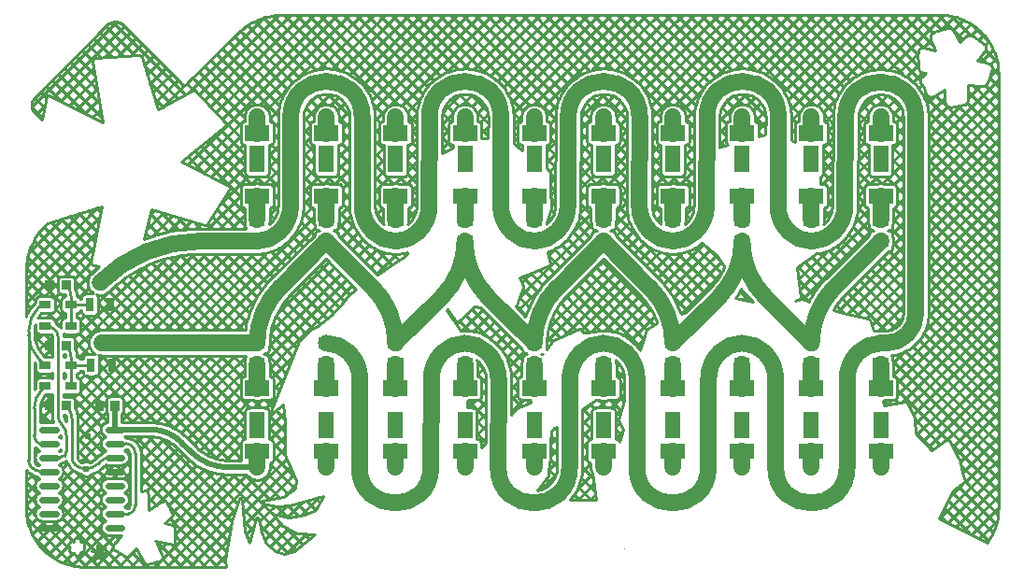
<source format=gtl>
G04 Layer: TopLayer*
G04 EasyEDA v6.5.1, 2022-05-17 10:42:42*
G04 183223736e564f1bbe1f5351ff330512,a895fda7382342f89faddf0c187955a9,10*
G04 Gerber Generator version 0.2*
G04 Scale: 100 percent, Rotated: No, Reflected: No *
G04 Dimensions in inches *
G04 leading zeros omitted , absolute positions ,3 integer and 6 decimal *
%FSLAX36Y36*%
%MOIN*%

%ADD10C,0.0100*%
%ADD11C,0.0200*%
%ADD12C,0.0600*%
%ADD13C,0.0220*%
%ADD14C,0.0236*%
%ADD16C,0.0300*%
%ADD17C,0.0240*%
%ADD19R,0.0394X0.0295*%
%ADD21R,0.0542X0.0446*%
%ADD22R,0.0551X0.0945*%
%ADD23R,0.0866X0.0551*%
%ADD24R,0.0866X0.0551*%
%ADD25R,0.0276X0.0492*%

%LPD*%
G36*
X-921640Y1494820D02*
G01*
X-926080Y1494640D01*
X-932099Y1494620D01*
X-933900Y1494319D01*
X-934080Y1494019D01*
X-933880Y1491120D01*
X-932180Y1474319D01*
X-946940Y1480960D01*
X-950340Y1482080D01*
X-950560Y1482020D01*
X-950780Y1481620D01*
X-954300Y1468959D01*
X-953980Y1468520D01*
X-936480Y1459820D01*
X-945680Y1443120D01*
X-945680Y1442740D01*
X-945480Y1442420D01*
X-941220Y1438400D01*
X-935480Y1433320D01*
X-934980Y1433520D01*
X-923580Y1447720D01*
X-919180Y1438520D01*
X-915800Y1431819D01*
X-914880Y1430320D01*
X-914479Y1430320D01*
X-904080Y1436620D01*
X-902780Y1437520D01*
X-902280Y1438020D01*
X-902460Y1439220D01*
X-905020Y1447400D01*
X-906280Y1451120D01*
X-887680Y1452820D01*
X-887280Y1453220D01*
X-886860Y1454880D01*
X-886580Y1456620D01*
X-886440Y1458320D01*
X-885460Y1465680D01*
X-885380Y1467320D01*
X-885520Y1467720D01*
X-885780Y1467920D01*
X-890380Y1468320D01*
X-895180Y1468320D01*
X-906580Y1468920D01*
X-897140Y1480620D01*
X-894080Y1484520D01*
X-894060Y1484740D01*
X-894260Y1485040D01*
X-896960Y1486500D01*
X-900660Y1488060D01*
X-905639Y1490400D01*
X-907340Y1491060D01*
X-908420Y1491339D01*
X-908760Y1491240D01*
X-915879Y1481920D01*
X-919680Y1494420D01*
X-919900Y1494600D01*
X-920780Y1494780D01*
G37*
G36*
X960000Y1485000D02*
G01*
X950000Y1480000D01*
X950440Y1477360D01*
G37*
D10*
X-973787Y1765000D02*
G01*
X-970000Y1765000D01*
X-1020000Y1880000D02*
G01*
X-1020000Y1804142D01*
X-1020000Y1940895D02*
G01*
X-1020000Y1880000D01*
X-1070000Y1956212D02*
G01*
X-1070000Y1966212D01*
X-1040000Y1875000D02*
G01*
X-1040000Y1883787D01*
X-1040000Y1827071D02*
G01*
X-1040000Y1875000D01*
X-1047928Y1812071D02*
G01*
X-1045000Y1815000D01*
X-1101999Y1805000D02*
G01*
X-1065000Y1805000D01*
X-1128787Y1755000D02*
G01*
X-1101999Y1755000D01*
X-1175000Y1800000D02*
G01*
X-1175000Y1794142D01*
X-1175000Y1960000D02*
G01*
X-1175000Y1800000D01*
X-1132928Y1855000D02*
G01*
X-1101999Y1855000D01*
X-1155000Y1905000D02*
G01*
X-1155000Y1884142D01*
X-1155000Y1980000D02*
G01*
X-1155000Y1905000D01*
X-817071Y1605000D02*
G01*
X-868000Y1605000D01*
X-795000Y1635000D02*
G01*
X-795000Y1634142D01*
X-795000Y1820857D02*
G01*
X-795000Y1635000D01*
X-830000Y1855000D02*
G01*
X-829142Y1855000D01*
X-868000Y1855000D02*
G01*
X-830000Y1855000D01*
X-920000Y1790000D02*
G01*
X-927321Y1782678D01*
X-868000Y1805000D02*
G01*
X-883787Y1805000D01*
D11*
X-867440Y1990000D02*
G01*
X-867440Y1906352D01*
X-740000Y1905000D02*
G01*
X-868000Y1905000D01*
D12*
X1865000Y2576959D02*
G01*
X1700289Y2412249D01*
X1617773Y2213040D02*
G01*
X1453064Y2377748D01*
X1123326Y2213040D02*
G01*
X1288031Y2377743D01*
X876103Y2576959D02*
G01*
X1040810Y2412253D01*
X876103Y2576959D02*
G01*
X711404Y2412260D01*
X134441Y2213040D02*
G01*
X299144Y2377741D01*
X-112779Y2576959D02*
G01*
X51923Y2412258D01*
X-277480Y2412258D02*
G01*
X-112779Y2576959D01*
X1865000Y2213040D02*
G01*
X1882842Y2213040D01*
X-360000Y2576959D02*
G01*
X-359765Y2576959D01*
D10*
X-1175000Y2255502D02*
G01*
X-1175000Y1960000D01*
D12*
X1003558Y2705000D02*
G01*
X1005000Y3020000D01*
X501428Y2085000D02*
G01*
X500000Y1770000D01*
X261662Y2085000D02*
G01*
X260000Y1770000D01*
X6986Y2085000D02*
G01*
X5000Y1770000D01*
X509117Y2705000D02*
G01*
X510000Y3020000D01*
X254441Y2705000D02*
G01*
X255000Y3020000D01*
X14675Y2705000D02*
G01*
X15000Y3020000D01*
X-240000Y2705000D02*
G01*
X-240000Y3020000D01*
X756105Y2085000D02*
G01*
X755000Y1770000D01*
X995871Y2085000D02*
G01*
X995000Y1770000D01*
X1250547Y2085000D02*
G01*
X1250000Y1770000D01*
X1490313Y2085000D02*
G01*
X1490000Y1770000D01*
X1745000Y2085000D02*
G01*
X1745000Y1770000D01*
X1990000Y2317426D02*
G01*
X1990000Y3020000D01*
X1737773Y2705000D02*
G01*
X1740000Y3020000D01*
X1498007Y2705000D02*
G01*
X1500000Y3020000D01*
X1243325Y2705000D02*
G01*
X1245000Y3020000D01*
X748883Y2705000D02*
G01*
X750000Y3020000D01*
X-360000Y2653040D02*
G01*
X-360000Y2737797D01*
X-112798Y2962208D02*
G01*
X-112798Y3020000D01*
X-360000Y2136959D02*
G01*
X-360000Y2052202D01*
X-112779Y2136959D02*
G01*
X-112779Y2052247D01*
X134439Y2136959D02*
G01*
X134439Y2052294D01*
X381660Y2136959D02*
G01*
X381660Y2052300D01*
X628890Y2136959D02*
G01*
X628890Y2052228D01*
X876109Y2136959D02*
G01*
X876109Y2052222D01*
X1123329Y2136959D02*
G01*
X1123329Y2052271D01*
X1370550Y2136959D02*
G01*
X1370550Y2052323D01*
X1617770Y2136959D02*
G01*
X1617770Y2052276D01*
X1865000Y2136959D02*
G01*
X1865000Y2052202D01*
X-112798Y2737799D02*
G01*
X-112798Y2653085D01*
X134400Y2737799D02*
G01*
X134400Y2653134D01*
X381700Y2737799D02*
G01*
X381700Y2653139D01*
X628901Y2737799D02*
G01*
X628901Y2653090D01*
X876100Y2737799D02*
G01*
X876100Y2653042D01*
X1123301Y2737799D02*
G01*
X1123301Y2653110D01*
X1370600Y2737799D02*
G01*
X1370600Y2653162D01*
X1617800Y2737799D02*
G01*
X1617800Y2653114D01*
X1865001Y2737799D02*
G01*
X1865001Y2653042D01*
X1865001Y1827791D02*
G01*
X1865001Y1770000D01*
X1617800Y1827791D02*
G01*
X1617800Y1770000D01*
X1370600Y1827791D02*
G01*
X1370600Y1770000D01*
X1123301Y1827791D02*
G01*
X1123301Y1770000D01*
X876100Y1770000D02*
G01*
X876100Y1827791D01*
X628901Y1827791D02*
G01*
X628901Y1770000D01*
X381700Y1827791D02*
G01*
X381700Y1770000D01*
X134400Y1827791D02*
G01*
X134400Y1770000D01*
X-112798Y1827791D02*
G01*
X-112798Y1770000D01*
X-359998Y1827791D02*
G01*
X-359998Y1770000D01*
X-359998Y3020000D02*
G01*
X-359998Y2962208D01*
X134400Y3020000D02*
G01*
X134400Y2962208D01*
X381700Y3020000D02*
G01*
X381700Y2962208D01*
X628901Y3020000D02*
G01*
X628901Y2962208D01*
X876100Y3020000D02*
G01*
X876100Y2962208D01*
X1123301Y3020000D02*
G01*
X1123301Y2962208D01*
X1370600Y3020000D02*
G01*
X1370600Y2962208D01*
X1617800Y3020000D02*
G01*
X1617800Y2962208D01*
X1865001Y3020000D02*
G01*
X1865001Y2962208D01*
D13*
X-379938Y1770000D02*
G01*
X-359998Y1770000D01*
D12*
X-915000Y2214369D02*
G01*
X-363211Y2214369D01*
X-360000Y2576959D02*
G01*
X-563685Y2576959D01*
D10*
X-1023834Y2350000D02*
G01*
X-1023834Y2380153D01*
X-1023834Y2275000D02*
G01*
X-1023834Y2350000D01*
X-1023834Y2350000D02*
G01*
X-958921Y2350000D01*
D11*
X-629038Y1859038D02*
G01*
X-595000Y1825000D01*
X-462217Y1770000D02*
G01*
X-360000Y1770000D01*
D10*
X-1070000Y2235857D02*
G01*
X-1070000Y1990000D01*
X-1070000Y1966212D02*
G01*
X-1070000Y1990000D01*
X-1139783Y2340216D02*
G01*
X-1140000Y2340000D01*
X-1023834Y2165153D02*
G01*
X-1023834Y2135000D01*
X-1022314Y2135630D02*
G01*
X-952399Y2135630D01*
X-1023834Y2060000D02*
G01*
X-1023834Y2135000D01*
X-1116165Y2135000D02*
G01*
X-1139929Y2158764D01*
X-1116165Y2060000D02*
G01*
X-1125891Y2050273D01*
D12*
X628885Y2213040D02*
G01*
X464180Y2377743D01*
D10*
X1290132Y2911521D02*
G01*
X1289716Y2910191D01*
X1289716Y2910191D02*
G01*
X1290299Y3019759D01*
X1290299Y3019759D02*
G01*
X1290695Y3028056D01*
X1290695Y3028056D02*
G01*
X1291879Y3036036D01*
X1291879Y3036036D02*
G01*
X1293839Y3043861D01*
X1293839Y3043861D02*
G01*
X1296557Y3051456D01*
X1296557Y3051456D02*
G01*
X1300006Y3058748D01*
X1300006Y3058748D02*
G01*
X1304153Y3065667D01*
X1304153Y3065667D02*
G01*
X1308958Y3072147D01*
X1308958Y3072147D02*
G01*
X1314375Y3078124D01*
X1314375Y3078124D02*
G01*
X1320352Y3083541D01*
X1320352Y3083541D02*
G01*
X1326832Y3088346D01*
X1326832Y3088346D02*
G01*
X1333751Y3092493D01*
X1333751Y3092493D02*
G01*
X1341043Y3095942D01*
X1341043Y3095942D02*
G01*
X1348638Y3098660D01*
X1348638Y3098660D02*
G01*
X1356463Y3100620D01*
X1356463Y3100620D02*
G01*
X1364443Y3101804D01*
X1364443Y3101804D02*
G01*
X1372500Y3102199D01*
X1372500Y3102199D02*
G01*
X1380556Y3101804D01*
X1380556Y3101804D02*
G01*
X1388536Y3100620D01*
X1388536Y3100620D02*
G01*
X1396361Y3098660D01*
X1396361Y3098660D02*
G01*
X1403956Y3095942D01*
X1403956Y3095942D02*
G01*
X1411248Y3092493D01*
X1411248Y3092493D02*
G01*
X1418167Y3088346D01*
X1418167Y3088346D02*
G01*
X1424647Y3083541D01*
X1424647Y3083541D02*
G01*
X1430624Y3078124D01*
X1430624Y3078124D02*
G01*
X1436041Y3072147D01*
X1436041Y3072147D02*
G01*
X1440846Y3065667D01*
X1440846Y3065667D02*
G01*
X1444993Y3058748D01*
X1444993Y3058748D02*
G01*
X1448442Y3051456D01*
X1448442Y3051456D02*
G01*
X1451160Y3043861D01*
X1451160Y3043861D02*
G01*
X1453120Y3036036D01*
X1453120Y3036036D02*
G01*
X1454304Y3028056D01*
X1454304Y3028056D02*
G01*
X1454699Y3020016D01*
X1454699Y3020016D02*
G01*
X1454303Y2957444D01*
X1454303Y2957444D02*
G01*
X1429207Y2950801D01*
X1429207Y2950801D02*
G01*
X1429207Y2989767D01*
X1429207Y2989767D02*
G01*
X1428824Y2993172D01*
X1428824Y2993172D02*
G01*
X1427692Y2996406D01*
X1427692Y2996406D02*
G01*
X1425870Y2999307D01*
X1425870Y2999307D02*
G01*
X1423447Y3001729D01*
X1423447Y3001729D02*
G01*
X1420546Y3003552D01*
X1420546Y3003552D02*
G01*
X1417312Y3004684D01*
X1417312Y3004684D02*
G01*
X1415901Y3004843D01*
X1415901Y3004843D02*
G01*
X1415901Y3020000D01*
X1415901Y3020000D02*
G01*
X1415513Y3025912D01*
X1415513Y3025912D02*
G01*
X1414357Y3031724D01*
X1414357Y3031724D02*
G01*
X1412452Y3037335D01*
X1412452Y3037335D02*
G01*
X1409831Y3042649D01*
X1409831Y3042649D02*
G01*
X1406539Y3047576D01*
X1406539Y3047576D02*
G01*
X1402632Y3052031D01*
X1402632Y3052031D02*
G01*
X1398177Y3055938D01*
X1398177Y3055938D02*
G01*
X1393251Y3059231D01*
X1393251Y3059231D02*
G01*
X1387936Y3061851D01*
X1387936Y3061851D02*
G01*
X1382325Y3063756D01*
X1382325Y3063756D02*
G01*
X1376513Y3064912D01*
X1376513Y3064912D02*
G01*
X1370600Y3065300D01*
X1370600Y3065300D02*
G01*
X1364688Y3064912D01*
X1364688Y3064912D02*
G01*
X1358876Y3063756D01*
X1358876Y3063756D02*
G01*
X1353265Y3061851D01*
X1353265Y3061851D02*
G01*
X1347951Y3059231D01*
X1347951Y3059231D02*
G01*
X1343024Y3055938D01*
X1343024Y3055938D02*
G01*
X1338569Y3052031D01*
X1338569Y3052031D02*
G01*
X1334662Y3047576D01*
X1334662Y3047576D02*
G01*
X1331369Y3042649D01*
X1331369Y3042649D02*
G01*
X1328749Y3037335D01*
X1328749Y3037335D02*
G01*
X1326844Y3031724D01*
X1326844Y3031724D02*
G01*
X1325688Y3025912D01*
X1325688Y3025912D02*
G01*
X1325300Y3020000D01*
X1325300Y3020000D02*
G01*
X1325300Y3004843D01*
X1325300Y3004843D02*
G01*
X1323889Y3004684D01*
X1323889Y3004684D02*
G01*
X1320655Y3003552D01*
X1320655Y3003552D02*
G01*
X1317754Y3001729D01*
X1317754Y3001729D02*
G01*
X1315331Y2999307D01*
X1315331Y2999307D02*
G01*
X1313509Y2996406D01*
X1313509Y2996406D02*
G01*
X1312377Y2993172D01*
X1312377Y2993172D02*
G01*
X1311994Y2989767D01*
X1311994Y2989767D02*
G01*
X1311994Y2934650D01*
X1311994Y2934650D02*
G01*
X1312377Y2931245D01*
X1312377Y2931245D02*
G01*
X1313509Y2928011D01*
X1313509Y2928011D02*
G01*
X1315331Y2925110D01*
X1315331Y2925110D02*
G01*
X1317754Y2922687D01*
X1317754Y2922687D02*
G01*
X1319309Y2921710D01*
X1319309Y2921710D02*
G01*
X1293694Y2914930D01*
X1293694Y2914930D02*
G01*
X1292633Y2914517D01*
X1292633Y2914517D02*
G01*
X1291084Y2913268D01*
X1291084Y2913268D02*
G01*
X1290132Y2911521D01*
X1289848Y2935000D02*
G01*
X1306523Y2918326D01*
X1290073Y2977202D02*
G01*
X1311994Y2955281D01*
X1290297Y3019404D02*
G01*
X1313453Y2996248D01*
X1297878Y3054250D02*
G01*
X1325775Y3026352D01*
X1315453Y3079101D02*
G01*
X1340675Y3053879D01*
X1429207Y2965347D02*
G01*
X1440709Y2953845D01*
X1341040Y3095941D02*
G01*
X1371757Y3065224D01*
X1415825Y3021156D02*
G01*
X1454462Y2982519D01*
X1377451Y3101956D02*
G01*
X1454456Y3024951D01*
X1451180Y2956617D02*
G01*
X1454318Y2959755D01*
X1429207Y2977071D02*
G01*
X1454588Y3002451D01*
X1415901Y3006190D02*
G01*
X1451643Y3041933D01*
X1289782Y2922498D02*
G01*
X1311994Y2944710D01*
X1409865Y3042582D02*
G01*
X1437484Y3070201D01*
X1290009Y2965151D02*
G01*
X1311994Y2987136D01*
X1387020Y3062162D02*
G01*
X1415064Y3090207D01*
X1290235Y3007805D02*
G01*
X1383759Y3101329D01*
X1301880Y3061876D02*
G01*
X1330623Y3090619D01*
X1558446Y2364106D02*
G01*
X1576612Y2370161D01*
X1576612Y2370161D02*
G01*
X1577570Y2370595D01*
X1577570Y2370595D02*
G01*
X1579060Y2371914D01*
X1579060Y2371914D02*
G01*
X1579932Y2373702D01*
X1579932Y2373702D02*
G01*
X1580053Y2375689D01*
X1580053Y2375689D02*
G01*
X1565469Y2482639D01*
X1565469Y2482639D02*
G01*
X1632964Y2530850D01*
X1632964Y2530850D02*
G01*
X1633400Y2531199D01*
X1633400Y2531199D02*
G01*
X1634453Y2532599D01*
X1634453Y2532599D02*
G01*
X1638644Y2533012D01*
X1638644Y2533012D02*
G01*
X1648852Y2534697D01*
X1648852Y2534697D02*
G01*
X1658928Y2537047D01*
X1658928Y2537047D02*
G01*
X1668829Y2540050D01*
X1668829Y2540050D02*
G01*
X1678512Y2543694D01*
X1678512Y2543694D02*
G01*
X1687936Y2547964D01*
X1687936Y2547964D02*
G01*
X1697061Y2552842D01*
X1697061Y2552842D02*
G01*
X1705847Y2558305D01*
X1705847Y2558305D02*
G01*
X1714256Y2564331D01*
X1714256Y2564331D02*
G01*
X1722254Y2570895D01*
X1722254Y2570895D02*
G01*
X1729805Y2577968D01*
X1729805Y2577968D02*
G01*
X1730914Y2579077D01*
X1730914Y2579077D02*
G01*
X1738881Y2587582D01*
X1738881Y2587582D02*
G01*
X1746273Y2596590D01*
X1746273Y2596590D02*
G01*
X1753061Y2606062D01*
X1753061Y2606062D02*
G01*
X1759215Y2615958D01*
X1759215Y2615958D02*
G01*
X1764708Y2626236D01*
X1764708Y2626236D02*
G01*
X1769518Y2636851D01*
X1769518Y2636851D02*
G01*
X1773623Y2647757D01*
X1773623Y2647757D02*
G01*
X1777006Y2658908D01*
X1777006Y2658908D02*
G01*
X1779652Y2670257D01*
X1779652Y2670257D02*
G01*
X1781550Y2681755D01*
X1781550Y2681755D02*
G01*
X1782692Y2693352D01*
X1782692Y2693352D02*
G01*
X1783072Y2704679D01*
X1783072Y2704679D02*
G01*
X1785298Y3019679D01*
X1785298Y3019679D02*
G01*
X1785683Y3027811D01*
X1785683Y3027811D02*
G01*
X1786831Y3035548D01*
X1786831Y3035548D02*
G01*
X1788731Y3043135D01*
X1788731Y3043135D02*
G01*
X1791366Y3050499D01*
X1791366Y3050499D02*
G01*
X1794710Y3057570D01*
X1794710Y3057570D02*
G01*
X1798731Y3064278D01*
X1798731Y3064278D02*
G01*
X1803391Y3070561D01*
X1803391Y3070561D02*
G01*
X1808643Y3076356D01*
X1808643Y3076356D02*
G01*
X1814438Y3081608D01*
X1814438Y3081608D02*
G01*
X1820721Y3086268D01*
X1820721Y3086268D02*
G01*
X1827429Y3090289D01*
X1827429Y3090289D02*
G01*
X1834500Y3093633D01*
X1834500Y3093633D02*
G01*
X1841864Y3096268D01*
X1841864Y3096268D02*
G01*
X1849451Y3098168D01*
X1849451Y3098168D02*
G01*
X1857187Y3099316D01*
X1857187Y3099316D02*
G01*
X1865000Y3099699D01*
X1865000Y3099699D02*
G01*
X1872812Y3099316D01*
X1872812Y3099316D02*
G01*
X1880548Y3098168D01*
X1880548Y3098168D02*
G01*
X1888135Y3096268D01*
X1888135Y3096268D02*
G01*
X1895499Y3093633D01*
X1895499Y3093633D02*
G01*
X1902570Y3090289D01*
X1902570Y3090289D02*
G01*
X1909278Y3086268D01*
X1909278Y3086268D02*
G01*
X1915561Y3081608D01*
X1915561Y3081608D02*
G01*
X1921356Y3076356D01*
X1921356Y3076356D02*
G01*
X1926608Y3070561D01*
X1926608Y3070561D02*
G01*
X1931268Y3064278D01*
X1931268Y3064278D02*
G01*
X1935289Y3057570D01*
X1935289Y3057570D02*
G01*
X1938633Y3050499D01*
X1938633Y3050499D02*
G01*
X1941268Y3043135D01*
X1941268Y3043135D02*
G01*
X1943168Y3035548D01*
X1943168Y3035548D02*
G01*
X1944316Y3027811D01*
X1944316Y3027811D02*
G01*
X1944700Y3020000D01*
X1944700Y3020000D02*
G01*
X1944700Y2317426D01*
X1944700Y2317426D02*
G01*
X1944340Y2311030D01*
X1944340Y2311030D02*
G01*
X1943267Y2304714D01*
X1943267Y2304714D02*
G01*
X1941494Y2298558D01*
X1941494Y2298558D02*
G01*
X1939042Y2292640D01*
X1939042Y2292640D02*
G01*
X1935943Y2287033D01*
X1935943Y2287033D02*
G01*
X1932236Y2281808D01*
X1932236Y2281808D02*
G01*
X1927968Y2277031D01*
X1927968Y2277031D02*
G01*
X1923327Y2272826D01*
X1923327Y2272826D02*
G01*
X1918297Y2269095D01*
X1918297Y2269095D02*
G01*
X1912925Y2265875D01*
X1912925Y2265875D02*
G01*
X1907263Y2263197D01*
X1907263Y2263197D02*
G01*
X1901367Y2261087D01*
X1901367Y2261087D02*
G01*
X1895292Y2259566D01*
X1895292Y2259566D02*
G01*
X1889097Y2258647D01*
X1889097Y2258647D02*
G01*
X1882841Y2258339D01*
X1882841Y2258339D02*
G01*
X1865000Y2258339D01*
X1865000Y2258339D02*
G01*
X1854425Y2258001D01*
X1854425Y2258001D02*
G01*
X1844129Y2256987D01*
X1844129Y2256987D02*
G01*
X1839959Y2256299D01*
X1839959Y2256299D02*
G01*
X1824775Y2296790D01*
X1824775Y2296790D02*
G01*
X1824343Y2297672D01*
X1824343Y2297672D02*
G01*
X1822989Y2299131D01*
X1822989Y2299131D02*
G01*
X1821181Y2299961D01*
X1821181Y2299961D02*
G01*
X1716428Y2324902D01*
X1716428Y2324902D02*
G01*
X1695394Y2332183D01*
X1695394Y2332183D02*
G01*
X1699312Y2338825D01*
X1699312Y2338825D02*
G01*
X1706679Y2349851D01*
X1706679Y2349851D02*
G01*
X1714654Y2360448D01*
X1714654Y2360448D02*
G01*
X1723210Y2370580D01*
X1723210Y2370580D02*
G01*
X1732320Y2380217D01*
X1732320Y2380217D02*
G01*
X1891467Y2539364D01*
X1891467Y2539364D02*
G01*
X1892106Y2539364D01*
X1892106Y2539364D02*
G01*
X1895511Y2539747D01*
X1895511Y2539747D02*
G01*
X1898744Y2540879D01*
X1898744Y2540879D02*
G01*
X1901645Y2542701D01*
X1901645Y2542701D02*
G01*
X1904068Y2545124D01*
X1904068Y2545124D02*
G01*
X1905891Y2548025D01*
X1905891Y2548025D02*
G01*
X1907022Y2551259D01*
X1907022Y2551259D02*
G01*
X1907406Y2554663D01*
X1907406Y2554663D02*
G01*
X1907406Y2561258D01*
X1907406Y2561258D02*
G01*
X1908756Y2565235D01*
X1908756Y2565235D02*
G01*
X1909912Y2571047D01*
X1909912Y2571047D02*
G01*
X1910299Y2576959D01*
X1910299Y2576959D02*
G01*
X1909912Y2582872D01*
X1909912Y2582872D02*
G01*
X1908756Y2588684D01*
X1908756Y2588684D02*
G01*
X1907406Y2592661D01*
X1907406Y2592661D02*
G01*
X1907406Y2599252D01*
X1907406Y2599252D02*
G01*
X1907022Y2602656D01*
X1907022Y2602656D02*
G01*
X1905891Y2605890D01*
X1905891Y2605890D02*
G01*
X1904068Y2608791D01*
X1904068Y2608791D02*
G01*
X1901645Y2611214D01*
X1901645Y2611214D02*
G01*
X1898744Y2613036D01*
X1898744Y2613036D02*
G01*
X1895511Y2614168D01*
X1895511Y2614168D02*
G01*
X1892106Y2614551D01*
X1892106Y2614551D02*
G01*
X1890102Y2614551D01*
X1890102Y2614551D02*
G01*
X1889488Y2614962D01*
X1889488Y2614962D02*
G01*
X1890263Y2615448D01*
X1890263Y2615448D02*
G01*
X1892106Y2615448D01*
X1892106Y2615448D02*
G01*
X1895511Y2615831D01*
X1895511Y2615831D02*
G01*
X1898744Y2616963D01*
X1898744Y2616963D02*
G01*
X1901645Y2618786D01*
X1901645Y2618786D02*
G01*
X1904068Y2621208D01*
X1904068Y2621208D02*
G01*
X1905891Y2624109D01*
X1905891Y2624109D02*
G01*
X1907022Y2627343D01*
X1907022Y2627343D02*
G01*
X1907406Y2630747D01*
X1907406Y2630747D02*
G01*
X1907406Y2637248D01*
X1907406Y2637248D02*
G01*
X1907762Y2638090D01*
X1907762Y2638090D02*
G01*
X1908757Y2641317D01*
X1908757Y2641317D02*
G01*
X1909314Y2643640D01*
X1909314Y2643640D02*
G01*
X1909913Y2647129D01*
X1909913Y2647129D02*
G01*
X1910149Y2649342D01*
X1910149Y2649342D02*
G01*
X1910300Y2653042D01*
X1910300Y2653042D02*
G01*
X1910300Y2695163D01*
X1910300Y2695163D02*
G01*
X1911712Y2695322D01*
X1911712Y2695322D02*
G01*
X1914946Y2696454D01*
X1914946Y2696454D02*
G01*
X1917847Y2698276D01*
X1917847Y2698276D02*
G01*
X1920270Y2700699D01*
X1920270Y2700699D02*
G01*
X1922092Y2703600D01*
X1922092Y2703600D02*
G01*
X1923224Y2706834D01*
X1923224Y2706834D02*
G01*
X1923608Y2710239D01*
X1923608Y2710239D02*
G01*
X1923608Y2765358D01*
X1923608Y2765358D02*
G01*
X1923224Y2768763D01*
X1923224Y2768763D02*
G01*
X1922092Y2771997D01*
X1922092Y2771997D02*
G01*
X1920270Y2774898D01*
X1920270Y2774898D02*
G01*
X1917847Y2777321D01*
X1917847Y2777321D02*
G01*
X1914946Y2779143D01*
X1914946Y2779143D02*
G01*
X1911712Y2780275D01*
X1911712Y2780275D02*
G01*
X1908307Y2780659D01*
X1908307Y2780659D02*
G01*
X1879366Y2780659D01*
X1879366Y2780659D02*
G01*
X1876725Y2781555D01*
X1876725Y2781555D02*
G01*
X1870913Y2782711D01*
X1870913Y2782711D02*
G01*
X1865001Y2783099D01*
X1865001Y2783099D02*
G01*
X1859088Y2782711D01*
X1859088Y2782711D02*
G01*
X1853276Y2781555D01*
X1853276Y2781555D02*
G01*
X1850635Y2780659D01*
X1850635Y2780659D02*
G01*
X1821693Y2780659D01*
X1821693Y2780659D02*
G01*
X1818289Y2780275D01*
X1818289Y2780275D02*
G01*
X1815055Y2779143D01*
X1815055Y2779143D02*
G01*
X1812154Y2777321D01*
X1812154Y2777321D02*
G01*
X1809732Y2774898D01*
X1809732Y2774898D02*
G01*
X1807909Y2771997D01*
X1807909Y2771997D02*
G01*
X1806777Y2768763D01*
X1806777Y2768763D02*
G01*
X1806394Y2765358D01*
X1806394Y2765358D02*
G01*
X1806394Y2710239D01*
X1806394Y2710239D02*
G01*
X1806777Y2706834D01*
X1806777Y2706834D02*
G01*
X1807909Y2703600D01*
X1807909Y2703600D02*
G01*
X1809732Y2700699D01*
X1809732Y2700699D02*
G01*
X1812154Y2698276D01*
X1812154Y2698276D02*
G01*
X1815055Y2696454D01*
X1815055Y2696454D02*
G01*
X1818289Y2695322D01*
X1818289Y2695322D02*
G01*
X1819700Y2695163D01*
X1819700Y2695163D02*
G01*
X1819700Y2653042D01*
X1819700Y2653042D02*
G01*
X1819813Y2649837D01*
X1819813Y2649837D02*
G01*
X1820088Y2647129D01*
X1820088Y2647129D02*
G01*
X1820618Y2643966D01*
X1820618Y2643966D02*
G01*
X1821244Y2641317D01*
X1821244Y2641317D02*
G01*
X1822181Y2638251D01*
X1822181Y2638251D02*
G01*
X1822593Y2637272D01*
X1822593Y2637272D02*
G01*
X1822593Y2630747D01*
X1822593Y2630747D02*
G01*
X1822977Y2627343D01*
X1822977Y2627343D02*
G01*
X1824108Y2624109D01*
X1824108Y2624109D02*
G01*
X1825931Y2621208D01*
X1825931Y2621208D02*
G01*
X1828354Y2618786D01*
X1828354Y2618786D02*
G01*
X1831255Y2616963D01*
X1831255Y2616963D02*
G01*
X1834488Y2615831D01*
X1834488Y2615831D02*
G01*
X1837893Y2615448D01*
X1837893Y2615448D02*
G01*
X1839760Y2615448D01*
X1839760Y2615448D02*
G01*
X1840519Y2614968D01*
X1840519Y2614968D02*
G01*
X1839897Y2614551D01*
X1839897Y2614551D02*
G01*
X1837893Y2614551D01*
X1837893Y2614551D02*
G01*
X1834488Y2614168D01*
X1834488Y2614168D02*
G01*
X1831255Y2613036D01*
X1831255Y2613036D02*
G01*
X1828354Y2611214D01*
X1828354Y2611214D02*
G01*
X1825931Y2608791D01*
X1825931Y2608791D02*
G01*
X1824108Y2605890D01*
X1824108Y2605890D02*
G01*
X1822977Y2602656D01*
X1822977Y2602656D02*
G01*
X1822593Y2599252D01*
X1822593Y2599252D02*
G01*
X1822593Y2598617D01*
X1822593Y2598617D02*
G01*
X1668257Y2444280D01*
X1668257Y2444280D02*
G01*
X1657189Y2432655D01*
X1657189Y2432655D02*
G01*
X1646705Y2420501D01*
X1646705Y2420501D02*
G01*
X1636829Y2407847D01*
X1636829Y2407847D02*
G01*
X1627587Y2394724D01*
X1627587Y2394724D02*
G01*
X1619000Y2381163D01*
X1619000Y2381163D02*
G01*
X1611088Y2367198D01*
X1611088Y2367198D02*
G01*
X1608588Y2362231D01*
X1608588Y2362231D02*
G01*
X1586668Y2369819D01*
X1586668Y2369819D02*
G01*
X1585842Y2370030D01*
X1585842Y2370030D02*
G01*
X1583853Y2369969D01*
X1583853Y2369969D02*
G01*
X1558446Y2364106D01*
X1827902Y2810792D02*
G01*
X1830803Y2808969D01*
X1830803Y2808969D02*
G01*
X1834037Y2807837D01*
X1834037Y2807837D02*
G01*
X1837442Y2807453D01*
X1837442Y2807453D02*
G01*
X1892560Y2807453D01*
X1892560Y2807453D02*
G01*
X1895964Y2807837D01*
X1895964Y2807837D02*
G01*
X1899198Y2808969D01*
X1899198Y2808969D02*
G01*
X1902099Y2810792D01*
X1902099Y2810792D02*
G01*
X1904521Y2813214D01*
X1904521Y2813214D02*
G01*
X1906344Y2816115D01*
X1906344Y2816115D02*
G01*
X1907476Y2819349D01*
X1907476Y2819349D02*
G01*
X1907860Y2822754D01*
X1907860Y2822754D02*
G01*
X1907860Y2917244D01*
X1907860Y2917244D02*
G01*
X1907622Y2919349D01*
X1907622Y2919349D02*
G01*
X1908307Y2919349D01*
X1908307Y2919349D02*
G01*
X1911712Y2919733D01*
X1911712Y2919733D02*
G01*
X1914946Y2920865D01*
X1914946Y2920865D02*
G01*
X1917847Y2922687D01*
X1917847Y2922687D02*
G01*
X1920270Y2925110D01*
X1920270Y2925110D02*
G01*
X1922092Y2928011D01*
X1922092Y2928011D02*
G01*
X1923224Y2931245D01*
X1923224Y2931245D02*
G01*
X1923608Y2934650D01*
X1923608Y2934650D02*
G01*
X1923608Y2989767D01*
X1923608Y2989767D02*
G01*
X1923224Y2993172D01*
X1923224Y2993172D02*
G01*
X1922092Y2996406D01*
X1922092Y2996406D02*
G01*
X1920270Y2999307D01*
X1920270Y2999307D02*
G01*
X1917847Y3001729D01*
X1917847Y3001729D02*
G01*
X1914946Y3003552D01*
X1914946Y3003552D02*
G01*
X1911712Y3004684D01*
X1911712Y3004684D02*
G01*
X1910300Y3004843D01*
X1910300Y3004843D02*
G01*
X1910300Y3020000D01*
X1910300Y3020000D02*
G01*
X1909913Y3025912D01*
X1909913Y3025912D02*
G01*
X1908757Y3031724D01*
X1908757Y3031724D02*
G01*
X1906852Y3037335D01*
X1906852Y3037335D02*
G01*
X1904232Y3042649D01*
X1904232Y3042649D02*
G01*
X1900939Y3047576D01*
X1900939Y3047576D02*
G01*
X1897032Y3052031D01*
X1897032Y3052031D02*
G01*
X1892577Y3055938D01*
X1892577Y3055938D02*
G01*
X1887650Y3059231D01*
X1887650Y3059231D02*
G01*
X1882336Y3061851D01*
X1882336Y3061851D02*
G01*
X1876725Y3063756D01*
X1876725Y3063756D02*
G01*
X1870913Y3064912D01*
X1870913Y3064912D02*
G01*
X1865001Y3065300D01*
X1865001Y3065300D02*
G01*
X1859088Y3064912D01*
X1859088Y3064912D02*
G01*
X1853276Y3063756D01*
X1853276Y3063756D02*
G01*
X1847665Y3061851D01*
X1847665Y3061851D02*
G01*
X1842350Y3059231D01*
X1842350Y3059231D02*
G01*
X1837424Y3055938D01*
X1837424Y3055938D02*
G01*
X1832969Y3052031D01*
X1832969Y3052031D02*
G01*
X1829062Y3047576D01*
X1829062Y3047576D02*
G01*
X1825770Y3042649D01*
X1825770Y3042649D02*
G01*
X1823149Y3037335D01*
X1823149Y3037335D02*
G01*
X1821244Y3031724D01*
X1821244Y3031724D02*
G01*
X1820088Y3025912D01*
X1820088Y3025912D02*
G01*
X1819700Y3020000D01*
X1819700Y3020000D02*
G01*
X1819700Y3004843D01*
X1819700Y3004843D02*
G01*
X1818289Y3004684D01*
X1818289Y3004684D02*
G01*
X1815055Y3003552D01*
X1815055Y3003552D02*
G01*
X1812154Y3001729D01*
X1812154Y3001729D02*
G01*
X1809732Y2999307D01*
X1809732Y2999307D02*
G01*
X1807909Y2996406D01*
X1807909Y2996406D02*
G01*
X1806777Y2993172D01*
X1806777Y2993172D02*
G01*
X1806394Y2989767D01*
X1806394Y2989767D02*
G01*
X1806394Y2934650D01*
X1806394Y2934650D02*
G01*
X1806777Y2931245D01*
X1806777Y2931245D02*
G01*
X1807909Y2928011D01*
X1807909Y2928011D02*
G01*
X1809732Y2925110D01*
X1809732Y2925110D02*
G01*
X1812154Y2922687D01*
X1812154Y2922687D02*
G01*
X1815055Y2920865D01*
X1815055Y2920865D02*
G01*
X1818289Y2919733D01*
X1818289Y2919733D02*
G01*
X1821693Y2919349D01*
X1821693Y2919349D02*
G01*
X1822379Y2919349D01*
X1822379Y2919349D02*
G01*
X1822142Y2917244D01*
X1822142Y2917244D02*
G01*
X1822142Y2822754D01*
X1822142Y2822754D02*
G01*
X1822525Y2819349D01*
X1822525Y2819349D02*
G01*
X1823657Y2816115D01*
X1823657Y2816115D02*
G01*
X1825479Y2813214D01*
X1825479Y2813214D02*
G01*
X1827902Y2810792D01*
X1562430Y2365434D02*
G01*
X1562762Y2365102D01*
X1577756Y2392534D02*
G01*
X1607779Y2362511D01*
X1571057Y2441660D02*
G01*
X1623867Y2388850D01*
X1569573Y2485570D02*
G01*
X1641417Y2413726D01*
X1706123Y2349019D02*
G01*
X1734557Y2320585D01*
X1594321Y2503248D02*
G01*
X1660956Y2436613D01*
X1725047Y2372523D02*
G01*
X1790242Y2307327D01*
X1839172Y2258397D02*
G01*
X1841085Y2256484D01*
X1619070Y2520925D02*
G01*
X1681986Y2458010D01*
X1746050Y2393946D02*
G01*
X1881656Y2258339D01*
X1647884Y2534538D02*
G01*
X1703199Y2479223D01*
X1767263Y2415159D02*
G01*
X1915190Y2267232D01*
X1680330Y2544518D02*
G01*
X1724412Y2500436D01*
X1788476Y2436372D02*
G01*
X1936610Y2288239D01*
X1707666Y2559609D02*
G01*
X1745626Y2521649D01*
X1809689Y2457586D02*
G01*
X1944700Y2322575D01*
X1730770Y2578932D02*
G01*
X1766839Y2542863D01*
X1830903Y2478799D02*
G01*
X1944700Y2365002D01*
X1750141Y2601987D02*
G01*
X1788052Y2564076D01*
X1852116Y2500012D02*
G01*
X1944700Y2407428D01*
X1765834Y2628720D02*
G01*
X1809265Y2585289D01*
X1873329Y2521225D02*
G01*
X1944700Y2449855D01*
X1777207Y2659773D02*
G01*
X1827060Y2609920D01*
X1896787Y2540194D02*
G01*
X1944700Y2492281D01*
X1782801Y2696606D02*
G01*
X1819700Y2659706D01*
X1909655Y2569752D02*
G01*
X1944700Y2534707D01*
X1783311Y2738522D02*
G01*
X1806394Y2715440D01*
X1902347Y2619487D02*
G01*
X1944700Y2577134D01*
X1783609Y2780650D02*
G01*
X1806394Y2757866D01*
X1910300Y2653959D02*
G01*
X1944700Y2619560D01*
X1783907Y2822779D02*
G01*
X1826028Y2780659D01*
X1911399Y2695287D02*
G01*
X1944700Y2661987D01*
X1784205Y2864908D02*
G01*
X1822142Y2826971D01*
X1841659Y2807453D02*
G01*
X1866085Y2783027D01*
X1923608Y2725505D02*
G01*
X1944700Y2704413D01*
X1784502Y2907037D02*
G01*
X1822142Y2869397D01*
X1884085Y2807453D02*
G01*
X1911207Y2780332D01*
X1923281Y2768258D02*
G01*
X1944700Y2746839D01*
X1784800Y2949165D02*
G01*
X1822142Y2911824D01*
X1907860Y2826106D02*
G01*
X1944700Y2789266D01*
X1785098Y2991294D02*
G01*
X1806394Y2969998D01*
X1907860Y2868532D02*
G01*
X1944700Y2831692D01*
X1786371Y3032447D02*
G01*
X1815211Y3003607D01*
X1907860Y2910959D02*
G01*
X1944700Y2874119D01*
X1798070Y3063175D02*
G01*
X1823400Y3037845D01*
X1923608Y2937637D02*
G01*
X1944700Y2916545D01*
X1818816Y3084855D02*
G01*
X1843750Y3059921D01*
X1923608Y2980063D02*
G01*
X1944700Y2958971D01*
X1848234Y3097863D02*
G01*
X1886104Y3059993D01*
X1904994Y3041104D02*
G01*
X1944700Y3001398D01*
X1894552Y3093972D02*
G01*
X1938972Y3049552D01*
X1901095Y2261019D02*
G01*
X1942651Y2302575D01*
X1855691Y2258042D02*
G01*
X1944700Y2347050D01*
X1832203Y2276981D02*
G01*
X1944700Y2389477D01*
X1814377Y2301581D02*
G01*
X1944700Y2431903D01*
X1780110Y2309740D02*
G01*
X1944700Y2474329D01*
X1745842Y2317899D02*
G01*
X1944700Y2516756D01*
X1711964Y2326447D02*
G01*
X1944700Y2559182D01*
X1908863Y2565772D02*
G01*
X1944700Y2601609D01*
X1906063Y2605398D02*
G01*
X1944700Y2644035D01*
X1910259Y2652021D02*
G01*
X1944700Y2686461D01*
X1585841Y2370030D02*
G01*
X1832380Y2616569D01*
X1910300Y2694489D02*
G01*
X1911060Y2695249D01*
X1923297Y2707486D02*
G01*
X1944700Y2728888D01*
X1576335Y2402950D02*
G01*
X1820149Y2646764D01*
X1923608Y2750222D02*
G01*
X1944700Y2771314D01*
X1571244Y2440285D02*
G01*
X1672325Y2541366D01*
X1770549Y2639590D02*
G01*
X1819700Y2688742D01*
X1911282Y2780323D02*
G01*
X1944700Y2813741D01*
X1566153Y2477620D02*
G01*
X1585427Y2496895D01*
X1782720Y2694188D02*
G01*
X1806394Y2717861D01*
X1871189Y2782656D02*
G01*
X1896588Y2808055D01*
X1907258Y2818725D02*
G01*
X1944700Y2856167D01*
X1783302Y2737196D02*
G01*
X1806394Y2760287D01*
X1826765Y2780659D02*
G01*
X1853560Y2807453D01*
X1907860Y2861753D02*
G01*
X1944700Y2898593D01*
X1783604Y2779924D02*
G01*
X1822656Y2818976D01*
X1907860Y2904180D02*
G01*
X1944700Y2941020D01*
X1783906Y2822653D02*
G01*
X1822142Y2860888D01*
X1923608Y2962354D02*
G01*
X1944700Y2983446D01*
X1784208Y2865381D02*
G01*
X1822142Y2903315D01*
X1919202Y3000375D02*
G01*
X1944425Y3025598D01*
X1784510Y2908110D02*
G01*
X1807002Y2930602D01*
X1908597Y3032196D02*
G01*
X1934795Y3058394D01*
X1784812Y2950838D02*
G01*
X1806394Y2972420D01*
X1890980Y3057006D02*
G01*
X1915572Y3081598D01*
X1785114Y2993566D02*
G01*
X1820741Y3029193D01*
X1855807Y3064259D02*
G01*
X1887879Y3096332D01*
X1787553Y3038432D02*
G01*
X1846567Y3097446D01*
X1346236Y2374947D02*
G01*
X1345917Y2375003D01*
X1345917Y2375003D02*
G01*
X1351491Y2382146D01*
X1351491Y2382146D02*
G01*
X1360733Y2395269D01*
X1360733Y2395269D02*
G01*
X1367890Y2406571D01*
X1367890Y2406571D02*
G01*
X1389656Y2382084D01*
X1389656Y2382084D02*
G01*
X1399480Y2369496D01*
X1399480Y2369496D02*
G01*
X1408124Y2359475D01*
X1408124Y2359475D02*
G01*
X1346236Y2374947D01*
X1361569Y2396589D02*
G01*
X1395536Y2362622D01*
X1406090Y2359984D02*
G01*
X1406947Y2360840D01*
X1372149Y2368469D02*
G01*
X1387825Y2384145D01*
X338841Y2912278D02*
G01*
X300071Y2891017D01*
X300071Y2891017D02*
G01*
X300299Y3019919D01*
X300299Y3019919D02*
G01*
X300695Y3028056D01*
X300695Y3028056D02*
G01*
X301879Y3036036D01*
X301879Y3036036D02*
G01*
X303839Y3043861D01*
X303839Y3043861D02*
G01*
X306557Y3051456D01*
X306557Y3051456D02*
G01*
X310006Y3058748D01*
X310006Y3058748D02*
G01*
X314153Y3065667D01*
X314153Y3065667D02*
G01*
X318958Y3072147D01*
X318958Y3072147D02*
G01*
X324375Y3078124D01*
X324375Y3078124D02*
G01*
X330352Y3083541D01*
X330352Y3083541D02*
G01*
X336832Y3088346D01*
X336832Y3088346D02*
G01*
X343751Y3092493D01*
X343751Y3092493D02*
G01*
X351043Y3095942D01*
X351043Y3095942D02*
G01*
X358638Y3098660D01*
X358638Y3098660D02*
G01*
X366463Y3100620D01*
X366463Y3100620D02*
G01*
X374443Y3101804D01*
X374443Y3101804D02*
G01*
X382500Y3102199D01*
X382500Y3102199D02*
G01*
X390556Y3101804D01*
X390556Y3101804D02*
G01*
X398536Y3100620D01*
X398536Y3100620D02*
G01*
X406361Y3098660D01*
X406361Y3098660D02*
G01*
X413956Y3095942D01*
X413956Y3095942D02*
G01*
X421248Y3092493D01*
X421248Y3092493D02*
G01*
X428167Y3088346D01*
X428167Y3088346D02*
G01*
X434647Y3083541D01*
X434647Y3083541D02*
G01*
X440624Y3078124D01*
X440624Y3078124D02*
G01*
X446041Y3072147D01*
X446041Y3072147D02*
G01*
X450846Y3065667D01*
X450846Y3065667D02*
G01*
X454993Y3058748D01*
X454993Y3058748D02*
G01*
X458442Y3051456D01*
X458442Y3051456D02*
G01*
X461160Y3043861D01*
X461160Y3043861D02*
G01*
X463120Y3036036D01*
X463120Y3036036D02*
G01*
X464304Y3028056D01*
X464304Y3028056D02*
G01*
X464699Y3020003D01*
X464699Y3020003D02*
G01*
X464489Y2945100D01*
X464489Y2945100D02*
G01*
X440308Y2945100D01*
X440308Y2945100D02*
G01*
X440308Y2989767D01*
X440308Y2989767D02*
G01*
X439924Y2993172D01*
X439924Y2993172D02*
G01*
X438792Y2996406D01*
X438792Y2996406D02*
G01*
X436970Y2999307D01*
X436970Y2999307D02*
G01*
X434547Y3001729D01*
X434547Y3001729D02*
G01*
X431646Y3003552D01*
X431646Y3003552D02*
G01*
X428412Y3004684D01*
X428412Y3004684D02*
G01*
X427001Y3004843D01*
X427001Y3004843D02*
G01*
X427001Y3020000D01*
X427001Y3020000D02*
G01*
X426613Y3025912D01*
X426613Y3025912D02*
G01*
X425457Y3031724D01*
X425457Y3031724D02*
G01*
X423552Y3037335D01*
X423552Y3037335D02*
G01*
X420931Y3042649D01*
X420931Y3042649D02*
G01*
X417639Y3047576D01*
X417639Y3047576D02*
G01*
X413732Y3052031D01*
X413732Y3052031D02*
G01*
X409277Y3055938D01*
X409277Y3055938D02*
G01*
X404351Y3059231D01*
X404351Y3059231D02*
G01*
X399036Y3061851D01*
X399036Y3061851D02*
G01*
X393425Y3063756D01*
X393425Y3063756D02*
G01*
X387613Y3064912D01*
X387613Y3064912D02*
G01*
X381700Y3065300D01*
X381700Y3065300D02*
G01*
X375788Y3064912D01*
X375788Y3064912D02*
G01*
X369976Y3063756D01*
X369976Y3063756D02*
G01*
X364365Y3061851D01*
X364365Y3061851D02*
G01*
X359050Y3059231D01*
X359050Y3059231D02*
G01*
X354124Y3055938D01*
X354124Y3055938D02*
G01*
X349669Y3052031D01*
X349669Y3052031D02*
G01*
X345762Y3047576D01*
X345762Y3047576D02*
G01*
X342469Y3042649D01*
X342469Y3042649D02*
G01*
X339849Y3037335D01*
X339849Y3037335D02*
G01*
X337944Y3031724D01*
X337944Y3031724D02*
G01*
X336788Y3025912D01*
X336788Y3025912D02*
G01*
X336401Y3020000D01*
X336401Y3020000D02*
G01*
X336401Y3004843D01*
X336401Y3004843D02*
G01*
X334989Y3004684D01*
X334989Y3004684D02*
G01*
X331755Y3003552D01*
X331755Y3003552D02*
G01*
X328854Y3001729D01*
X328854Y3001729D02*
G01*
X326431Y2999307D01*
X326431Y2999307D02*
G01*
X324609Y2996406D01*
X324609Y2996406D02*
G01*
X323477Y2993172D01*
X323477Y2993172D02*
G01*
X323094Y2989767D01*
X323094Y2989767D02*
G01*
X323094Y2934650D01*
X323094Y2934650D02*
G01*
X323477Y2931245D01*
X323477Y2931245D02*
G01*
X324609Y2928011D01*
X324609Y2928011D02*
G01*
X326431Y2925110D01*
X326431Y2925110D02*
G01*
X328854Y2922687D01*
X328854Y2922687D02*
G01*
X331755Y2920865D01*
X331755Y2920865D02*
G01*
X334989Y2919733D01*
X334989Y2919733D02*
G01*
X338393Y2919349D01*
X338393Y2919349D02*
G01*
X339079Y2919349D01*
X339079Y2919349D02*
G01*
X338841Y2917244D01*
X338841Y2917244D02*
G01*
X338841Y2912278D01*
X300099Y2906516D02*
G01*
X310099Y2896516D01*
X300174Y2948868D02*
G01*
X337499Y2911542D01*
X300249Y2991219D02*
G01*
X323094Y2968374D01*
X301359Y3032534D02*
G01*
X330887Y3003007D01*
X312841Y3063479D02*
G01*
X339630Y3036690D01*
X333139Y3085608D02*
G01*
X359362Y3059384D01*
X440308Y2978439D02*
G01*
X464515Y2954232D01*
X361737Y3099436D02*
G01*
X399600Y3061573D01*
X423274Y3037899D02*
G01*
X464634Y2996540D01*
X404465Y3099135D02*
G01*
X461635Y3041965D01*
X463855Y2945100D02*
G01*
X464491Y2945736D01*
X440308Y2963978D02*
G01*
X464610Y2988281D01*
X435090Y3001187D02*
G01*
X464001Y3030098D01*
X300102Y2908626D02*
G01*
X323401Y2931924D01*
X424885Y3033409D02*
G01*
X453206Y3061730D01*
X300178Y2951128D02*
G01*
X323094Y2974044D01*
X406706Y3057656D02*
G01*
X433466Y3084416D01*
X300253Y2993629D02*
G01*
X337844Y3031221D01*
X370479Y3063856D02*
G01*
X405499Y3098876D01*
X302429Y3038232D02*
G01*
X364267Y3100070D01*
X561923Y2344065D02*
G01*
X564079Y2346939D01*
X564079Y2346939D02*
G01*
X564760Y2348169D01*
X564760Y2348169D02*
G01*
X589760Y2413169D01*
X589760Y2413169D02*
G01*
X590099Y2415062D01*
X590099Y2415062D02*
G01*
X589687Y2417008D01*
X589687Y2417008D02*
G01*
X576791Y2447100D01*
X576791Y2447100D02*
G01*
X611790Y2460224D01*
X611790Y2460224D02*
G01*
X612008Y2460312D01*
X612008Y2460312D02*
G01*
X682008Y2490312D01*
X682008Y2490312D02*
G01*
X682947Y2490837D01*
X682947Y2490837D02*
G01*
X684315Y2492282D01*
X684315Y2492282D02*
G01*
X685027Y2494141D01*
X685027Y2494141D02*
G01*
X684973Y2496130D01*
X684973Y2496130D02*
G01*
X675310Y2538646D01*
X675310Y2538646D02*
G01*
X679938Y2540050D01*
X679938Y2540050D02*
G01*
X689621Y2543694D01*
X689621Y2543694D02*
G01*
X699045Y2547964D01*
X699045Y2547964D02*
G01*
X708170Y2552842D01*
X708170Y2552842D02*
G01*
X716956Y2558305D01*
X716956Y2558305D02*
G01*
X725365Y2564331D01*
X725365Y2564331D02*
G01*
X733363Y2570895D01*
X733363Y2570895D02*
G01*
X740914Y2577968D01*
X740914Y2577968D02*
G01*
X742023Y2579077D01*
X742023Y2579077D02*
G01*
X749990Y2587582D01*
X749990Y2587582D02*
G01*
X757382Y2596590D01*
X757382Y2596590D02*
G01*
X764170Y2606062D01*
X764170Y2606062D02*
G01*
X770324Y2615958D01*
X770324Y2615958D02*
G01*
X775817Y2626236D01*
X775817Y2626236D02*
G01*
X780627Y2636851D01*
X780627Y2636851D02*
G01*
X784732Y2647757D01*
X784732Y2647757D02*
G01*
X788114Y2658908D01*
X788114Y2658908D02*
G01*
X790761Y2670257D01*
X790761Y2670257D02*
G01*
X792659Y2681755D01*
X792659Y2681755D02*
G01*
X793801Y2693352D01*
X793801Y2693352D02*
G01*
X794182Y2704839D01*
X794182Y2704839D02*
G01*
X795299Y3019839D01*
X795299Y3019839D02*
G01*
X795695Y3028056D01*
X795695Y3028056D02*
G01*
X796879Y3036036D01*
X796879Y3036036D02*
G01*
X798839Y3043861D01*
X798839Y3043861D02*
G01*
X801557Y3051456D01*
X801557Y3051456D02*
G01*
X805006Y3058748D01*
X805006Y3058748D02*
G01*
X809153Y3065667D01*
X809153Y3065667D02*
G01*
X813958Y3072147D01*
X813958Y3072147D02*
G01*
X819375Y3078124D01*
X819375Y3078124D02*
G01*
X825352Y3083541D01*
X825352Y3083541D02*
G01*
X831832Y3088346D01*
X831832Y3088346D02*
G01*
X838751Y3092493D01*
X838751Y3092493D02*
G01*
X846043Y3095942D01*
X846043Y3095942D02*
G01*
X853638Y3098660D01*
X853638Y3098660D02*
G01*
X861463Y3100620D01*
X861463Y3100620D02*
G01*
X869443Y3101804D01*
X869443Y3101804D02*
G01*
X877500Y3102199D01*
X877500Y3102199D02*
G01*
X885556Y3101804D01*
X885556Y3101804D02*
G01*
X893536Y3100620D01*
X893536Y3100620D02*
G01*
X901361Y3098660D01*
X901361Y3098660D02*
G01*
X908956Y3095942D01*
X908956Y3095942D02*
G01*
X916248Y3092493D01*
X916248Y3092493D02*
G01*
X923167Y3088346D01*
X923167Y3088346D02*
G01*
X929647Y3083541D01*
X929647Y3083541D02*
G01*
X935624Y3078124D01*
X935624Y3078124D02*
G01*
X941041Y3072147D01*
X941041Y3072147D02*
G01*
X945846Y3065667D01*
X945846Y3065667D02*
G01*
X949993Y3058748D01*
X949993Y3058748D02*
G01*
X953442Y3051456D01*
X953442Y3051456D02*
G01*
X956160Y3043861D01*
X956160Y3043861D02*
G01*
X958120Y3036036D01*
X958120Y3036036D02*
G01*
X959304Y3028056D01*
X959304Y3028056D02*
G01*
X959699Y3020008D01*
X959699Y3020008D02*
G01*
X958259Y2705207D01*
X958259Y2705207D02*
G01*
X958640Y2693352D01*
X958640Y2693352D02*
G01*
X959782Y2681755D01*
X959782Y2681755D02*
G01*
X961680Y2670257D01*
X961680Y2670257D02*
G01*
X964327Y2658908D01*
X964327Y2658908D02*
G01*
X967709Y2647757D01*
X967709Y2647757D02*
G01*
X971814Y2636851D01*
X971814Y2636851D02*
G01*
X976624Y2626236D01*
X976624Y2626236D02*
G01*
X982117Y2615958D01*
X982117Y2615958D02*
G01*
X988271Y2606062D01*
X988271Y2606062D02*
G01*
X995059Y2596590D01*
X995059Y2596590D02*
G01*
X1002451Y2587582D01*
X1002451Y2587582D02*
G01*
X1010418Y2579077D01*
X1010418Y2579077D02*
G01*
X1011527Y2577968D01*
X1011527Y2577968D02*
G01*
X1019078Y2570895D01*
X1019078Y2570895D02*
G01*
X1027076Y2564331D01*
X1027076Y2564331D02*
G01*
X1035486Y2558305D01*
X1035486Y2558305D02*
G01*
X1044272Y2552842D01*
X1044272Y2552842D02*
G01*
X1053396Y2547964D01*
X1053396Y2547964D02*
G01*
X1062820Y2543694D01*
X1062820Y2543694D02*
G01*
X1072503Y2540050D01*
X1072503Y2540050D02*
G01*
X1082404Y2537047D01*
X1082404Y2537047D02*
G01*
X1092480Y2534697D01*
X1092480Y2534697D02*
G01*
X1102688Y2533012D01*
X1102688Y2533012D02*
G01*
X1112984Y2531998D01*
X1112984Y2531998D02*
G01*
X1123325Y2531660D01*
X1123325Y2531660D02*
G01*
X1133899Y2531998D01*
X1133899Y2531998D02*
G01*
X1144195Y2533012D01*
X1144195Y2533012D02*
G01*
X1154403Y2534697D01*
X1154403Y2534697D02*
G01*
X1164479Y2537047D01*
X1164479Y2537047D02*
G01*
X1174380Y2540050D01*
X1174380Y2540050D02*
G01*
X1184063Y2543694D01*
X1184063Y2543694D02*
G01*
X1193487Y2547964D01*
X1193487Y2547964D02*
G01*
X1202611Y2552842D01*
X1202611Y2552842D02*
G01*
X1211397Y2558305D01*
X1211397Y2558305D02*
G01*
X1219807Y2564331D01*
X1219807Y2564331D02*
G01*
X1227384Y2570550D01*
X1227384Y2570550D02*
G01*
X1281179Y2526536D01*
X1281179Y2526536D02*
G01*
X1307481Y2487083D01*
X1307481Y2487083D02*
G01*
X1307251Y2486480D01*
X1307251Y2486480D02*
G01*
X1301834Y2474375D01*
X1301834Y2474375D02*
G01*
X1295747Y2462592D01*
X1295747Y2462592D02*
G01*
X1289009Y2451169D01*
X1289009Y2451169D02*
G01*
X1281641Y2440142D01*
X1281641Y2440142D02*
G01*
X1273666Y2429545D01*
X1273666Y2429545D02*
G01*
X1265110Y2419412D01*
X1265110Y2419412D02*
G01*
X1255999Y2409775D01*
X1255999Y2409775D02*
G01*
X1169158Y2322935D01*
X1169158Y2322935D02*
G01*
X1151354Y2317631D01*
X1151354Y2317631D02*
G01*
X1149510Y2323213D01*
X1149510Y2323213D02*
G01*
X1143733Y2338189D01*
X1143733Y2338189D02*
G01*
X1137228Y2352863D01*
X1137228Y2352863D02*
G01*
X1130011Y2367201D01*
X1130011Y2367201D02*
G01*
X1122099Y2381167D01*
X1122099Y2381167D02*
G01*
X1113512Y2394728D01*
X1113512Y2394728D02*
G01*
X1104269Y2407852D01*
X1104269Y2407852D02*
G01*
X1094394Y2420506D01*
X1094394Y2420506D02*
G01*
X1083910Y2432660D01*
X1083910Y2432660D02*
G01*
X1072842Y2444285D01*
X1072842Y2444285D02*
G01*
X918506Y2598621D01*
X918506Y2598621D02*
G01*
X918506Y2599252D01*
X918506Y2599252D02*
G01*
X918122Y2602656D01*
X918122Y2602656D02*
G01*
X916991Y2605890D01*
X916991Y2605890D02*
G01*
X915168Y2608791D01*
X915168Y2608791D02*
G01*
X912745Y2611214D01*
X912745Y2611214D02*
G01*
X909844Y2613036D01*
X909844Y2613036D02*
G01*
X906611Y2614168D01*
X906611Y2614168D02*
G01*
X903206Y2614551D01*
X903206Y2614551D02*
G01*
X901206Y2614551D01*
X901206Y2614551D02*
G01*
X900590Y2614963D01*
X900590Y2614963D02*
G01*
X901363Y2615448D01*
X901363Y2615448D02*
G01*
X903206Y2615448D01*
X903206Y2615448D02*
G01*
X906611Y2615831D01*
X906611Y2615831D02*
G01*
X909844Y2616963D01*
X909844Y2616963D02*
G01*
X912745Y2618786D01*
X912745Y2618786D02*
G01*
X915168Y2621208D01*
X915168Y2621208D02*
G01*
X916991Y2624109D01*
X916991Y2624109D02*
G01*
X918122Y2627343D01*
X918122Y2627343D02*
G01*
X918506Y2630747D01*
X918506Y2630747D02*
G01*
X918506Y2637248D01*
X918506Y2637248D02*
G01*
X918862Y2638090D01*
X918862Y2638090D02*
G01*
X919857Y2641317D01*
X919857Y2641317D02*
G01*
X920414Y2643640D01*
X920414Y2643640D02*
G01*
X921013Y2647129D01*
X921013Y2647129D02*
G01*
X921249Y2649342D01*
X921249Y2649342D02*
G01*
X921400Y2653042D01*
X921400Y2653042D02*
G01*
X921400Y2695163D01*
X921400Y2695163D02*
G01*
X922812Y2695322D01*
X922812Y2695322D02*
G01*
X926046Y2696454D01*
X926046Y2696454D02*
G01*
X928947Y2698276D01*
X928947Y2698276D02*
G01*
X931369Y2700699D01*
X931369Y2700699D02*
G01*
X933192Y2703600D01*
X933192Y2703600D02*
G01*
X934324Y2706834D01*
X934324Y2706834D02*
G01*
X934708Y2710239D01*
X934708Y2710239D02*
G01*
X934708Y2765358D01*
X934708Y2765358D02*
G01*
X934324Y2768763D01*
X934324Y2768763D02*
G01*
X933192Y2771997D01*
X933192Y2771997D02*
G01*
X931369Y2774898D01*
X931369Y2774898D02*
G01*
X928947Y2777321D01*
X928947Y2777321D02*
G01*
X926046Y2779143D01*
X926046Y2779143D02*
G01*
X922812Y2780275D01*
X922812Y2780275D02*
G01*
X919408Y2780659D01*
X919408Y2780659D02*
G01*
X890466Y2780659D01*
X890466Y2780659D02*
G01*
X887825Y2781555D01*
X887825Y2781555D02*
G01*
X882013Y2782711D01*
X882013Y2782711D02*
G01*
X876100Y2783099D01*
X876100Y2783099D02*
G01*
X870188Y2782711D01*
X870188Y2782711D02*
G01*
X864376Y2781555D01*
X864376Y2781555D02*
G01*
X861735Y2780659D01*
X861735Y2780659D02*
G01*
X832794Y2780659D01*
X832794Y2780659D02*
G01*
X829389Y2780275D01*
X829389Y2780275D02*
G01*
X826155Y2779143D01*
X826155Y2779143D02*
G01*
X823254Y2777321D01*
X823254Y2777321D02*
G01*
X820832Y2774898D01*
X820832Y2774898D02*
G01*
X819009Y2771997D01*
X819009Y2771997D02*
G01*
X817877Y2768763D01*
X817877Y2768763D02*
G01*
X817493Y2765358D01*
X817493Y2765358D02*
G01*
X817493Y2710239D01*
X817493Y2710239D02*
G01*
X817877Y2706834D01*
X817877Y2706834D02*
G01*
X819009Y2703600D01*
X819009Y2703600D02*
G01*
X820832Y2700699D01*
X820832Y2700699D02*
G01*
X823254Y2698276D01*
X823254Y2698276D02*
G01*
X826155Y2696454D01*
X826155Y2696454D02*
G01*
X829389Y2695322D01*
X829389Y2695322D02*
G01*
X830801Y2695163D01*
X830801Y2695163D02*
G01*
X830801Y2653042D01*
X830801Y2653042D02*
G01*
X830913Y2649837D01*
X830913Y2649837D02*
G01*
X831188Y2647129D01*
X831188Y2647129D02*
G01*
X831718Y2643966D01*
X831718Y2643966D02*
G01*
X832344Y2641317D01*
X832344Y2641317D02*
G01*
X833281Y2638251D01*
X833281Y2638251D02*
G01*
X833693Y2637272D01*
X833693Y2637272D02*
G01*
X833693Y2630747D01*
X833693Y2630747D02*
G01*
X834077Y2627343D01*
X834077Y2627343D02*
G01*
X835208Y2624109D01*
X835208Y2624109D02*
G01*
X837031Y2621208D01*
X837031Y2621208D02*
G01*
X839454Y2618786D01*
X839454Y2618786D02*
G01*
X842355Y2616963D01*
X842355Y2616963D02*
G01*
X845588Y2615831D01*
X845588Y2615831D02*
G01*
X848993Y2615448D01*
X848993Y2615448D02*
G01*
X850860Y2615448D01*
X850860Y2615448D02*
G01*
X851621Y2614966D01*
X851621Y2614966D02*
G01*
X851001Y2614551D01*
X851001Y2614551D02*
G01*
X848993Y2614551D01*
X848993Y2614551D02*
G01*
X845588Y2614168D01*
X845588Y2614168D02*
G01*
X842355Y2613036D01*
X842355Y2613036D02*
G01*
X839454Y2611214D01*
X839454Y2611214D02*
G01*
X837031Y2608791D01*
X837031Y2608791D02*
G01*
X835208Y2605890D01*
X835208Y2605890D02*
G01*
X834077Y2602656D01*
X834077Y2602656D02*
G01*
X833693Y2599252D01*
X833693Y2599252D02*
G01*
X833693Y2598613D01*
X833693Y2598613D02*
G01*
X679373Y2444292D01*
X679373Y2444292D02*
G01*
X668304Y2432667D01*
X668304Y2432667D02*
G01*
X657819Y2420512D01*
X657819Y2420512D02*
G01*
X647944Y2407858D01*
X647944Y2407858D02*
G01*
X638701Y2394734D01*
X638701Y2394734D02*
G01*
X630113Y2381172D01*
X630113Y2381172D02*
G01*
X622201Y2367206D01*
X622201Y2367206D02*
G01*
X614984Y2352868D01*
X614984Y2352868D02*
G01*
X608479Y2338193D01*
X608479Y2338193D02*
G01*
X602702Y2323216D01*
X602702Y2323216D02*
G01*
X597753Y2308235D01*
X597753Y2308235D02*
G01*
X561923Y2344065D01*
X834757Y2816115D02*
G01*
X836580Y2813214D01*
X836580Y2813214D02*
G01*
X839002Y2810792D01*
X839002Y2810792D02*
G01*
X841903Y2808969D01*
X841903Y2808969D02*
G01*
X845137Y2807837D01*
X845137Y2807837D02*
G01*
X848541Y2807453D01*
X848541Y2807453D02*
G01*
X903659Y2807453D01*
X903659Y2807453D02*
G01*
X907064Y2807837D01*
X907064Y2807837D02*
G01*
X910298Y2808969D01*
X910298Y2808969D02*
G01*
X913199Y2810792D01*
X913199Y2810792D02*
G01*
X915622Y2813214D01*
X915622Y2813214D02*
G01*
X917444Y2816115D01*
X917444Y2816115D02*
G01*
X918576Y2819349D01*
X918576Y2819349D02*
G01*
X918959Y2822754D01*
X918959Y2822754D02*
G01*
X918959Y2917244D01*
X918959Y2917244D02*
G01*
X918722Y2919349D01*
X918722Y2919349D02*
G01*
X919408Y2919349D01*
X919408Y2919349D02*
G01*
X922812Y2919733D01*
X922812Y2919733D02*
G01*
X926046Y2920865D01*
X926046Y2920865D02*
G01*
X928947Y2922687D01*
X928947Y2922687D02*
G01*
X931369Y2925110D01*
X931369Y2925110D02*
G01*
X933192Y2928011D01*
X933192Y2928011D02*
G01*
X934324Y2931245D01*
X934324Y2931245D02*
G01*
X934708Y2934650D01*
X934708Y2934650D02*
G01*
X934708Y2989767D01*
X934708Y2989767D02*
G01*
X934324Y2993172D01*
X934324Y2993172D02*
G01*
X933192Y2996406D01*
X933192Y2996406D02*
G01*
X931369Y2999307D01*
X931369Y2999307D02*
G01*
X928947Y3001729D01*
X928947Y3001729D02*
G01*
X926046Y3003552D01*
X926046Y3003552D02*
G01*
X922812Y3004684D01*
X922812Y3004684D02*
G01*
X921400Y3004843D01*
X921400Y3004843D02*
G01*
X921400Y3020000D01*
X921400Y3020000D02*
G01*
X921013Y3025912D01*
X921013Y3025912D02*
G01*
X919857Y3031724D01*
X919857Y3031724D02*
G01*
X917952Y3037335D01*
X917952Y3037335D02*
G01*
X915331Y3042649D01*
X915331Y3042649D02*
G01*
X912039Y3047576D01*
X912039Y3047576D02*
G01*
X908132Y3052031D01*
X908132Y3052031D02*
G01*
X903677Y3055938D01*
X903677Y3055938D02*
G01*
X898751Y3059231D01*
X898751Y3059231D02*
G01*
X893436Y3061851D01*
X893436Y3061851D02*
G01*
X887825Y3063756D01*
X887825Y3063756D02*
G01*
X882013Y3064912D01*
X882013Y3064912D02*
G01*
X876100Y3065300D01*
X876100Y3065300D02*
G01*
X870188Y3064912D01*
X870188Y3064912D02*
G01*
X864376Y3063756D01*
X864376Y3063756D02*
G01*
X858765Y3061851D01*
X858765Y3061851D02*
G01*
X853450Y3059231D01*
X853450Y3059231D02*
G01*
X848524Y3055938D01*
X848524Y3055938D02*
G01*
X844069Y3052031D01*
X844069Y3052031D02*
G01*
X840162Y3047576D01*
X840162Y3047576D02*
G01*
X836869Y3042649D01*
X836869Y3042649D02*
G01*
X834249Y3037335D01*
X834249Y3037335D02*
G01*
X832344Y3031724D01*
X832344Y3031724D02*
G01*
X831188Y3025912D01*
X831188Y3025912D02*
G01*
X830801Y3020000D01*
X830801Y3020000D02*
G01*
X830801Y3004843D01*
X830801Y3004843D02*
G01*
X829389Y3004684D01*
X829389Y3004684D02*
G01*
X826155Y3003552D01*
X826155Y3003552D02*
G01*
X823254Y3001729D01*
X823254Y3001729D02*
G01*
X820832Y2999307D01*
X820832Y2999307D02*
G01*
X819009Y2996406D01*
X819009Y2996406D02*
G01*
X817877Y2993172D01*
X817877Y2993172D02*
G01*
X817493Y2989767D01*
X817493Y2989767D02*
G01*
X817493Y2934650D01*
X817493Y2934650D02*
G01*
X817877Y2931245D01*
X817877Y2931245D02*
G01*
X819009Y2928011D01*
X819009Y2928011D02*
G01*
X820832Y2925110D01*
X820832Y2925110D02*
G01*
X823254Y2922687D01*
X823254Y2922687D02*
G01*
X826155Y2920865D01*
X826155Y2920865D02*
G01*
X829389Y2919733D01*
X829389Y2919733D02*
G01*
X832794Y2919349D01*
X832794Y2919349D02*
G01*
X833479Y2919349D01*
X833479Y2919349D02*
G01*
X833242Y2917244D01*
X833242Y2917244D02*
G01*
X833242Y2822754D01*
X833242Y2822754D02*
G01*
X833625Y2819349D01*
X833625Y2819349D02*
G01*
X834757Y2816115D01*
X563484Y2346146D02*
G01*
X598657Y2310973D01*
X575628Y2376428D02*
G01*
X610133Y2341923D01*
X587414Y2407069D02*
G01*
X624037Y2370446D01*
X586259Y2450650D02*
G01*
X640137Y2396772D01*
X616919Y2462416D02*
G01*
X658284Y2421051D01*
X646617Y2475144D02*
G01*
X678444Y2443317D01*
X676316Y2487872D02*
G01*
X699634Y2464554D01*
X677469Y2529146D02*
G01*
X720847Y2485767D01*
X700369Y2548672D02*
G01*
X742061Y2506981D01*
X726338Y2565130D02*
G01*
X763274Y2528194D01*
X748211Y2585683D02*
G01*
X784487Y2549407D01*
X766504Y2609816D02*
G01*
X805700Y2570620D01*
X780974Y2637773D02*
G01*
X826913Y2591833D01*
X790783Y2670390D02*
G01*
X834209Y2626964D01*
X845209Y2615964D02*
G01*
X846862Y2614311D01*
X794198Y2709401D02*
G01*
X830801Y2672799D01*
X1121525Y2382075D02*
G01*
X1174911Y2328688D01*
X794348Y2751678D02*
G01*
X817493Y2728532D01*
X918179Y2627847D02*
G01*
X1196125Y2349901D01*
X794498Y2793954D02*
G01*
X818347Y2770106D01*
X921400Y2667052D02*
G01*
X1217338Y2371115D01*
X794648Y2836231D02*
G01*
X850220Y2780659D01*
X930775Y2700104D02*
G01*
X962002Y2668876D01*
X1096913Y2533965D02*
G01*
X1238551Y2392328D01*
X794798Y2878507D02*
G01*
X833242Y2840064D01*
X865852Y2807453D02*
G01*
X892647Y2780659D01*
X934708Y2738598D02*
G01*
X958304Y2715001D01*
X1140643Y2532662D02*
G01*
X1259659Y2413647D01*
X794948Y2920784D02*
G01*
X833242Y2882490D01*
X907679Y2808052D02*
G01*
X958497Y2757235D01*
X1175326Y2540406D02*
G01*
X1279042Y2436689D01*
X795098Y2963060D02*
G01*
X817493Y2940664D01*
X918959Y2839198D02*
G01*
X958690Y2799468D01*
X1204279Y2553879D02*
G01*
X1295680Y2462478D01*
X795248Y3005337D02*
G01*
X817493Y2983091D01*
X918959Y2881625D02*
G01*
X958883Y2841701D01*
X1241961Y2558623D02*
G01*
X1295441Y2505144D01*
X798921Y3044090D02*
G01*
X830801Y3012210D01*
X923157Y2919854D02*
G01*
X959077Y2883934D01*
X813674Y3071763D02*
G01*
X839240Y3046197D01*
X934708Y2950730D02*
G01*
X959270Y2926167D01*
X836637Y3091227D02*
G01*
X864176Y3063688D01*
X921400Y3006463D02*
G01*
X923378Y3004486D01*
X934126Y2993738D02*
G01*
X959463Y2968401D01*
X868610Y3101680D02*
G01*
X959656Y3010634D01*
X927823Y3084894D02*
G01*
X942394Y3070323D01*
X1151712Y2317738D02*
G01*
X1294569Y2460595D01*
X1139434Y2347887D02*
G01*
X1295941Y2504393D01*
X1125061Y2375940D02*
G01*
X1278142Y2529021D01*
X1108516Y2401822D02*
G01*
X1254807Y2548113D01*
X1089939Y2425671D02*
G01*
X1231473Y2567204D01*
X1069484Y2447642D02*
G01*
X1157189Y2535347D01*
X1048271Y2468856D02*
G01*
X1111554Y2532139D01*
X1027058Y2490069D02*
G01*
X1075983Y2538994D01*
X1005845Y2511282D02*
G01*
X1046313Y2551750D01*
X984632Y2532495D02*
G01*
X1021249Y2569113D01*
X963418Y2553708D02*
G01*
X1000126Y2590416D01*
X942205Y2574922D02*
G01*
X982548Y2615265D01*
X920992Y2596135D02*
G01*
X969050Y2644193D01*
X594209Y2311779D02*
G01*
X601249Y2318818D01*
X918506Y2636075D02*
G01*
X960406Y2677975D01*
X572996Y2332992D02*
G01*
X648234Y2408230D01*
X921400Y2681396D02*
G01*
X958319Y2718315D01*
X576643Y2379065D02*
G01*
X833693Y2636115D01*
X934708Y2737130D02*
G01*
X958514Y2760936D01*
X584429Y2429277D02*
G01*
X618054Y2462903D01*
X678733Y2523582D02*
G01*
X707791Y2552639D01*
X769031Y2613880D02*
G01*
X830801Y2675649D01*
X930709Y2775558D02*
G01*
X958709Y2803557D01*
X792299Y2679574D02*
G01*
X818313Y2705588D01*
X893384Y2780659D02*
G01*
X958904Y2846179D01*
X794250Y2723951D02*
G01*
X817493Y2747195D01*
X850957Y2780659D02*
G01*
X877752Y2807453D01*
X918959Y2848661D02*
G01*
X959099Y2888800D01*
X794401Y2766529D02*
G01*
X838833Y2810961D01*
X918959Y2891087D02*
G01*
X959294Y2931421D01*
X794552Y2809106D02*
G01*
X833242Y2847796D01*
X934708Y2949262D02*
G01*
X959489Y2974043D01*
X794703Y2851683D02*
G01*
X833242Y2890222D01*
X934513Y2991493D02*
G01*
X959684Y3016664D01*
X794854Y2894261D02*
G01*
X823270Y2922677D01*
X921351Y3020758D02*
G01*
X952995Y3052402D01*
X795005Y2936838D02*
G01*
X817493Y2959327D01*
X909098Y3050931D02*
G01*
X935941Y3077774D01*
X795156Y2979416D02*
G01*
X830801Y3015060D01*
X880736Y3064996D02*
G01*
X910807Y3095067D01*
X795408Y3022094D02*
G01*
X875411Y3102097D01*
X696017Y2223185D02*
G01*
X671306Y2192297D01*
X671306Y2192297D02*
G01*
X671306Y2197382D01*
X671306Y2197382D02*
G01*
X672641Y2201315D01*
X672641Y2201315D02*
G01*
X673797Y2207127D01*
X673797Y2207127D02*
G01*
X674185Y2213040D01*
X674185Y2213040D02*
G01*
X674556Y2226297D01*
X674556Y2226297D02*
G01*
X675671Y2239513D01*
X675671Y2239513D02*
G01*
X677525Y2252645D01*
X677525Y2252645D02*
G01*
X680113Y2265653D01*
X680113Y2265653D02*
G01*
X683425Y2278495D01*
X683425Y2278495D02*
G01*
X687453Y2291131D01*
X687453Y2291131D02*
G01*
X692183Y2303522D01*
X692183Y2303522D02*
G01*
X697600Y2315627D01*
X697600Y2315627D02*
G01*
X703687Y2327411D01*
X703687Y2327411D02*
G01*
X710425Y2338834D01*
X710425Y2338834D02*
G01*
X717793Y2349861D01*
X717793Y2349861D02*
G01*
X725769Y2360458D01*
X725769Y2360458D02*
G01*
X734325Y2370591D01*
X734325Y2370591D02*
G01*
X743436Y2380229D01*
X743436Y2380229D02*
G01*
X876103Y2512896D01*
X876103Y2512896D02*
G01*
X1008778Y2380222D01*
X1008778Y2380222D02*
G01*
X1017888Y2370585D01*
X1017888Y2370585D02*
G01*
X1026445Y2360452D01*
X1026445Y2360452D02*
G01*
X1034419Y2349855D01*
X1034419Y2349855D02*
G01*
X1041787Y2338829D01*
X1041787Y2338829D02*
G01*
X1048526Y2327406D01*
X1048526Y2327406D02*
G01*
X1054612Y2315623D01*
X1054612Y2315623D02*
G01*
X1060029Y2303518D01*
X1060029Y2303518D02*
G01*
X1064759Y2291128D01*
X1064759Y2291128D02*
G01*
X1067330Y2283060D01*
X1067330Y2283060D02*
G01*
X1032596Y2264497D01*
X1032596Y2264497D02*
G01*
X1031084Y2263268D01*
X1031084Y2263268D02*
G01*
X1030132Y2261521D01*
X1030132Y2261521D02*
G01*
X1007488Y2189060D01*
X1007488Y2189060D02*
G01*
X1004371Y2193409D01*
X1004371Y2193409D02*
G01*
X996979Y2202417D01*
X996979Y2202417D02*
G01*
X989012Y2210922D01*
X989012Y2210922D02*
G01*
X987903Y2212031D01*
X987903Y2212031D02*
G01*
X980352Y2219104D01*
X980352Y2219104D02*
G01*
X972354Y2225668D01*
X972354Y2225668D02*
G01*
X963945Y2231694D01*
X963945Y2231694D02*
G01*
X955159Y2237157D01*
X955159Y2237157D02*
G01*
X946034Y2242035D01*
X946034Y2242035D02*
G01*
X936610Y2246305D01*
X936610Y2246305D02*
G01*
X926927Y2249949D01*
X926927Y2249949D02*
G01*
X917026Y2252952D01*
X917026Y2252952D02*
G01*
X906950Y2255302D01*
X906950Y2255302D02*
G01*
X896742Y2256987D01*
X896742Y2256987D02*
G01*
X886446Y2258001D01*
X886446Y2258001D02*
G01*
X876105Y2258339D01*
X876105Y2258339D02*
G01*
X865531Y2258001D01*
X865531Y2258001D02*
G01*
X855235Y2256987D01*
X855235Y2256987D02*
G01*
X845027Y2255302D01*
X845027Y2255302D02*
G01*
X834951Y2252952D01*
X834951Y2252952D02*
G01*
X834438Y2252797D01*
X834438Y2252797D02*
G01*
X806917Y2250295D01*
X806917Y2250295D02*
G01*
X793606Y2263606D01*
X793606Y2263606D02*
G01*
X791951Y2264711D01*
X791951Y2264711D02*
G01*
X790000Y2265100D01*
X790000Y2265100D02*
G01*
X787928Y2264660D01*
X787928Y2264660D02*
G01*
X697928Y2224660D01*
X697928Y2224660D02*
G01*
X696017Y2223185D01*
X671306Y2195897D02*
G01*
X672906Y2194297D01*
X675239Y2234391D02*
G01*
X691763Y2217867D01*
X681403Y2270654D02*
G01*
X718329Y2233727D01*
X691845Y2302638D02*
G01*
X747701Y2246781D01*
X705843Y2331066D02*
G01*
X777073Y2259836D01*
X722809Y2356526D02*
G01*
X827197Y2252139D01*
X742512Y2379250D02*
G01*
X863920Y2257842D01*
X763698Y2400490D02*
G01*
X909475Y2254713D01*
X784911Y2421703D02*
G01*
X1009885Y2196730D01*
X806125Y2442917D02*
G01*
X1019986Y2229055D01*
X827338Y2464130D02*
G01*
X1030088Y2261380D01*
X848551Y2485343D02*
G01*
X1056579Y2277315D01*
X869764Y2506556D02*
G01*
X1047966Y2328354D01*
X995521Y2203973D02*
G01*
X1019706Y2228158D01*
X973692Y2224570D02*
G01*
X1057745Y2308624D01*
X947790Y2241096D02*
G01*
X1043173Y2336479D01*
X917175Y2252907D02*
G01*
X1025655Y2361387D01*
X880052Y2258210D02*
G01*
X1005421Y2383579D01*
X831990Y2252574D02*
G01*
X984207Y2404792D01*
X797100Y2260111D02*
G01*
X962994Y2426005D01*
X736258Y2241696D02*
G01*
X941781Y2447218D01*
X674445Y2222308D02*
G01*
X920568Y2468431D01*
X681764Y2272054D02*
G01*
X899354Y2489645D01*
X719767Y2352483D02*
G01*
X878141Y2510858D01*
X653319Y2175001D02*
G01*
X653987Y2175448D01*
X653987Y2175448D02*
G01*
X656006Y2175448D01*
X656006Y2175448D02*
G01*
X658007Y2175673D01*
X658007Y2175673D02*
G01*
X657019Y2174437D01*
X657019Y2174437D02*
G01*
X656006Y2174551D01*
X656006Y2174551D02*
G01*
X653992Y2174551D01*
X653992Y2174551D02*
G01*
X653319Y2175001D01*
X571237Y1983442D02*
G01*
X546144Y1956015D01*
X546144Y1956015D02*
G01*
X546728Y2084794D01*
X546728Y2084794D02*
G01*
X546347Y2096647D01*
X546347Y2096647D02*
G01*
X545205Y2108244D01*
X545205Y2108244D02*
G01*
X543307Y2119742D01*
X543307Y2119742D02*
G01*
X540661Y2131091D01*
X540661Y2131091D02*
G01*
X537278Y2142242D01*
X537278Y2142242D02*
G01*
X533173Y2153148D01*
X533173Y2153148D02*
G01*
X528363Y2163763D01*
X528363Y2163763D02*
G01*
X522870Y2174041D01*
X522870Y2174041D02*
G01*
X516716Y2183937D01*
X516716Y2183937D02*
G01*
X509928Y2193409D01*
X509928Y2193409D02*
G01*
X502536Y2202417D01*
X502536Y2202417D02*
G01*
X494569Y2210922D01*
X494569Y2210922D02*
G01*
X493460Y2212031D01*
X493460Y2212031D02*
G01*
X485909Y2219104D01*
X485909Y2219104D02*
G01*
X477911Y2225668D01*
X477911Y2225668D02*
G01*
X469502Y2231694D01*
X469502Y2231694D02*
G01*
X460716Y2237157D01*
X460716Y2237157D02*
G01*
X451591Y2242035D01*
X451591Y2242035D02*
G01*
X442167Y2246305D01*
X442167Y2246305D02*
G01*
X432484Y2249949D01*
X432484Y2249949D02*
G01*
X422583Y2252952D01*
X422583Y2252952D02*
G01*
X412507Y2255302D01*
X412507Y2255302D02*
G01*
X402299Y2256987D01*
X402299Y2256987D02*
G01*
X392003Y2258001D01*
X392003Y2258001D02*
G01*
X381662Y2258339D01*
X381662Y2258339D02*
G01*
X371088Y2258001D01*
X371088Y2258001D02*
G01*
X366015Y2257501D01*
X366015Y2257501D02*
G01*
X315738Y2330272D01*
X315738Y2330272D02*
G01*
X318644Y2333178D01*
X318644Y2333178D02*
G01*
X350983Y2291856D01*
X350983Y2291856D02*
G01*
X352492Y2290559D01*
X352492Y2290559D02*
G01*
X354382Y2289937D01*
X354382Y2289937D02*
G01*
X356366Y2290086D01*
X356366Y2290086D02*
G01*
X358446Y2291240D01*
X358446Y2291240D02*
G01*
X416642Y2344587D01*
X416642Y2344587D02*
G01*
X436297Y2341563D01*
X436297Y2341563D02*
G01*
X586493Y2191367D01*
X586493Y2191367D02*
G01*
X586493Y2190747D01*
X586493Y2190747D02*
G01*
X586877Y2187343D01*
X586877Y2187343D02*
G01*
X588008Y2184109D01*
X588008Y2184109D02*
G01*
X589831Y2181208D01*
X589831Y2181208D02*
G01*
X592254Y2178786D01*
X592254Y2178786D02*
G01*
X595155Y2176963D01*
X595155Y2176963D02*
G01*
X598388Y2175831D01*
X598388Y2175831D02*
G01*
X601793Y2175448D01*
X601793Y2175448D02*
G01*
X603782Y2175448D01*
X603782Y2175448D02*
G01*
X604455Y2174998D01*
X604455Y2174998D02*
G01*
X603787Y2174551D01*
X603787Y2174551D02*
G01*
X601793Y2174551D01*
X601793Y2174551D02*
G01*
X598388Y2174168D01*
X598388Y2174168D02*
G01*
X595155Y2173036D01*
X595155Y2173036D02*
G01*
X592254Y2171214D01*
X592254Y2171214D02*
G01*
X589831Y2168791D01*
X589831Y2168791D02*
G01*
X588008Y2165890D01*
X588008Y2165890D02*
G01*
X586877Y2162656D01*
X586877Y2162656D02*
G01*
X586493Y2159252D01*
X586493Y2159252D02*
G01*
X586493Y2152690D01*
X586493Y2152690D02*
G01*
X585133Y2148684D01*
X585133Y2148684D02*
G01*
X583977Y2142872D01*
X583977Y2142872D02*
G01*
X583589Y2136959D01*
X583589Y2136959D02*
G01*
X583589Y2094835D01*
X583589Y2094835D02*
G01*
X582189Y2094677D01*
X582189Y2094677D02*
G01*
X578955Y2093545D01*
X578955Y2093545D02*
G01*
X576054Y2091723D01*
X576054Y2091723D02*
G01*
X573631Y2089300D01*
X573631Y2089300D02*
G01*
X571809Y2086399D01*
X571809Y2086399D02*
G01*
X570677Y2083165D01*
X570677Y2083165D02*
G01*
X570293Y2079760D01*
X570293Y2079760D02*
G01*
X570293Y2024641D01*
X570293Y2024641D02*
G01*
X570677Y2021236D01*
X570677Y2021236D02*
G01*
X571809Y2018002D01*
X571809Y2018002D02*
G01*
X573631Y2015101D01*
X573631Y2015101D02*
G01*
X576054Y2012678D01*
X576054Y2012678D02*
G01*
X578955Y2010856D01*
X578955Y2010856D02*
G01*
X582189Y2009724D01*
X582189Y2009724D02*
G01*
X585594Y2009340D01*
X585594Y2009340D02*
G01*
X614531Y2009340D01*
X614531Y2009340D02*
G01*
X615706Y2008935D01*
X615706Y2008935D02*
G01*
X615043Y2006201D01*
X615043Y2006201D02*
G01*
X614899Y2005000D01*
X614899Y2005000D02*
G01*
X615288Y2003048D01*
X615288Y2003048D02*
G01*
X616047Y2001911D01*
X616047Y2001911D02*
G01*
X573105Y1984735D01*
X573105Y1984735D02*
G01*
X571237Y1983442D01*
X546260Y1981533D02*
G01*
X558391Y1969401D01*
X546451Y2023767D02*
G01*
X581947Y1988271D01*
X546643Y2066002D02*
G01*
X570293Y2042352D01*
X603305Y2009340D02*
G01*
X612252Y2000393D01*
X361256Y2293816D02*
G01*
X397624Y2257447D01*
X544884Y2110187D02*
G01*
X570996Y2084076D01*
X383391Y2314107D02*
G01*
X459910Y2237588D01*
X521904Y2175594D02*
G01*
X583589Y2113908D01*
X405527Y2334398D02*
G01*
X586493Y2153431D01*
X546193Y1966777D02*
G01*
X588756Y2009340D01*
X546386Y2009397D02*
G01*
X570293Y2033304D01*
X546579Y2052017D02*
G01*
X570293Y2075731D01*
X546423Y2094287D02*
G01*
X583589Y2131453D01*
X540687Y2130977D02*
G01*
X590374Y2180665D01*
X529200Y2161916D02*
G01*
X572572Y2205288D01*
X513409Y2188552D02*
G01*
X551359Y2226502D01*
X493961Y2211531D02*
G01*
X530145Y2247715D01*
X470781Y2230777D02*
G01*
X508932Y2268928D01*
X443348Y2245770D02*
G01*
X487719Y2290141D01*
X410744Y2255593D02*
G01*
X466506Y2311354D01*
X370687Y2257962D02*
G01*
X445293Y2332568D01*
X350401Y2280102D02*
G01*
X395562Y2325263D01*
X333065Y2305193D02*
G01*
X337262Y2309389D01*
X849095Y1654980D02*
G01*
X754656Y1653053D01*
X754656Y1653053D02*
G01*
X755657Y1654088D01*
X755657Y1654088D02*
G01*
X763113Y1662907D01*
X763113Y1662907D02*
G01*
X769963Y1672204D01*
X769963Y1672204D02*
G01*
X776177Y1681938D01*
X776177Y1681938D02*
G01*
X781727Y1692065D01*
X781727Y1692065D02*
G01*
X786588Y1702540D01*
X786588Y1702540D02*
G01*
X790738Y1713317D01*
X790738Y1713317D02*
G01*
X794160Y1724346D01*
X794160Y1724346D02*
G01*
X796837Y1735580D01*
X796837Y1735580D02*
G01*
X798758Y1746968D01*
X798758Y1746968D02*
G01*
X799914Y1758458D01*
X799914Y1758458D02*
G01*
X800299Y1769840D01*
X800299Y1769840D02*
G01*
X801024Y1976220D01*
X801024Y1976220D02*
G01*
X850705Y2009340D01*
X850705Y2009340D02*
G01*
X861736Y2009340D01*
X861736Y2009340D02*
G01*
X864535Y2008402D01*
X864535Y2008402D02*
G01*
X870350Y2007267D01*
X870350Y2007267D02*
G01*
X876265Y2006901D01*
X876265Y2006901D02*
G01*
X882176Y2007310D01*
X882176Y2007310D02*
G01*
X887983Y2008487D01*
X887983Y2008487D02*
G01*
X890469Y2009340D01*
X890469Y2009340D02*
G01*
X919408Y2009340D01*
X919408Y2009340D02*
G01*
X922812Y2009724D01*
X922812Y2009724D02*
G01*
X926046Y2010856D01*
X926046Y2010856D02*
G01*
X928947Y2012678D01*
X928947Y2012678D02*
G01*
X931369Y2015101D01*
X931369Y2015101D02*
G01*
X933192Y2018002D01*
X933192Y2018002D02*
G01*
X934324Y2021236D01*
X934324Y2021236D02*
G01*
X934708Y2024641D01*
X934708Y2024641D02*
G01*
X934708Y2079760D01*
X934708Y2079760D02*
G01*
X934324Y2083165D01*
X934324Y2083165D02*
G01*
X933192Y2086399D01*
X933192Y2086399D02*
G01*
X931369Y2089300D01*
X931369Y2089300D02*
G01*
X928947Y2091723D01*
X928947Y2091723D02*
G01*
X926046Y2093545D01*
X926046Y2093545D02*
G01*
X922812Y2094677D01*
X922812Y2094677D02*
G01*
X921409Y2094835D01*
X921409Y2094835D02*
G01*
X921409Y2136959D01*
X921409Y2136959D02*
G01*
X921022Y2142872D01*
X921022Y2142872D02*
G01*
X919866Y2148684D01*
X919866Y2148684D02*
G01*
X918506Y2152732D01*
X918506Y2152732D02*
G01*
X918931Y2152416D01*
X918931Y2152416D02*
G01*
X924430Y2147449D01*
X924430Y2147449D02*
G01*
X930105Y2141232D01*
X930105Y2141232D02*
G01*
X934750Y2135177D01*
X934750Y2135177D02*
G01*
X938851Y2128740D01*
X938851Y2128740D02*
G01*
X942375Y2121971D01*
X942375Y2121971D02*
G01*
X945296Y2114920D01*
X945296Y2114920D02*
G01*
X947591Y2107642D01*
X947591Y2107642D02*
G01*
X949242Y2100191D01*
X949242Y2100191D02*
G01*
X950239Y2092624D01*
X950239Y2092624D02*
G01*
X950571Y2085003D01*
X950571Y2085003D02*
G01*
X950353Y2006230D01*
X950353Y2006230D02*
G01*
X930132Y1941521D01*
X930132Y1941521D02*
G01*
X929900Y1939937D01*
X929900Y1939937D02*
G01*
X930312Y1937991D01*
X930312Y1937991D02*
G01*
X944635Y1904570D01*
X944635Y1904570D02*
G01*
X933657Y1860659D01*
X933657Y1860659D02*
G01*
X933192Y1861988D01*
X933192Y1861988D02*
G01*
X931369Y1864889D01*
X931369Y1864889D02*
G01*
X928947Y1867312D01*
X928947Y1867312D02*
G01*
X926046Y1869134D01*
X926046Y1869134D02*
G01*
X922812Y1870266D01*
X922812Y1870266D02*
G01*
X919408Y1870650D01*
X919408Y1870650D02*
G01*
X918722Y1870650D01*
X918722Y1870650D02*
G01*
X918959Y1872755D01*
X918959Y1872755D02*
G01*
X918959Y1967246D01*
X918959Y1967246D02*
G01*
X918576Y1970650D01*
X918576Y1970650D02*
G01*
X917444Y1973884D01*
X917444Y1973884D02*
G01*
X915622Y1976785D01*
X915622Y1976785D02*
G01*
X913199Y1979207D01*
X913199Y1979207D02*
G01*
X910298Y1981030D01*
X910298Y1981030D02*
G01*
X907064Y1982162D01*
X907064Y1982162D02*
G01*
X903659Y1982546D01*
X903659Y1982546D02*
G01*
X848541Y1982546D01*
X848541Y1982546D02*
G01*
X845137Y1982162D01*
X845137Y1982162D02*
G01*
X841903Y1981030D01*
X841903Y1981030D02*
G01*
X839002Y1979207D01*
X839002Y1979207D02*
G01*
X836580Y1976785D01*
X836580Y1976785D02*
G01*
X834757Y1973884D01*
X834757Y1973884D02*
G01*
X833625Y1970650D01*
X833625Y1970650D02*
G01*
X833242Y1967246D01*
X833242Y1967246D02*
G01*
X833242Y1872755D01*
X833242Y1872755D02*
G01*
X833479Y1870650D01*
X833479Y1870650D02*
G01*
X832794Y1870650D01*
X832794Y1870650D02*
G01*
X829389Y1870266D01*
X829389Y1870266D02*
G01*
X826155Y1869134D01*
X826155Y1869134D02*
G01*
X823254Y1867312D01*
X823254Y1867312D02*
G01*
X820832Y1864889D01*
X820832Y1864889D02*
G01*
X819009Y1861988D01*
X819009Y1861988D02*
G01*
X817877Y1858754D01*
X817877Y1858754D02*
G01*
X817493Y1855349D01*
X817493Y1855349D02*
G01*
X817493Y1800232D01*
X817493Y1800232D02*
G01*
X817877Y1796827D01*
X817877Y1796827D02*
G01*
X819009Y1793593D01*
X819009Y1793593D02*
G01*
X820832Y1790692D01*
X820832Y1790692D02*
G01*
X823254Y1788270D01*
X823254Y1788270D02*
G01*
X826155Y1786447D01*
X826155Y1786447D02*
G01*
X829389Y1785315D01*
X829389Y1785315D02*
G01*
X830801Y1785156D01*
X830801Y1785156D02*
G01*
X830801Y1770000D01*
X830801Y1770000D02*
G01*
X831188Y1764087D01*
X831188Y1764087D02*
G01*
X832344Y1758275D01*
X832344Y1758275D02*
G01*
X834249Y1752664D01*
X834249Y1752664D02*
G01*
X835042Y1751055D01*
X835042Y1751055D02*
G01*
X834956Y1749243D01*
X834956Y1749243D02*
G01*
X849095Y1654980D01*
X770264Y1672675D02*
G01*
X789182Y1653757D01*
X785395Y1699971D02*
G01*
X830760Y1654606D01*
X795947Y1731845D02*
G01*
X844910Y1682882D01*
X800299Y1769919D02*
G01*
X837423Y1732795D01*
X800448Y1812197D02*
G01*
X818985Y1793660D01*
X826222Y1786423D02*
G01*
X830801Y1781844D01*
X800596Y1854475D02*
G01*
X817493Y1837578D01*
X800745Y1896753D02*
G01*
X827791Y1869707D01*
X800893Y1939031D02*
G01*
X833242Y1906683D01*
X804088Y1978263D02*
G01*
X833242Y1949109D01*
X829544Y1995233D02*
G01*
X843269Y1981508D01*
X918959Y1905817D02*
G01*
X939750Y1885028D01*
X857863Y2009340D02*
G01*
X884658Y1982546D01*
X918959Y1948244D02*
G01*
X931136Y1936067D01*
X900289Y2009340D02*
G01*
X939174Y1970456D01*
X933416Y2018640D02*
G01*
X949275Y2002781D01*
X934708Y2059775D02*
G01*
X950458Y2044025D01*
X921409Y2115500D02*
G01*
X950510Y2086399D01*
X827933Y1654548D02*
G01*
X846391Y1673006D01*
X784623Y1653664D02*
G01*
X840858Y1709899D01*
X782705Y1694172D02*
G01*
X835324Y1746791D01*
X799394Y1753287D02*
G01*
X830801Y1784694D01*
X918959Y1872853D02*
G01*
X942622Y1896516D01*
X800394Y1796714D02*
G01*
X817493Y1813814D01*
X918959Y1915280D02*
G01*
X933719Y1930040D01*
X800543Y1839290D02*
G01*
X817607Y1856353D01*
X831790Y1870536D02*
G01*
X833319Y1872066D01*
X918959Y1957706D02*
G01*
X942567Y1981314D01*
X800693Y1881866D02*
G01*
X833242Y1914415D01*
X901372Y1982546D02*
G01*
X950424Y2031597D01*
X800842Y1924442D02*
G01*
X833242Y1956841D01*
X858946Y1982546D02*
G01*
X884100Y2007700D01*
X934708Y2058307D02*
G01*
X950541Y2074141D01*
X800991Y1967017D02*
G01*
X828533Y1994559D01*
X926951Y2092977D02*
G01*
X946158Y2112184D01*
X921409Y2129862D02*
G01*
X931266Y2139718D01*
X639601Y1688795D02*
G01*
X679094Y1741958D01*
X679094Y1741958D02*
G01*
X679585Y1742766D01*
X679585Y1742766D02*
G01*
X680090Y1744691D01*
X680090Y1744691D02*
G01*
X682795Y1789317D01*
X682795Y1789317D02*
G01*
X684169Y1790692D01*
X684169Y1790692D02*
G01*
X685992Y1793593D01*
X685992Y1793593D02*
G01*
X687124Y1796827D01*
X687124Y1796827D02*
G01*
X687507Y1800232D01*
X687507Y1800232D02*
G01*
X687507Y1855349D01*
X687507Y1855349D02*
G01*
X687124Y1858754D01*
X687124Y1858754D02*
G01*
X687021Y1859048D01*
X687021Y1859048D02*
G01*
X689621Y1901951D01*
X689621Y1901951D02*
G01*
X710211Y1915677D01*
X710211Y1915677D02*
G01*
X709700Y1770159D01*
X709700Y1770159D02*
G01*
X709304Y1761943D01*
X709304Y1761943D02*
G01*
X708120Y1753963D01*
X708120Y1753963D02*
G01*
X706160Y1746138D01*
X706160Y1746138D02*
G01*
X703442Y1738543D01*
X703442Y1738543D02*
G01*
X699993Y1731251D01*
X699993Y1731251D02*
G01*
X695846Y1724332D01*
X695846Y1724332D02*
G01*
X691041Y1717852D01*
X691041Y1717852D02*
G01*
X685624Y1711875D01*
X685624Y1711875D02*
G01*
X679647Y1706458D01*
X679647Y1706458D02*
G01*
X673167Y1701653D01*
X673167Y1701653D02*
G01*
X666248Y1697506D01*
X666248Y1697506D02*
G01*
X658956Y1694057D01*
X658956Y1694057D02*
G01*
X651361Y1691339D01*
X651361Y1691339D02*
G01*
X643536Y1689379D01*
X643536Y1689379D02*
G01*
X639601Y1688795D01*
X652256Y1705831D02*
G01*
X662401Y1695686D01*
X670339Y1730174D02*
G01*
X687057Y1713456D01*
X681128Y1761812D02*
G01*
X703694Y1739245D01*
X687267Y1798099D02*
G01*
X709719Y1775647D01*
X687507Y1840285D02*
G01*
X709868Y1817925D01*
X688401Y1881818D02*
G01*
X710016Y1860203D01*
X702265Y1910380D02*
G01*
X710164Y1902481D01*
X653278Y1692025D02*
G01*
X705474Y1744221D01*
X681159Y1762332D02*
G01*
X709773Y1790946D01*
X687507Y1811107D02*
G01*
X709922Y1833522D01*
X687507Y1853533D02*
G01*
X710072Y1876098D01*
X689371Y1897823D02*
G01*
X701254Y1909706D01*
X455091Y1856493D02*
G01*
X440308Y1840333D01*
X440308Y1840333D02*
G01*
X440308Y1855349D01*
X440308Y1855349D02*
G01*
X439924Y1858754D01*
X439924Y1858754D02*
G01*
X438792Y1861988D01*
X438792Y1861988D02*
G01*
X436970Y1864889D01*
X436970Y1864889D02*
G01*
X434547Y1867312D01*
X434547Y1867312D02*
G01*
X431646Y1869134D01*
X431646Y1869134D02*
G01*
X428412Y1870266D01*
X428412Y1870266D02*
G01*
X425007Y1870650D01*
X425007Y1870650D02*
G01*
X424322Y1870650D01*
X424322Y1870650D02*
G01*
X424560Y1872755D01*
X424560Y1872755D02*
G01*
X424560Y1967246D01*
X424560Y1967246D02*
G01*
X424176Y1970650D01*
X424176Y1970650D02*
G01*
X423044Y1973884D01*
X423044Y1973884D02*
G01*
X421221Y1976785D01*
X421221Y1976785D02*
G01*
X418799Y1979207D01*
X418799Y1979207D02*
G01*
X415898Y1981030D01*
X415898Y1981030D02*
G01*
X412664Y1982162D01*
X412664Y1982162D02*
G01*
X409259Y1982546D01*
X409259Y1982546D02*
G01*
X389365Y1982546D01*
X389365Y1982546D02*
G01*
X390073Y1989482D01*
X390073Y1989482D02*
G01*
X390084Y1990391D01*
X390084Y1990391D02*
G01*
X388767Y2007518D01*
X388767Y2007518D02*
G01*
X393423Y2008443D01*
X393423Y2008443D02*
G01*
X396066Y2009340D01*
X396066Y2009340D02*
G01*
X425007Y2009340D01*
X425007Y2009340D02*
G01*
X428412Y2009724D01*
X428412Y2009724D02*
G01*
X431646Y2010856D01*
X431646Y2010856D02*
G01*
X434547Y2012678D01*
X434547Y2012678D02*
G01*
X436970Y2015101D01*
X436970Y2015101D02*
G01*
X438792Y2018002D01*
X438792Y2018002D02*
G01*
X439924Y2021236D01*
X439924Y2021236D02*
G01*
X440308Y2024641D01*
X440308Y2024641D02*
G01*
X440308Y2079760D01*
X440308Y2079760D02*
G01*
X439924Y2083165D01*
X439924Y2083165D02*
G01*
X438792Y2086399D01*
X438792Y2086399D02*
G01*
X436970Y2089300D01*
X436970Y2089300D02*
G01*
X434547Y2091723D01*
X434547Y2091723D02*
G01*
X431646Y2093545D01*
X431646Y2093545D02*
G01*
X428412Y2094677D01*
X428412Y2094677D02*
G01*
X426959Y2094841D01*
X426959Y2094841D02*
G01*
X426959Y2136959D01*
X426959Y2136959D02*
G01*
X426572Y2142872D01*
X426572Y2142872D02*
G01*
X425416Y2148684D01*
X425416Y2148684D02*
G01*
X424106Y2152543D01*
X424106Y2152543D02*
G01*
X424488Y2152416D01*
X424488Y2152416D02*
G01*
X429987Y2147449D01*
X429987Y2147449D02*
G01*
X435662Y2141232D01*
X435662Y2141232D02*
G01*
X440308Y2135177D01*
X440308Y2135177D02*
G01*
X444408Y2128740D01*
X444408Y2128740D02*
G01*
X447932Y2121971D01*
X447932Y2121971D02*
G01*
X450853Y2114920D01*
X450853Y2114920D02*
G01*
X453148Y2107642D01*
X453148Y2107642D02*
G01*
X454799Y2100191D01*
X454799Y2100191D02*
G01*
X455796Y2092624D01*
X455796Y2092624D02*
G01*
X456128Y2085009D01*
X456128Y2085009D02*
G01*
X455091Y1856493D01*
X424560Y1891101D02*
G01*
X455110Y1860550D01*
X424560Y1933527D02*
G01*
X455301Y1902785D01*
X392294Y2008219D02*
G01*
X455493Y1945020D01*
X431915Y2011025D02*
G01*
X455685Y1987255D01*
X440308Y2045058D02*
G01*
X455876Y2029490D01*
X426959Y2100833D02*
G01*
X456068Y2071724D01*
X426380Y2143839D02*
G01*
X447590Y2122629D01*
X439469Y1860054D02*
G01*
X455179Y1875763D01*
X424560Y1887570D02*
G01*
X455372Y1918383D01*
X424560Y1929997D02*
G01*
X455565Y1961003D01*
X423816Y1971679D02*
G01*
X455759Y2003622D01*
X392256Y1982546D02*
G01*
X419050Y2009340D01*
X440308Y2030598D02*
G01*
X455952Y2046242D01*
X440308Y2073024D02*
G01*
X455968Y2088684D01*
X426959Y2102102D02*
G01*
X447554Y2122697D01*
X426361Y2143931D02*
G01*
X429931Y2147500D01*
X-764353Y2584286D02*
G01*
X-737003Y2690248D01*
X-737003Y2690248D02*
G01*
X-547037Y2633063D01*
X-547037Y2633063D02*
G01*
X-546514Y2632935D01*
X-546514Y2632935D02*
G01*
X-544524Y2632954D01*
X-544524Y2632954D02*
G01*
X-542693Y2633733D01*
X-542693Y2633733D02*
G01*
X-541299Y2635154D01*
X-541299Y2635154D02*
G01*
X-457156Y2763726D01*
X-457156Y2763726D02*
G01*
X-456862Y2764238D01*
X-456862Y2764238D02*
G01*
X-456336Y2766157D01*
X-456336Y2766157D02*
G01*
X-456585Y2768131D01*
X-456585Y2768131D02*
G01*
X-458085Y2772631D01*
X-458085Y2772631D02*
G01*
X-459045Y2774330D01*
X-459045Y2774330D02*
G01*
X-460607Y2775562D01*
X-460607Y2775562D02*
G01*
X-631035Y2862456D01*
X-631035Y2862456D02*
G01*
X-472754Y2988023D01*
X-472754Y2988023D02*
G01*
X-472317Y2988412D01*
X-472317Y2988412D02*
G01*
X-471212Y2990067D01*
X-471212Y2990067D02*
G01*
X-470823Y2992019D01*
X-470823Y2992019D02*
G01*
X-470823Y2998018D01*
X-470823Y2998018D02*
G01*
X-471165Y2999852D01*
X-471165Y2999852D02*
G01*
X-472229Y3001534D01*
X-472229Y3001534D02*
G01*
X-579729Y3114534D01*
X-579729Y3114534D02*
G01*
X-581355Y3115680D01*
X-581355Y3115680D02*
G01*
X-583296Y3116117D01*
X-583296Y3116117D02*
G01*
X-588501Y3116086D01*
X-588501Y3116086D02*
G01*
X-590396Y3115479D01*
X-590396Y3115479D02*
G01*
X-713901Y3047025D01*
X-713901Y3047025D02*
G01*
X-771550Y3234021D01*
X-771550Y3234021D02*
G01*
X-772137Y3235282D01*
X-772137Y3235282D02*
G01*
X-773521Y3236712D01*
X-773521Y3236712D02*
G01*
X-780021Y3241212D01*
X-780021Y3241212D02*
G01*
X-781343Y3241867D01*
X-781343Y3241867D02*
G01*
X-783318Y3242103D01*
X-783318Y3242103D02*
G01*
X-937818Y3230103D01*
X-937818Y3230103D02*
G01*
X-939597Y3229632D01*
X-939597Y3229632D02*
G01*
X-941197Y3228449D01*
X-941197Y3228449D02*
G01*
X-946197Y3222949D01*
X-946197Y3222949D02*
G01*
X-946592Y3222456D01*
X-946592Y3222456D02*
G01*
X-947399Y3220637D01*
X-947399Y3220637D02*
G01*
X-947449Y3218648D01*
X-947449Y3218648D02*
G01*
X-909723Y3000918D01*
X-909723Y3000918D02*
G01*
X-1102224Y3097668D01*
X-1102224Y3097668D02*
G01*
X-1103411Y3098091D01*
X-1103411Y3098091D02*
G01*
X-1105401Y3098134D01*
X-1105401Y3098134D02*
G01*
X-1107255Y3097412D01*
X-1107255Y3097412D02*
G01*
X-1108693Y3096036D01*
X-1108693Y3096036D02*
G01*
X-1109494Y3094215D01*
X-1109494Y3094215D02*
G01*
X-1128190Y3009827D01*
X-1128190Y3009827D02*
G01*
X-1154745Y3036383D01*
X-1154745Y3036383D02*
G01*
X-1157485Y3039449D01*
X-1157485Y3039449D02*
G01*
X-1159624Y3042463D01*
X-1159624Y3042463D02*
G01*
X-1161412Y3045698D01*
X-1161412Y3045698D02*
G01*
X-1162827Y3049113D01*
X-1162827Y3049113D02*
G01*
X-1163850Y3052665D01*
X-1163850Y3052665D02*
G01*
X-1164469Y3056309D01*
X-1164469Y3056309D02*
G01*
X-1164676Y3060000D01*
X-1164676Y3060000D02*
G01*
X-1164393Y3065042D01*
X-1164393Y3065042D02*
G01*
X-1163547Y3070020D01*
X-1163547Y3070020D02*
G01*
X-1162149Y3074873D01*
X-1162149Y3074873D02*
G01*
X-1160216Y3079538D01*
X-1160216Y3079538D02*
G01*
X-1157774Y3083958D01*
X-1157774Y3083958D02*
G01*
X-1154852Y3088077D01*
X-1154852Y3088077D02*
G01*
X-1151209Y3092152D01*
X-1151209Y3092152D02*
G01*
X-897152Y3346209D01*
X-897152Y3346209D02*
G01*
X-893077Y3349852D01*
X-893077Y3349852D02*
G01*
X-888958Y3352774D01*
X-888958Y3352774D02*
G01*
X-884538Y3355216D01*
X-884538Y3355216D02*
G01*
X-879873Y3357149D01*
X-879873Y3357149D02*
G01*
X-875020Y3358547D01*
X-875020Y3358547D02*
G01*
X-870042Y3359393D01*
X-870042Y3359393D02*
G01*
X-865000Y3359676D01*
X-865000Y3359676D02*
G01*
X-861309Y3359469D01*
X-861309Y3359469D02*
G01*
X-857665Y3358850D01*
X-857665Y3358850D02*
G01*
X-854113Y3357827D01*
X-854113Y3357827D02*
G01*
X-850698Y3356412D01*
X-850698Y3356412D02*
G01*
X-847463Y3354624D01*
X-847463Y3354624D02*
G01*
X-844449Y3352485D01*
X-844449Y3352485D02*
G01*
X-841383Y3349745D01*
X-841383Y3349745D02*
G01*
X-630818Y3139181D01*
X-630818Y3139181D02*
G01*
X-629581Y3138075D01*
X-629581Y3138075D02*
G01*
X-628227Y3137114D01*
X-628227Y3137114D02*
G01*
X-626774Y3136312D01*
X-626774Y3136312D02*
G01*
X-625241Y3135677D01*
X-625241Y3135677D02*
G01*
X-623646Y3135217D01*
X-623646Y3135217D02*
G01*
X-620353Y3134846D01*
X-620353Y3134846D02*
G01*
X-617989Y3134939D01*
X-617989Y3134939D02*
G01*
X-616353Y3135217D01*
X-616353Y3135217D02*
G01*
X-614758Y3135677D01*
X-614758Y3135677D02*
G01*
X-613225Y3136312D01*
X-613225Y3136312D02*
G01*
X-611772Y3137114D01*
X-611772Y3137114D02*
G01*
X-610418Y3138075D01*
X-610418Y3138075D02*
G01*
X-609181Y3139181D01*
X-609181Y3139181D02*
G01*
X-430039Y3318323D01*
X-430039Y3318323D02*
G01*
X-420671Y3327179D01*
X-420671Y3327179D02*
G01*
X-410981Y3335362D01*
X-410981Y3335362D02*
G01*
X-400846Y3342989D01*
X-400846Y3342989D02*
G01*
X-390300Y3350036D01*
X-390300Y3350036D02*
G01*
X-379376Y3356480D01*
X-379376Y3356480D02*
G01*
X-368108Y3362301D01*
X-368108Y3362301D02*
G01*
X-356530Y3367482D01*
X-356530Y3367482D02*
G01*
X-344681Y3372005D01*
X-344681Y3372005D02*
G01*
X-332597Y3375857D01*
X-332597Y3375857D02*
G01*
X-320315Y3379025D01*
X-320315Y3379025D02*
G01*
X-307875Y3381499D01*
X-307875Y3381499D02*
G01*
X-295317Y3383272D01*
X-295317Y3383272D02*
G01*
X-282678Y3384338D01*
X-282678Y3384338D02*
G01*
X-269792Y3384699D01*
X-269792Y3384699D02*
G01*
X2074784Y3384699D01*
X2074784Y3384699D02*
G01*
X2087192Y3384339D01*
X2087192Y3384339D02*
G01*
X2099344Y3383275D01*
X2099344Y3383275D02*
G01*
X2111412Y3381507D01*
X2111412Y3381507D02*
G01*
X2123358Y3379041D01*
X2123358Y3379041D02*
G01*
X2135140Y3375884D01*
X2135140Y3375884D02*
G01*
X2146719Y3372047D01*
X2146719Y3372047D02*
G01*
X2158055Y3367544D01*
X2158055Y3367544D02*
G01*
X2169110Y3362389D01*
X2169110Y3362389D02*
G01*
X2179846Y3356600D01*
X2179846Y3356600D02*
G01*
X2190228Y3350196D01*
X2190228Y3350196D02*
G01*
X2200220Y3343200D01*
X2200220Y3343200D02*
G01*
X2209788Y3335634D01*
X2209788Y3335634D02*
G01*
X2218900Y3327525D01*
X2218900Y3327525D02*
G01*
X2227525Y3318900D01*
X2227525Y3318900D02*
G01*
X2235634Y3309788D01*
X2235634Y3309788D02*
G01*
X2243200Y3300220D01*
X2243200Y3300220D02*
G01*
X2250196Y3290228D01*
X2250196Y3290228D02*
G01*
X2256600Y3279846D01*
X2256600Y3279846D02*
G01*
X2262389Y3269110D01*
X2262389Y3269110D02*
G01*
X2267544Y3258055D01*
X2267544Y3258055D02*
G01*
X2272047Y3246719D01*
X2272047Y3246719D02*
G01*
X2275884Y3235140D01*
X2275884Y3235140D02*
G01*
X2279041Y3223358D01*
X2279041Y3223358D02*
G01*
X2281508Y3211412D01*
X2281508Y3211412D02*
G01*
X2283275Y3199344D01*
X2283275Y3199344D02*
G01*
X2284339Y3187192D01*
X2284339Y3187192D02*
G01*
X2284700Y3174784D01*
X2284700Y3174784D02*
G01*
X2284700Y1625215D01*
X2284700Y1625215D02*
G01*
X2284339Y1612807D01*
X2284339Y1612807D02*
G01*
X2283275Y1600655D01*
X2283275Y1600655D02*
G01*
X2281508Y1588587D01*
X2281508Y1588587D02*
G01*
X2279041Y1576641D01*
X2279041Y1576641D02*
G01*
X2275884Y1564859D01*
X2275884Y1564859D02*
G01*
X2272047Y1553280D01*
X2272047Y1553280D02*
G01*
X2267544Y1541944D01*
X2267544Y1541944D02*
G01*
X2262389Y1530889D01*
X2262389Y1530889D02*
G01*
X2256600Y1520153D01*
X2256600Y1520153D02*
G01*
X2250196Y1509771D01*
X2250196Y1509771D02*
G01*
X2245049Y1502420D01*
X2245049Y1502420D02*
G01*
X2071948Y1587273D01*
X2071948Y1587273D02*
G01*
X2123982Y1686612D01*
X2123982Y1686612D02*
G01*
X2163059Y1715920D01*
X2163059Y1715920D02*
G01*
X2164388Y1717401D01*
X2164388Y1717401D02*
G01*
X2165048Y1719278D01*
X2165048Y1719278D02*
G01*
X2164838Y1721612D01*
X2164838Y1721612D02*
G01*
X2154938Y1751311D01*
X2154938Y1751311D02*
G01*
X2145001Y1801000D01*
X2145001Y1801000D02*
G01*
X2144490Y1802417D01*
X2144490Y1802417D02*
G01*
X2109490Y1867417D01*
X2109490Y1867417D02*
G01*
X2108223Y1868952D01*
X2108223Y1868952D02*
G01*
X2106465Y1869884D01*
X2106465Y1869884D02*
G01*
X2104484Y1870073D01*
X2104484Y1870073D02*
G01*
X2102170Y1869243D01*
X2102170Y1869243D02*
G01*
X2045793Y1831658D01*
X2045793Y1831658D02*
G01*
X1989922Y1892186D01*
X1989922Y1892186D02*
G01*
X1985079Y1945461D01*
X1985079Y1945461D02*
G01*
X1984642Y1947110D01*
X1984642Y1947110D02*
G01*
X1959642Y2002110D01*
X1959642Y2002110D02*
G01*
X1959300Y2002740D01*
X1959300Y2002740D02*
G01*
X1957924Y2004178D01*
X1957924Y2004178D02*
G01*
X1956103Y2004979D01*
X1956103Y2004979D02*
G01*
X1954113Y2005022D01*
X1954113Y2005022D02*
G01*
X1874942Y1991051D01*
X1874942Y1991051D02*
G01*
X1874498Y2007932D01*
X1874498Y2007932D02*
G01*
X1876724Y2008446D01*
X1876724Y2008446D02*
G01*
X1879610Y2009340D01*
X1879610Y2009340D02*
G01*
X1908307Y2009340D01*
X1908307Y2009340D02*
G01*
X1911712Y2009724D01*
X1911712Y2009724D02*
G01*
X1914946Y2010856D01*
X1914946Y2010856D02*
G01*
X1917847Y2012678D01*
X1917847Y2012678D02*
G01*
X1920270Y2015101D01*
X1920270Y2015101D02*
G01*
X1922092Y2018002D01*
X1922092Y2018002D02*
G01*
X1923224Y2021236D01*
X1923224Y2021236D02*
G01*
X1923608Y2024641D01*
X1923608Y2024641D02*
G01*
X1923608Y2079760D01*
X1923608Y2079760D02*
G01*
X1923224Y2083165D01*
X1923224Y2083165D02*
G01*
X1922092Y2086399D01*
X1922092Y2086399D02*
G01*
X1920270Y2089300D01*
X1920270Y2089300D02*
G01*
X1917847Y2091723D01*
X1917847Y2091723D02*
G01*
X1914946Y2093545D01*
X1914946Y2093545D02*
G01*
X1911712Y2094677D01*
X1911712Y2094677D02*
G01*
X1910299Y2094836D01*
X1910299Y2094836D02*
G01*
X1910299Y2136959D01*
X1910299Y2136959D02*
G01*
X1909912Y2142872D01*
X1909912Y2142872D02*
G01*
X1908756Y2148684D01*
X1908756Y2148684D02*
G01*
X1907406Y2152661D01*
X1907406Y2152661D02*
G01*
X1907406Y2159252D01*
X1907406Y2159252D02*
G01*
X1907022Y2162656D01*
X1907022Y2162656D02*
G01*
X1905891Y2165890D01*
X1905891Y2165890D02*
G01*
X1904068Y2168791D01*
X1904068Y2168791D02*
G01*
X1903671Y2169188D01*
X1903671Y2169188D02*
G01*
X1904817Y2169311D01*
X1904817Y2169311D02*
G01*
X1915665Y2171269D01*
X1915665Y2171269D02*
G01*
X1926346Y2173995D01*
X1926346Y2173995D02*
G01*
X1936805Y2177476D01*
X1936805Y2177476D02*
G01*
X1946989Y2181694D01*
X1946989Y2181694D02*
G01*
X1956846Y2186628D01*
X1956846Y2186628D02*
G01*
X1966326Y2192253D01*
X1966326Y2192253D02*
G01*
X1975381Y2198540D01*
X1975381Y2198540D02*
G01*
X1983964Y2205456D01*
X1983964Y2205456D02*
G01*
X1992031Y2212967D01*
X1992031Y2212967D02*
G01*
X1999217Y2220686D01*
X1999217Y2220686D02*
G01*
X2005834Y2228897D01*
X2005834Y2228897D02*
G01*
X2011848Y2237559D01*
X2011848Y2237559D02*
G01*
X2017229Y2246628D01*
X2017229Y2246628D02*
G01*
X2021950Y2256058D01*
X2021950Y2256058D02*
G01*
X2025985Y2265801D01*
X2025985Y2265801D02*
G01*
X2029315Y2275806D01*
X2029315Y2275806D02*
G01*
X2031923Y2286024D01*
X2031923Y2286024D02*
G01*
X2033796Y2296402D01*
X2033796Y2296402D02*
G01*
X2034923Y2306887D01*
X2034923Y2306887D02*
G01*
X2035299Y2317425D01*
X2035299Y2317425D02*
G01*
X2035299Y3020000D01*
X2035299Y3020000D02*
G01*
X2034903Y3031621D01*
X2034903Y3031621D02*
G01*
X2033713Y3043189D01*
X2033713Y3043189D02*
G01*
X2031737Y3054648D01*
X2031737Y3054648D02*
G01*
X2028984Y3065946D01*
X2028984Y3065946D02*
G01*
X2025466Y3077029D01*
X2025466Y3077029D02*
G01*
X2021201Y3087847D01*
X2021201Y3087847D02*
G01*
X2016206Y3098349D01*
X2016206Y3098349D02*
G01*
X2010507Y3108485D01*
X2010507Y3108485D02*
G01*
X2004129Y3118208D01*
X2004129Y3118208D02*
G01*
X1997103Y3127474D01*
X1997103Y3127474D02*
G01*
X1989461Y3136238D01*
X1989461Y3136238D02*
G01*
X1981238Y3144461D01*
X1981238Y3144461D02*
G01*
X1972474Y3152103D01*
X1972474Y3152103D02*
G01*
X1963208Y3159130D01*
X1963208Y3159130D02*
G01*
X1953485Y3165507D01*
X1953485Y3165507D02*
G01*
X1943349Y3171206D01*
X1943349Y3171206D02*
G01*
X1932847Y3176201D01*
X1932847Y3176201D02*
G01*
X1922030Y3180466D01*
X1922030Y3180466D02*
G01*
X1910946Y3183984D01*
X1910946Y3183984D02*
G01*
X1899648Y3186738D01*
X1899648Y3186738D02*
G01*
X1888189Y3188713D01*
X1888189Y3188713D02*
G01*
X1876621Y3189902D01*
X1876621Y3189902D02*
G01*
X1865000Y3190300D01*
X1865000Y3190300D02*
G01*
X1853378Y3189902D01*
X1853378Y3189902D02*
G01*
X1841810Y3188713D01*
X1841810Y3188713D02*
G01*
X1830351Y3186738D01*
X1830351Y3186738D02*
G01*
X1819053Y3183984D01*
X1819053Y3183984D02*
G01*
X1807969Y3180466D01*
X1807969Y3180466D02*
G01*
X1797152Y3176201D01*
X1797152Y3176201D02*
G01*
X1786650Y3171206D01*
X1786650Y3171206D02*
G01*
X1776514Y3165507D01*
X1776514Y3165507D02*
G01*
X1766791Y3159130D01*
X1766791Y3159130D02*
G01*
X1757525Y3152103D01*
X1757525Y3152103D02*
G01*
X1748761Y3144461D01*
X1748761Y3144461D02*
G01*
X1740538Y3136238D01*
X1740538Y3136238D02*
G01*
X1732896Y3127474D01*
X1732896Y3127474D02*
G01*
X1725870Y3118208D01*
X1725870Y3118208D02*
G01*
X1719492Y3108485D01*
X1719492Y3108485D02*
G01*
X1713793Y3098349D01*
X1713793Y3098349D02*
G01*
X1708798Y3087847D01*
X1708798Y3087847D02*
G01*
X1704533Y3077029D01*
X1704533Y3077029D02*
G01*
X1701015Y3065946D01*
X1701015Y3065946D02*
G01*
X1698262Y3054648D01*
X1698262Y3054648D02*
G01*
X1696286Y3043189D01*
X1696286Y3043189D02*
G01*
X1695096Y3031621D01*
X1695096Y3031621D02*
G01*
X1694701Y3020320D01*
X1694701Y3020320D02*
G01*
X1692475Y2705320D01*
X1692475Y2705320D02*
G01*
X1692141Y2697375D01*
X1692141Y2697375D02*
G01*
X1691144Y2689809D01*
X1691144Y2689809D02*
G01*
X1689493Y2682357D01*
X1689493Y2682357D02*
G01*
X1687198Y2675079D01*
X1687198Y2675079D02*
G01*
X1684277Y2668028D01*
X1684277Y2668028D02*
G01*
X1680753Y2661259D01*
X1680753Y2661259D02*
G01*
X1676652Y2654822D01*
X1676652Y2654822D02*
G01*
X1672007Y2648767D01*
X1672007Y2648767D02*
G01*
X1666332Y2642550D01*
X1666332Y2642550D02*
G01*
X1660833Y2637583D01*
X1660833Y2637583D02*
G01*
X1660206Y2637391D01*
X1660206Y2637391D02*
G01*
X1661563Y2641397D01*
X1661563Y2641397D02*
G01*
X1662713Y2647202D01*
X1662713Y2647202D02*
G01*
X1663100Y2653114D01*
X1663100Y2653114D02*
G01*
X1663100Y2695163D01*
X1663100Y2695163D02*
G01*
X1664512Y2695322D01*
X1664512Y2695322D02*
G01*
X1667746Y2696454D01*
X1667746Y2696454D02*
G01*
X1670647Y2698276D01*
X1670647Y2698276D02*
G01*
X1673069Y2700699D01*
X1673069Y2700699D02*
G01*
X1674892Y2703600D01*
X1674892Y2703600D02*
G01*
X1676024Y2706834D01*
X1676024Y2706834D02*
G01*
X1676408Y2710239D01*
X1676408Y2710239D02*
G01*
X1676408Y2765358D01*
X1676408Y2765358D02*
G01*
X1676024Y2768763D01*
X1676024Y2768763D02*
G01*
X1674892Y2771997D01*
X1674892Y2771997D02*
G01*
X1673069Y2774898D01*
X1673069Y2774898D02*
G01*
X1670647Y2777321D01*
X1670647Y2777321D02*
G01*
X1667746Y2779143D01*
X1667746Y2779143D02*
G01*
X1664512Y2780275D01*
X1664512Y2780275D02*
G01*
X1661108Y2780659D01*
X1661108Y2780659D02*
G01*
X1648755Y2780659D01*
X1648755Y2780659D02*
G01*
X1650092Y2804717D01*
X1650092Y2804717D02*
G01*
X1650062Y2805619D01*
X1650062Y2805619D02*
G01*
X1649439Y2807509D01*
X1649439Y2807509D02*
G01*
X1649173Y2807980D01*
X1649173Y2807980D02*
G01*
X1651998Y2808969D01*
X1651998Y2808969D02*
G01*
X1654899Y2810792D01*
X1654899Y2810792D02*
G01*
X1657322Y2813214D01*
X1657322Y2813214D02*
G01*
X1659144Y2816115D01*
X1659144Y2816115D02*
G01*
X1660276Y2819349D01*
X1660276Y2819349D02*
G01*
X1660659Y2822754D01*
X1660659Y2822754D02*
G01*
X1660659Y2917244D01*
X1660659Y2917244D02*
G01*
X1660422Y2919349D01*
X1660422Y2919349D02*
G01*
X1661108Y2919349D01*
X1661108Y2919349D02*
G01*
X1664512Y2919733D01*
X1664512Y2919733D02*
G01*
X1667746Y2920865D01*
X1667746Y2920865D02*
G01*
X1670647Y2922687D01*
X1670647Y2922687D02*
G01*
X1673069Y2925110D01*
X1673069Y2925110D02*
G01*
X1674892Y2928011D01*
X1674892Y2928011D02*
G01*
X1676024Y2931245D01*
X1676024Y2931245D02*
G01*
X1676408Y2934650D01*
X1676408Y2934650D02*
G01*
X1676408Y2989767D01*
X1676408Y2989767D02*
G01*
X1676024Y2993172D01*
X1676024Y2993172D02*
G01*
X1674892Y2996406D01*
X1674892Y2996406D02*
G01*
X1673069Y2999307D01*
X1673069Y2999307D02*
G01*
X1670647Y3001729D01*
X1670647Y3001729D02*
G01*
X1667746Y3003552D01*
X1667746Y3003552D02*
G01*
X1664512Y3004684D01*
X1664512Y3004684D02*
G01*
X1663100Y3004843D01*
X1663100Y3004843D02*
G01*
X1663100Y3020000D01*
X1663100Y3020000D02*
G01*
X1662713Y3025912D01*
X1662713Y3025912D02*
G01*
X1661557Y3031724D01*
X1661557Y3031724D02*
G01*
X1659652Y3037335D01*
X1659652Y3037335D02*
G01*
X1657031Y3042649D01*
X1657031Y3042649D02*
G01*
X1653739Y3047576D01*
X1653739Y3047576D02*
G01*
X1649832Y3052031D01*
X1649832Y3052031D02*
G01*
X1645377Y3055938D01*
X1645377Y3055938D02*
G01*
X1640451Y3059231D01*
X1640451Y3059231D02*
G01*
X1635136Y3061851D01*
X1635136Y3061851D02*
G01*
X1629525Y3063756D01*
X1629525Y3063756D02*
G01*
X1623713Y3064912D01*
X1623713Y3064912D02*
G01*
X1617800Y3065300D01*
X1617800Y3065300D02*
G01*
X1611888Y3064912D01*
X1611888Y3064912D02*
G01*
X1606076Y3063756D01*
X1606076Y3063756D02*
G01*
X1600465Y3061851D01*
X1600465Y3061851D02*
G01*
X1595150Y3059231D01*
X1595150Y3059231D02*
G01*
X1590224Y3055938D01*
X1590224Y3055938D02*
G01*
X1585769Y3052031D01*
X1585769Y3052031D02*
G01*
X1581862Y3047576D01*
X1581862Y3047576D02*
G01*
X1578569Y3042649D01*
X1578569Y3042649D02*
G01*
X1575949Y3037335D01*
X1575949Y3037335D02*
G01*
X1574044Y3031724D01*
X1574044Y3031724D02*
G01*
X1572888Y3025912D01*
X1572888Y3025912D02*
G01*
X1572501Y3020000D01*
X1572501Y3020000D02*
G01*
X1572501Y3004843D01*
X1572501Y3004843D02*
G01*
X1571089Y3004684D01*
X1571089Y3004684D02*
G01*
X1567855Y3003552D01*
X1567855Y3003552D02*
G01*
X1564954Y3001729D01*
X1564954Y3001729D02*
G01*
X1562532Y2999307D01*
X1562532Y2999307D02*
G01*
X1560709Y2996406D01*
X1560709Y2996406D02*
G01*
X1559577Y2993172D01*
X1559577Y2993172D02*
G01*
X1559193Y2989767D01*
X1559193Y2989767D02*
G01*
X1559193Y2934650D01*
X1559193Y2934650D02*
G01*
X1559542Y2931557D01*
X1559542Y2931557D02*
G01*
X1544769Y2936053D01*
X1544769Y2936053D02*
G01*
X1545299Y3019713D01*
X1545299Y3019713D02*
G01*
X1544914Y3031541D01*
X1544914Y3031541D02*
G01*
X1543758Y3043031D01*
X1543758Y3043031D02*
G01*
X1541837Y3054419D01*
X1541837Y3054419D02*
G01*
X1539160Y3065653D01*
X1539160Y3065653D02*
G01*
X1535738Y3076682D01*
X1535738Y3076682D02*
G01*
X1531588Y3087459D01*
X1531588Y3087459D02*
G01*
X1526727Y3097934D01*
X1526727Y3097934D02*
G01*
X1521177Y3108061D01*
X1521177Y3108061D02*
G01*
X1514963Y3117795D01*
X1514963Y3117795D02*
G01*
X1508113Y3127092D01*
X1508113Y3127092D02*
G01*
X1500657Y3135911D01*
X1500657Y3135911D02*
G01*
X1492629Y3144212D01*
X1492629Y3144212D02*
G01*
X1484064Y3151959D01*
X1484064Y3151959D02*
G01*
X1475001Y3159116D01*
X1475001Y3159116D02*
G01*
X1465480Y3165651D01*
X1465480Y3165651D02*
G01*
X1455544Y3171536D01*
X1455544Y3171536D02*
G01*
X1445237Y3176745D01*
X1445237Y3176745D02*
G01*
X1434605Y3181253D01*
X1434605Y3181253D02*
G01*
X1423696Y3185041D01*
X1423696Y3185041D02*
G01*
X1412558Y3188092D01*
X1412558Y3188092D02*
G01*
X1401241Y3190392D01*
X1401241Y3190392D02*
G01*
X1389796Y3191932D01*
X1389796Y3191932D02*
G01*
X1378274Y3192703D01*
X1378274Y3192703D02*
G01*
X1366725Y3192703D01*
X1366725Y3192703D02*
G01*
X1355203Y3191932D01*
X1355203Y3191932D02*
G01*
X1343758Y3190392D01*
X1343758Y3190392D02*
G01*
X1332441Y3188092D01*
X1332441Y3188092D02*
G01*
X1321303Y3185041D01*
X1321303Y3185041D02*
G01*
X1310394Y3181253D01*
X1310394Y3181253D02*
G01*
X1299762Y3176745D01*
X1299762Y3176745D02*
G01*
X1289455Y3171536D01*
X1289455Y3171536D02*
G01*
X1279519Y3165651D01*
X1279519Y3165651D02*
G01*
X1269998Y3159116D01*
X1269998Y3159116D02*
G01*
X1260935Y3151959D01*
X1260935Y3151959D02*
G01*
X1252370Y3144212D01*
X1252370Y3144212D02*
G01*
X1244342Y3135911D01*
X1244342Y3135911D02*
G01*
X1236886Y3127092D01*
X1236886Y3127092D02*
G01*
X1230036Y3117795D01*
X1230036Y3117795D02*
G01*
X1223822Y3108061D01*
X1223822Y3108061D02*
G01*
X1218272Y3097934D01*
X1218272Y3097934D02*
G01*
X1213411Y3087459D01*
X1213411Y3087459D02*
G01*
X1209261Y3076682D01*
X1209261Y3076682D02*
G01*
X1205839Y3065653D01*
X1205839Y3065653D02*
G01*
X1203162Y3054419D01*
X1203162Y3054419D02*
G01*
X1201241Y3043031D01*
X1201241Y3043031D02*
G01*
X1200085Y3031541D01*
X1200085Y3031541D02*
G01*
X1199700Y3020240D01*
X1199700Y3020240D02*
G01*
X1198025Y2705240D01*
X1198025Y2705240D02*
G01*
X1197692Y2697375D01*
X1197692Y2697375D02*
G01*
X1196695Y2689809D01*
X1196695Y2689809D02*
G01*
X1195044Y2682357D01*
X1195044Y2682357D02*
G01*
X1192749Y2675079D01*
X1192749Y2675079D02*
G01*
X1189828Y2668028D01*
X1189828Y2668028D02*
G01*
X1186304Y2661259D01*
X1186304Y2661259D02*
G01*
X1182204Y2654822D01*
X1182204Y2654822D02*
G01*
X1177558Y2648767D01*
X1177558Y2648767D02*
G01*
X1171883Y2642550D01*
X1171883Y2642550D02*
G01*
X1166384Y2637583D01*
X1166384Y2637583D02*
G01*
X1165706Y2637250D01*
X1165706Y2637250D02*
G01*
X1167087Y2641317D01*
X1167087Y2641317D02*
G01*
X1168242Y2647129D01*
X1168242Y2647129D02*
G01*
X1168630Y2653042D01*
X1168630Y2653042D02*
G01*
X1168600Y2653484D01*
X1168600Y2653484D02*
G01*
X1168600Y2695163D01*
X1168600Y2695163D02*
G01*
X1170012Y2695322D01*
X1170012Y2695322D02*
G01*
X1173246Y2696454D01*
X1173246Y2696454D02*
G01*
X1176147Y2698276D01*
X1176147Y2698276D02*
G01*
X1178569Y2700699D01*
X1178569Y2700699D02*
G01*
X1180392Y2703600D01*
X1180392Y2703600D02*
G01*
X1181524Y2706834D01*
X1181524Y2706834D02*
G01*
X1181908Y2710239D01*
X1181908Y2710239D02*
G01*
X1181908Y2765358D01*
X1181908Y2765358D02*
G01*
X1181524Y2768763D01*
X1181524Y2768763D02*
G01*
X1180392Y2771997D01*
X1180392Y2771997D02*
G01*
X1178569Y2774898D01*
X1178569Y2774898D02*
G01*
X1176147Y2777321D01*
X1176147Y2777321D02*
G01*
X1173246Y2779143D01*
X1173246Y2779143D02*
G01*
X1170012Y2780275D01*
X1170012Y2780275D02*
G01*
X1166607Y2780659D01*
X1166607Y2780659D02*
G01*
X1137666Y2780659D01*
X1137666Y2780659D02*
G01*
X1135025Y2781555D01*
X1135025Y2781555D02*
G01*
X1129213Y2782711D01*
X1129213Y2782711D02*
G01*
X1123301Y2783099D01*
X1123301Y2783099D02*
G01*
X1117388Y2782711D01*
X1117388Y2782711D02*
G01*
X1111576Y2781555D01*
X1111576Y2781555D02*
G01*
X1108935Y2780659D01*
X1108935Y2780659D02*
G01*
X1079993Y2780659D01*
X1079993Y2780659D02*
G01*
X1076589Y2780275D01*
X1076589Y2780275D02*
G01*
X1073355Y2779143D01*
X1073355Y2779143D02*
G01*
X1070454Y2777321D01*
X1070454Y2777321D02*
G01*
X1068032Y2774898D01*
X1068032Y2774898D02*
G01*
X1066209Y2771997D01*
X1066209Y2771997D02*
G01*
X1065077Y2768763D01*
X1065077Y2768763D02*
G01*
X1064693Y2765358D01*
X1064693Y2765358D02*
G01*
X1064693Y2710239D01*
X1064693Y2710239D02*
G01*
X1065077Y2706834D01*
X1065077Y2706834D02*
G01*
X1066209Y2703600D01*
X1066209Y2703600D02*
G01*
X1068032Y2700699D01*
X1068032Y2700699D02*
G01*
X1070454Y2698276D01*
X1070454Y2698276D02*
G01*
X1073355Y2696454D01*
X1073355Y2696454D02*
G01*
X1076589Y2695322D01*
X1076589Y2695322D02*
G01*
X1078001Y2695163D01*
X1078001Y2695163D02*
G01*
X1078001Y2653110D01*
X1078001Y2653110D02*
G01*
X1078388Y2647197D01*
X1078388Y2647197D02*
G01*
X1079548Y2641356D01*
X1079548Y2641356D02*
G01*
X1080893Y2637290D01*
X1080893Y2637290D02*
G01*
X1080499Y2637583D01*
X1080499Y2637583D02*
G01*
X1075000Y2642550D01*
X1075000Y2642550D02*
G01*
X1069325Y2648767D01*
X1069325Y2648767D02*
G01*
X1064679Y2654822D01*
X1064679Y2654822D02*
G01*
X1060579Y2661259D01*
X1060579Y2661259D02*
G01*
X1057055Y2668028D01*
X1057055Y2668028D02*
G01*
X1054134Y2675079D01*
X1054134Y2675079D02*
G01*
X1051839Y2682357D01*
X1051839Y2682357D02*
G01*
X1050188Y2689809D01*
X1050188Y2689809D02*
G01*
X1049191Y2697375D01*
X1049191Y2697375D02*
G01*
X1048859Y2704990D01*
X1048859Y2704990D02*
G01*
X1050299Y3019792D01*
X1050299Y3019792D02*
G01*
X1049914Y3031541D01*
X1049914Y3031541D02*
G01*
X1048758Y3043031D01*
X1048758Y3043031D02*
G01*
X1046837Y3054419D01*
X1046837Y3054419D02*
G01*
X1044160Y3065653D01*
X1044160Y3065653D02*
G01*
X1040738Y3076682D01*
X1040738Y3076682D02*
G01*
X1036588Y3087459D01*
X1036588Y3087459D02*
G01*
X1031727Y3097934D01*
X1031727Y3097934D02*
G01*
X1026177Y3108061D01*
X1026177Y3108061D02*
G01*
X1019963Y3117795D01*
X1019963Y3117795D02*
G01*
X1013113Y3127092D01*
X1013113Y3127092D02*
G01*
X1005657Y3135911D01*
X1005657Y3135911D02*
G01*
X997629Y3144212D01*
X997629Y3144212D02*
G01*
X989064Y3151959D01*
X989064Y3151959D02*
G01*
X980001Y3159116D01*
X980001Y3159116D02*
G01*
X970480Y3165651D01*
X970480Y3165651D02*
G01*
X960544Y3171536D01*
X960544Y3171536D02*
G01*
X950237Y3176745D01*
X950237Y3176745D02*
G01*
X939605Y3181253D01*
X939605Y3181253D02*
G01*
X928696Y3185041D01*
X928696Y3185041D02*
G01*
X917558Y3188092D01*
X917558Y3188092D02*
G01*
X906241Y3190392D01*
X906241Y3190392D02*
G01*
X894796Y3191932D01*
X894796Y3191932D02*
G01*
X883274Y3192703D01*
X883274Y3192703D02*
G01*
X871725Y3192703D01*
X871725Y3192703D02*
G01*
X860203Y3191932D01*
X860203Y3191932D02*
G01*
X848758Y3190392D01*
X848758Y3190392D02*
G01*
X837441Y3188092D01*
X837441Y3188092D02*
G01*
X826303Y3185041D01*
X826303Y3185041D02*
G01*
X815394Y3181253D01*
X815394Y3181253D02*
G01*
X804762Y3176745D01*
X804762Y3176745D02*
G01*
X794455Y3171536D01*
X794455Y3171536D02*
G01*
X784519Y3165651D01*
X784519Y3165651D02*
G01*
X774998Y3159116D01*
X774998Y3159116D02*
G01*
X765935Y3151959D01*
X765935Y3151959D02*
G01*
X757370Y3144212D01*
X757370Y3144212D02*
G01*
X749342Y3135911D01*
X749342Y3135911D02*
G01*
X741886Y3127092D01*
X741886Y3127092D02*
G01*
X735036Y3117795D01*
X735036Y3117795D02*
G01*
X728822Y3108061D01*
X728822Y3108061D02*
G01*
X723272Y3097934D01*
X723272Y3097934D02*
G01*
X718411Y3087459D01*
X718411Y3087459D02*
G01*
X714261Y3076682D01*
X714261Y3076682D02*
G01*
X710839Y3065653D01*
X710839Y3065653D02*
G01*
X708162Y3054419D01*
X708162Y3054419D02*
G01*
X706241Y3043031D01*
X706241Y3043031D02*
G01*
X705085Y3031541D01*
X705085Y3031541D02*
G01*
X704700Y3020160D01*
X704700Y3020160D02*
G01*
X703583Y2705160D01*
X703583Y2705160D02*
G01*
X703250Y2697375D01*
X703250Y2697375D02*
G01*
X702253Y2689809D01*
X702253Y2689809D02*
G01*
X700602Y2682357D01*
X700602Y2682357D02*
G01*
X698307Y2675079D01*
X698307Y2675079D02*
G01*
X695386Y2668028D01*
X695386Y2668028D02*
G01*
X691862Y2661259D01*
X691862Y2661259D02*
G01*
X687761Y2654822D01*
X687761Y2654822D02*
G01*
X683116Y2648767D01*
X683116Y2648767D02*
G01*
X677441Y2642550D01*
X677441Y2642550D02*
G01*
X671942Y2637583D01*
X671942Y2637583D02*
G01*
X671306Y2637367D01*
X671306Y2637367D02*
G01*
X672657Y2641366D01*
X672657Y2641366D02*
G01*
X672893Y2642552D01*
X672893Y2642552D02*
G01*
X689838Y2693387D01*
X689838Y2693387D02*
G01*
X690096Y2695196D01*
X690096Y2695196D02*
G01*
X687507Y2762489D01*
X687507Y2762489D02*
G01*
X687507Y2765358D01*
X687507Y2765358D02*
G01*
X687340Y2766845D01*
X687340Y2766845D02*
G01*
X685096Y2825196D01*
X685096Y2825196D02*
G01*
X685044Y2825747D01*
X685044Y2825747D02*
G01*
X684374Y2827621D01*
X684374Y2827621D02*
G01*
X683038Y2829095D01*
X683038Y2829095D02*
G01*
X671759Y2837464D01*
X671759Y2837464D02*
G01*
X671759Y2917244D01*
X671759Y2917244D02*
G01*
X671522Y2919349D01*
X671522Y2919349D02*
G01*
X672208Y2919349D01*
X672208Y2919349D02*
G01*
X675612Y2919733D01*
X675612Y2919733D02*
G01*
X678846Y2920865D01*
X678846Y2920865D02*
G01*
X681747Y2922687D01*
X681747Y2922687D02*
G01*
X684169Y2925110D01*
X684169Y2925110D02*
G01*
X685992Y2928011D01*
X685992Y2928011D02*
G01*
X687124Y2931245D01*
X687124Y2931245D02*
G01*
X687507Y2934650D01*
X687507Y2934650D02*
G01*
X687507Y2989767D01*
X687507Y2989767D02*
G01*
X687124Y2993172D01*
X687124Y2993172D02*
G01*
X685992Y2996406D01*
X685992Y2996406D02*
G01*
X684169Y2999307D01*
X684169Y2999307D02*
G01*
X681747Y3001729D01*
X681747Y3001729D02*
G01*
X678846Y3003552D01*
X678846Y3003552D02*
G01*
X675612Y3004684D01*
X675612Y3004684D02*
G01*
X674200Y3004843D01*
X674200Y3004843D02*
G01*
X674200Y3020000D01*
X674200Y3020000D02*
G01*
X673813Y3025912D01*
X673813Y3025912D02*
G01*
X672657Y3031724D01*
X672657Y3031724D02*
G01*
X670752Y3037335D01*
X670752Y3037335D02*
G01*
X668132Y3042649D01*
X668132Y3042649D02*
G01*
X664839Y3047576D01*
X664839Y3047576D02*
G01*
X660932Y3052031D01*
X660932Y3052031D02*
G01*
X656477Y3055938D01*
X656477Y3055938D02*
G01*
X651550Y3059231D01*
X651550Y3059231D02*
G01*
X646236Y3061851D01*
X646236Y3061851D02*
G01*
X640625Y3063756D01*
X640625Y3063756D02*
G01*
X634813Y3064912D01*
X634813Y3064912D02*
G01*
X628901Y3065300D01*
X628901Y3065300D02*
G01*
X622988Y3064912D01*
X622988Y3064912D02*
G01*
X617176Y3063756D01*
X617176Y3063756D02*
G01*
X611565Y3061851D01*
X611565Y3061851D02*
G01*
X606251Y3059231D01*
X606251Y3059231D02*
G01*
X601324Y3055938D01*
X601324Y3055938D02*
G01*
X596869Y3052031D01*
X596869Y3052031D02*
G01*
X592962Y3047576D01*
X592962Y3047576D02*
G01*
X589670Y3042649D01*
X589670Y3042649D02*
G01*
X587049Y3037335D01*
X587049Y3037335D02*
G01*
X585144Y3031724D01*
X585144Y3031724D02*
G01*
X583988Y3025912D01*
X583988Y3025912D02*
G01*
X583600Y3020000D01*
X583600Y3020000D02*
G01*
X583600Y3004843D01*
X583600Y3004843D02*
G01*
X582189Y3004684D01*
X582189Y3004684D02*
G01*
X578955Y3003552D01*
X578955Y3003552D02*
G01*
X576054Y3001729D01*
X576054Y3001729D02*
G01*
X573631Y2999307D01*
X573631Y2999307D02*
G01*
X571809Y2996406D01*
X571809Y2996406D02*
G01*
X570677Y2993172D01*
X570677Y2993172D02*
G01*
X570293Y2989767D01*
X570293Y2989767D02*
G01*
X570293Y2934650D01*
X570293Y2934650D02*
G01*
X570677Y2931245D01*
X570677Y2931245D02*
G01*
X571809Y2928011D01*
X571809Y2928011D02*
G01*
X573631Y2925110D01*
X573631Y2925110D02*
G01*
X576054Y2922687D01*
X576054Y2922687D02*
G01*
X578955Y2920865D01*
X578955Y2920865D02*
G01*
X582189Y2919733D01*
X582189Y2919733D02*
G01*
X585594Y2919349D01*
X585594Y2919349D02*
G01*
X586279Y2919349D01*
X586279Y2919349D02*
G01*
X586042Y2917244D01*
X586042Y2917244D02*
G01*
X586042Y2901061D01*
X586042Y2901061D02*
G01*
X555031Y2924069D01*
X555031Y2924069D02*
G01*
X555299Y3019872D01*
X555299Y3019872D02*
G01*
X554914Y3031541D01*
X554914Y3031541D02*
G01*
X553758Y3043031D01*
X553758Y3043031D02*
G01*
X551837Y3054419D01*
X551837Y3054419D02*
G01*
X549160Y3065653D01*
X549160Y3065653D02*
G01*
X545738Y3076682D01*
X545738Y3076682D02*
G01*
X541588Y3087459D01*
X541588Y3087459D02*
G01*
X536727Y3097934D01*
X536727Y3097934D02*
G01*
X531177Y3108061D01*
X531177Y3108061D02*
G01*
X524963Y3117795D01*
X524963Y3117795D02*
G01*
X518113Y3127092D01*
X518113Y3127092D02*
G01*
X510657Y3135911D01*
X510657Y3135911D02*
G01*
X502629Y3144212D01*
X502629Y3144212D02*
G01*
X494064Y3151959D01*
X494064Y3151959D02*
G01*
X485001Y3159116D01*
X485001Y3159116D02*
G01*
X475480Y3165651D01*
X475480Y3165651D02*
G01*
X465544Y3171536D01*
X465544Y3171536D02*
G01*
X455237Y3176745D01*
X455237Y3176745D02*
G01*
X444605Y3181253D01*
X444605Y3181253D02*
G01*
X433696Y3185041D01*
X433696Y3185041D02*
G01*
X422558Y3188092D01*
X422558Y3188092D02*
G01*
X411241Y3190392D01*
X411241Y3190392D02*
G01*
X399796Y3191932D01*
X399796Y3191932D02*
G01*
X388274Y3192703D01*
X388274Y3192703D02*
G01*
X376725Y3192703D01*
X376725Y3192703D02*
G01*
X365203Y3191932D01*
X365203Y3191932D02*
G01*
X353758Y3190392D01*
X353758Y3190392D02*
G01*
X342441Y3188092D01*
X342441Y3188092D02*
G01*
X331303Y3185041D01*
X331303Y3185041D02*
G01*
X320394Y3181253D01*
X320394Y3181253D02*
G01*
X309762Y3176745D01*
X309762Y3176745D02*
G01*
X299455Y3171536D01*
X299455Y3171536D02*
G01*
X289519Y3165651D01*
X289519Y3165651D02*
G01*
X279998Y3159116D01*
X279998Y3159116D02*
G01*
X270935Y3151959D01*
X270935Y3151959D02*
G01*
X262370Y3144212D01*
X262370Y3144212D02*
G01*
X254342Y3135911D01*
X254342Y3135911D02*
G01*
X246886Y3127092D01*
X246886Y3127092D02*
G01*
X240036Y3117795D01*
X240036Y3117795D02*
G01*
X233822Y3108061D01*
X233822Y3108061D02*
G01*
X228272Y3097934D01*
X228272Y3097934D02*
G01*
X223411Y3087459D01*
X223411Y3087459D02*
G01*
X219261Y3076682D01*
X219261Y3076682D02*
G01*
X215839Y3065653D01*
X215839Y3065653D02*
G01*
X213162Y3054419D01*
X213162Y3054419D02*
G01*
X211241Y3043031D01*
X211241Y3043031D02*
G01*
X210085Y3031541D01*
X210085Y3031541D02*
G01*
X209700Y3020080D01*
X209700Y3020080D02*
G01*
X209142Y2705080D01*
X209142Y2705080D02*
G01*
X208824Y2697728D01*
X208824Y2697728D02*
G01*
X205190Y2679279D01*
X205190Y2679279D02*
G01*
X203866Y2675079D01*
X203866Y2675079D02*
G01*
X200945Y2668028D01*
X200945Y2668028D02*
G01*
X197421Y2661259D01*
X197421Y2661259D02*
G01*
X193321Y2654822D01*
X193321Y2654822D02*
G01*
X188675Y2648767D01*
X188675Y2648767D02*
G01*
X183000Y2642550D01*
X183000Y2642550D02*
G01*
X177501Y2637583D01*
X177501Y2637583D02*
G01*
X176806Y2637218D01*
X176806Y2637218D02*
G01*
X178202Y2641336D01*
X178202Y2641336D02*
G01*
X179355Y2647148D01*
X179355Y2647148D02*
G01*
X179740Y2653061D01*
X179740Y2653061D02*
G01*
X179701Y2653652D01*
X179701Y2653652D02*
G01*
X179701Y2695163D01*
X179701Y2695163D02*
G01*
X181112Y2695322D01*
X181112Y2695322D02*
G01*
X184346Y2696454D01*
X184346Y2696454D02*
G01*
X187247Y2698276D01*
X187247Y2698276D02*
G01*
X189670Y2700699D01*
X189670Y2700699D02*
G01*
X191492Y2703600D01*
X191492Y2703600D02*
G01*
X192624Y2706834D01*
X192624Y2706834D02*
G01*
X193007Y2710239D01*
X193007Y2710239D02*
G01*
X193007Y2765358D01*
X193007Y2765358D02*
G01*
X192624Y2768763D01*
X192624Y2768763D02*
G01*
X191492Y2771997D01*
X191492Y2771997D02*
G01*
X189670Y2774898D01*
X189670Y2774898D02*
G01*
X187247Y2777321D01*
X187247Y2777321D02*
G01*
X184346Y2779143D01*
X184346Y2779143D02*
G01*
X181112Y2780275D01*
X181112Y2780275D02*
G01*
X177707Y2780659D01*
X177707Y2780659D02*
G01*
X148766Y2780659D01*
X148766Y2780659D02*
G01*
X146125Y2781555D01*
X146125Y2781555D02*
G01*
X140313Y2782711D01*
X140313Y2782711D02*
G01*
X134400Y2783099D01*
X134400Y2783099D02*
G01*
X128488Y2782711D01*
X128488Y2782711D02*
G01*
X122676Y2781555D01*
X122676Y2781555D02*
G01*
X120035Y2780659D01*
X120035Y2780659D02*
G01*
X91093Y2780659D01*
X91093Y2780659D02*
G01*
X87689Y2780275D01*
X87689Y2780275D02*
G01*
X84455Y2779143D01*
X84455Y2779143D02*
G01*
X81554Y2777321D01*
X81554Y2777321D02*
G01*
X79131Y2774898D01*
X79131Y2774898D02*
G01*
X77309Y2771997D01*
X77309Y2771997D02*
G01*
X76177Y2768763D01*
X76177Y2768763D02*
G01*
X75794Y2765358D01*
X75794Y2765358D02*
G01*
X75794Y2710239D01*
X75794Y2710239D02*
G01*
X76177Y2706834D01*
X76177Y2706834D02*
G01*
X77309Y2703600D01*
X77309Y2703600D02*
G01*
X79131Y2700699D01*
X79131Y2700699D02*
G01*
X81554Y2698276D01*
X81554Y2698276D02*
G01*
X84455Y2696454D01*
X84455Y2696454D02*
G01*
X87689Y2695322D01*
X87689Y2695322D02*
G01*
X89101Y2695163D01*
X89101Y2695163D02*
G01*
X89101Y2653134D01*
X89101Y2653134D02*
G01*
X89488Y2647221D01*
X89488Y2647221D02*
G01*
X90656Y2641348D01*
X90656Y2641348D02*
G01*
X91993Y2637303D01*
X91993Y2637303D02*
G01*
X91616Y2637583D01*
X91616Y2637583D02*
G01*
X86117Y2642550D01*
X86117Y2642550D02*
G01*
X80442Y2648767D01*
X80442Y2648767D02*
G01*
X75796Y2654822D01*
X75796Y2654822D02*
G01*
X71696Y2661259D01*
X71696Y2661259D02*
G01*
X68172Y2668028D01*
X68172Y2668028D02*
G01*
X65251Y2675079D01*
X65251Y2675079D02*
G01*
X62956Y2682357D01*
X62956Y2682357D02*
G01*
X61305Y2689809D01*
X61305Y2689809D02*
G01*
X60308Y2697375D01*
X60308Y2697375D02*
G01*
X59976Y2704999D01*
X59976Y2704999D02*
G01*
X60300Y3019953D01*
X60300Y3019953D02*
G01*
X59914Y3031541D01*
X59914Y3031541D02*
G01*
X58758Y3043031D01*
X58758Y3043031D02*
G01*
X56837Y3054419D01*
X56837Y3054419D02*
G01*
X54160Y3065653D01*
X54160Y3065653D02*
G01*
X50738Y3076682D01*
X50738Y3076682D02*
G01*
X46588Y3087459D01*
X46588Y3087459D02*
G01*
X41727Y3097934D01*
X41727Y3097934D02*
G01*
X36177Y3108061D01*
X36177Y3108061D02*
G01*
X29963Y3117795D01*
X29963Y3117795D02*
G01*
X23113Y3127092D01*
X23113Y3127092D02*
G01*
X15657Y3135911D01*
X15657Y3135911D02*
G01*
X7629Y3144212D01*
X7629Y3144212D02*
G01*
X-935Y3151959D01*
X-935Y3151959D02*
G01*
X-9998Y3159116D01*
X-9998Y3159116D02*
G01*
X-19519Y3165651D01*
X-19519Y3165651D02*
G01*
X-29455Y3171536D01*
X-29455Y3171536D02*
G01*
X-39762Y3176745D01*
X-39762Y3176745D02*
G01*
X-50394Y3181253D01*
X-50394Y3181253D02*
G01*
X-61303Y3185041D01*
X-61303Y3185041D02*
G01*
X-72441Y3188092D01*
X-72441Y3188092D02*
G01*
X-83758Y3190392D01*
X-83758Y3190392D02*
G01*
X-95203Y3191932D01*
X-95203Y3191932D02*
G01*
X-106725Y3192703D01*
X-106725Y3192703D02*
G01*
X-118274Y3192703D01*
X-118274Y3192703D02*
G01*
X-129796Y3191932D01*
X-129796Y3191932D02*
G01*
X-141241Y3190392D01*
X-141241Y3190392D02*
G01*
X-152558Y3188092D01*
X-152558Y3188092D02*
G01*
X-163696Y3185041D01*
X-163696Y3185041D02*
G01*
X-174605Y3181253D01*
X-174605Y3181253D02*
G01*
X-185237Y3176745D01*
X-185237Y3176745D02*
G01*
X-195544Y3171536D01*
X-195544Y3171536D02*
G01*
X-205480Y3165651D01*
X-205480Y3165651D02*
G01*
X-215001Y3159116D01*
X-215001Y3159116D02*
G01*
X-224064Y3151959D01*
X-224064Y3151959D02*
G01*
X-232629Y3144212D01*
X-232629Y3144212D02*
G01*
X-240657Y3135911D01*
X-240657Y3135911D02*
G01*
X-248113Y3127092D01*
X-248113Y3127092D02*
G01*
X-254963Y3117795D01*
X-254963Y3117795D02*
G01*
X-261177Y3108061D01*
X-261177Y3108061D02*
G01*
X-266727Y3097934D01*
X-266727Y3097934D02*
G01*
X-271588Y3087459D01*
X-271588Y3087459D02*
G01*
X-275738Y3076682D01*
X-275738Y3076682D02*
G01*
X-279160Y3065653D01*
X-279160Y3065653D02*
G01*
X-281837Y3054419D01*
X-281837Y3054419D02*
G01*
X-283758Y3043031D01*
X-283758Y3043031D02*
G01*
X-284914Y3031541D01*
X-284914Y3031541D02*
G01*
X-285300Y3020000D01*
X-285300Y3020000D02*
G01*
X-285300Y2705000D01*
X-285300Y2705000D02*
G01*
X-285632Y2697375D01*
X-285632Y2697375D02*
G01*
X-286629Y2689809D01*
X-286629Y2689809D02*
G01*
X-288280Y2682357D01*
X-288280Y2682357D02*
G01*
X-290575Y2675079D01*
X-290575Y2675079D02*
G01*
X-293496Y2668028D01*
X-293496Y2668028D02*
G01*
X-297020Y2661259D01*
X-297020Y2661259D02*
G01*
X-301120Y2654822D01*
X-301120Y2654822D02*
G01*
X-305766Y2648767D01*
X-305766Y2648767D02*
G01*
X-311441Y2642550D01*
X-311441Y2642550D02*
G01*
X-316940Y2637583D01*
X-316940Y2637583D02*
G01*
X-317593Y2637338D01*
X-317593Y2637338D02*
G01*
X-316243Y2641315D01*
X-316243Y2641315D02*
G01*
X-315087Y2647127D01*
X-315087Y2647127D02*
G01*
X-314699Y2653040D01*
X-314699Y2653040D02*
G01*
X-314699Y2695163D01*
X-314699Y2695163D02*
G01*
X-313287Y2695322D01*
X-313287Y2695322D02*
G01*
X-310053Y2696454D01*
X-310053Y2696454D02*
G01*
X-307152Y2698276D01*
X-307152Y2698276D02*
G01*
X-304729Y2700699D01*
X-304729Y2700699D02*
G01*
X-302907Y2703600D01*
X-302907Y2703600D02*
G01*
X-301775Y2706834D01*
X-301775Y2706834D02*
G01*
X-301392Y2710239D01*
X-301392Y2710239D02*
G01*
X-301392Y2765358D01*
X-301392Y2765358D02*
G01*
X-301775Y2768763D01*
X-301775Y2768763D02*
G01*
X-302907Y2771997D01*
X-302907Y2771997D02*
G01*
X-304729Y2774898D01*
X-304729Y2774898D02*
G01*
X-307152Y2777321D01*
X-307152Y2777321D02*
G01*
X-310053Y2779143D01*
X-310053Y2779143D02*
G01*
X-313287Y2780275D01*
X-313287Y2780275D02*
G01*
X-316691Y2780659D01*
X-316691Y2780659D02*
G01*
X-345389Y2780659D01*
X-345389Y2780659D02*
G01*
X-348275Y2781553D01*
X-348275Y2781553D02*
G01*
X-351397Y2782274D01*
X-351397Y2782274D02*
G01*
X-354087Y2782709D01*
X-354087Y2782709D02*
G01*
X-357276Y2783017D01*
X-357276Y2783017D02*
G01*
X-360000Y2783096D01*
X-360000Y2783096D02*
G01*
X-363201Y2782985D01*
X-363201Y2782985D02*
G01*
X-365912Y2782709D01*
X-365912Y2782709D02*
G01*
X-369072Y2782181D01*
X-369072Y2782181D02*
G01*
X-371724Y2781553D01*
X-371724Y2781553D02*
G01*
X-374634Y2780659D01*
X-374634Y2780659D02*
G01*
X-403305Y2780659D01*
X-403305Y2780659D02*
G01*
X-406710Y2780275D01*
X-406710Y2780275D02*
G01*
X-409944Y2779143D01*
X-409944Y2779143D02*
G01*
X-412845Y2777321D01*
X-412845Y2777321D02*
G01*
X-415268Y2774898D01*
X-415268Y2774898D02*
G01*
X-417090Y2771997D01*
X-417090Y2771997D02*
G01*
X-418222Y2768763D01*
X-418222Y2768763D02*
G01*
X-418605Y2765358D01*
X-418605Y2765358D02*
G01*
X-418605Y2710239D01*
X-418605Y2710239D02*
G01*
X-418222Y2706834D01*
X-418222Y2706834D02*
G01*
X-417090Y2703600D01*
X-417090Y2703600D02*
G01*
X-415268Y2700699D01*
X-415268Y2700699D02*
G01*
X-412845Y2698276D01*
X-412845Y2698276D02*
G01*
X-409944Y2696454D01*
X-409944Y2696454D02*
G01*
X-406710Y2695322D01*
X-406710Y2695322D02*
G01*
X-405300Y2695163D01*
X-405300Y2695163D02*
G01*
X-405300Y2653040D01*
X-405300Y2653040D02*
G01*
X-404912Y2647127D01*
X-404912Y2647127D02*
G01*
X-403756Y2641315D01*
X-403756Y2641315D02*
G01*
X-402406Y2637338D01*
X-402406Y2637338D02*
G01*
X-402406Y2630747D01*
X-402406Y2630747D02*
G01*
X-402022Y2627343D01*
X-402022Y2627343D02*
G01*
X-400891Y2624109D01*
X-400891Y2624109D02*
G01*
X-399729Y2622260D01*
X-399729Y2622260D02*
G01*
X-563685Y2622260D01*
X-563685Y2622260D02*
G01*
X-584221Y2621875D01*
X-584221Y2621875D02*
G01*
X-604728Y2620724D01*
X-604728Y2620724D02*
G01*
X-625177Y2618806D01*
X-625177Y2618806D02*
G01*
X-645540Y2616125D01*
X-645540Y2616125D02*
G01*
X-665789Y2612685D01*
X-665789Y2612685D02*
G01*
X-685895Y2608490D01*
X-685895Y2608490D02*
G01*
X-705830Y2603546D01*
X-705830Y2603546D02*
G01*
X-725566Y2597860D01*
X-725566Y2597860D02*
G01*
X-745076Y2591440D01*
X-745076Y2591440D02*
G01*
X-764353Y2584286D01*
X2030989Y3097823D02*
G01*
X2032032Y3096571D01*
X2032032Y3096571D02*
G01*
X2034149Y3094589D01*
X2034149Y3094589D02*
G01*
X2037079Y3092812D01*
X2037079Y3092812D02*
G01*
X2039291Y3091896D01*
X2039291Y3091896D02*
G01*
X2042625Y3091109D01*
X2042625Y3091109D02*
G01*
X2045218Y3091019D01*
X2045218Y3091019D02*
G01*
X2047001Y3091184D01*
X2047001Y3091184D02*
G01*
X2050347Y3091921D01*
X2050347Y3091921D02*
G01*
X2052653Y3092928D01*
X2052653Y3092928D02*
G01*
X2056210Y3094848D01*
X2056210Y3094848D02*
G01*
X2066023Y3100431D01*
X2066023Y3100431D02*
G01*
X2092318Y3116213D01*
X2092318Y3116213D02*
G01*
X2092451Y3110215D01*
X2092451Y3110215D02*
G01*
X2092650Y3086670D01*
X2092650Y3086670D02*
G01*
X2093085Y3079865D01*
X2093085Y3079865D02*
G01*
X2093200Y3078757D01*
X2093200Y3078757D02*
G01*
X2094600Y3068857D01*
X2094600Y3068857D02*
G01*
X2095457Y3065540D01*
X2095457Y3065540D02*
G01*
X2097030Y3062496D01*
X2097030Y3062496D02*
G01*
X2099188Y3059889D01*
X2099188Y3059889D02*
G01*
X2101786Y3057655D01*
X2101786Y3057655D02*
G01*
X2104815Y3056055D01*
X2104815Y3056055D02*
G01*
X2108125Y3055169D01*
X2108125Y3055169D02*
G01*
X2110617Y3054875D01*
X2110617Y3054875D02*
G01*
X2112857Y3054910D01*
X2112857Y3054910D02*
G01*
X2114038Y3055062D01*
X2114038Y3055062D02*
G01*
X2161288Y3063012D01*
X2161288Y3063012D02*
G01*
X2163302Y3063492D01*
X2163302Y3063492D02*
G01*
X2164582Y3063955D01*
X2164582Y3063955D02*
G01*
X2166438Y3064872D01*
X2166438Y3064872D02*
G01*
X2167583Y3065607D01*
X2167583Y3065607D02*
G01*
X2169939Y3067614D01*
X2169939Y3067614D02*
G01*
X2171959Y3069920D01*
X2171959Y3069920D02*
G01*
X2173623Y3072915D01*
X2173623Y3072915D02*
G01*
X2174123Y3074115D01*
X2174123Y3074115D02*
G01*
X2175043Y3077211D01*
X2175043Y3077211D02*
G01*
X2175267Y3081102D01*
X2175267Y3081102D02*
G01*
X2175688Y3096085D01*
X2175688Y3096085D02*
G01*
X2176130Y3115604D01*
X2176130Y3115604D02*
G01*
X2176573Y3134600D01*
X2176573Y3134600D02*
G01*
X2187113Y3133931D01*
X2187113Y3133931D02*
G01*
X2209497Y3132298D01*
X2209497Y3132298D02*
G01*
X2222246Y3131343D01*
X2222246Y3131343D02*
G01*
X2230086Y3131103D01*
X2230086Y3131103D02*
G01*
X2233501Y3131382D01*
X2233501Y3131382D02*
G01*
X2235844Y3132039D01*
X2235844Y3132039D02*
G01*
X2237364Y3132599D01*
X2237364Y3132599D02*
G01*
X2240215Y3134001D01*
X2240215Y3134001D02*
G01*
X2243653Y3136897D01*
X2243653Y3136897D02*
G01*
X2245789Y3139575D01*
X2245789Y3139575D02*
G01*
X2247353Y3142889D01*
X2247353Y3142889D02*
G01*
X2252328Y3157865D01*
X2252328Y3157865D02*
G01*
X2257730Y3175295D01*
X2257730Y3175295D02*
G01*
X2262089Y3190336D01*
X2262089Y3190336D02*
G01*
X2262669Y3193712D01*
X2262669Y3193712D02*
G01*
X2262312Y3198055D01*
X2262312Y3198055D02*
G01*
X2261308Y3201331D01*
X2261308Y3201331D02*
G01*
X2259600Y3204301D01*
X2259600Y3204301D02*
G01*
X2257274Y3206816D01*
X2257274Y3206816D02*
G01*
X2255866Y3207978D01*
X2255866Y3207978D02*
G01*
X2253063Y3209807D01*
X2253063Y3209807D02*
G01*
X2249852Y3211002D01*
X2249852Y3211002D02*
G01*
X2228172Y3216402D01*
X2228172Y3216402D02*
G01*
X2209129Y3221080D01*
X2209129Y3221080D02*
G01*
X2210051Y3222186D01*
X2210051Y3222186D02*
G01*
X2220046Y3234622D01*
X2220046Y3234622D02*
G01*
X2228791Y3245871D01*
X2228791Y3245871D02*
G01*
X2236235Y3255218D01*
X2236235Y3255218D02*
G01*
X2237663Y3257358D01*
X2237663Y3257358D02*
G01*
X2238996Y3259774D01*
X2238996Y3259774D02*
G01*
X2240305Y3262941D01*
X2240305Y3262941D02*
G01*
X2240876Y3266319D01*
X2240876Y3266319D02*
G01*
X2240681Y3269739D01*
X2240681Y3269739D02*
G01*
X2240115Y3272001D01*
X2240115Y3272001D02*
G01*
X2239532Y3273751D01*
X2239532Y3273751D02*
G01*
X2238242Y3276608D01*
X2238242Y3276608D02*
G01*
X2236198Y3279358D01*
X2236198Y3279358D02*
G01*
X2233594Y3281585D01*
X2233594Y3281585D02*
G01*
X2220035Y3290764D01*
X2220035Y3290764D02*
G01*
X2196202Y3306514D01*
X2196202Y3306514D02*
G01*
X2189972Y3310319D01*
X2189972Y3310319D02*
G01*
X2188655Y3311034D01*
X2188655Y3311034D02*
G01*
X2186864Y3311761D01*
X2186864Y3311761D02*
G01*
X2185421Y3312166D01*
X2185421Y3312166D02*
G01*
X2183513Y3312476D01*
X2183513Y3312476D02*
G01*
X2182016Y3312550D01*
X2182016Y3312550D02*
G01*
X2179350Y3312449D01*
X2179350Y3312449D02*
G01*
X2177695Y3312166D01*
X2177695Y3312166D02*
G01*
X2176011Y3311679D01*
X2176011Y3311679D02*
G01*
X2174461Y3311034D01*
X2174461Y3311034D02*
G01*
X2171345Y3309185D01*
X2171345Y3309185D02*
G01*
X2169701Y3307986D01*
X2169701Y3307986D02*
G01*
X2160534Y3300319D01*
X2160534Y3300319D02*
G01*
X2159979Y3299831D01*
X2159979Y3299831D02*
G01*
X2147337Y3288177D01*
X2147337Y3288177D02*
G01*
X2143185Y3295230D01*
X2143185Y3295230D02*
G01*
X2123834Y3329447D01*
X2123834Y3329447D02*
G01*
X2121825Y3332222D01*
X2121825Y3332222D02*
G01*
X2120501Y3333568D01*
X2120501Y3333568D02*
G01*
X2117823Y3335704D01*
X2117823Y3335704D02*
G01*
X2114736Y3337191D01*
X2114736Y3337191D02*
G01*
X2112220Y3337970D01*
X2112220Y3337970D02*
G01*
X2108852Y3338594D01*
X2108852Y3338594D02*
G01*
X2105428Y3338453D01*
X2105428Y3338453D02*
G01*
X2103197Y3337934D01*
X2103197Y3337934D02*
G01*
X2055530Y3323017D01*
X2055530Y3323017D02*
G01*
X2053452Y3322196D01*
X2053452Y3322196D02*
G01*
X2049830Y3320380D01*
X2049830Y3320380D02*
G01*
X2048135Y3319205D01*
X2048135Y3319205D02*
G01*
X2047105Y3318304D01*
X2047105Y3318304D02*
G01*
X2045714Y3316781D01*
X2045714Y3316781D02*
G01*
X2044910Y3315673D01*
X2044910Y3315673D02*
G01*
X2043893Y3313879D01*
X2043893Y3313879D02*
G01*
X2043356Y3312619D01*
X2043356Y3312619D02*
G01*
X2042313Y3309518D01*
X2042313Y3309518D02*
G01*
X2042020Y3307963D01*
X2042020Y3307963D02*
G01*
X2041884Y3306119D01*
X2041884Y3306119D02*
G01*
X2041945Y3304537D01*
X2041945Y3304537D02*
G01*
X2042222Y3302709D01*
X2042222Y3302709D02*
G01*
X2042722Y3300376D01*
X2042722Y3300376D02*
G01*
X2043218Y3298594D01*
X2043218Y3298594D02*
G01*
X2046553Y3288927D01*
X2046553Y3288927D02*
G01*
X2047151Y3287449D01*
X2047151Y3287449D02*
G01*
X2056237Y3267967D01*
X2056237Y3267967D02*
G01*
X2060535Y3257381D01*
X2060535Y3257381D02*
G01*
X2032681Y3264330D01*
X2032681Y3264330D02*
G01*
X2018847Y3267497D01*
X2018847Y3267497D02*
G01*
X2015442Y3267883D01*
X2015442Y3267883D02*
G01*
X2013101Y3267704D01*
X2013101Y3267704D02*
G01*
X2010760Y3267288D01*
X2010760Y3267288D02*
G01*
X2008711Y3266639D01*
X2008711Y3266639D02*
G01*
X2007540Y3266117D01*
X2007540Y3266117D02*
G01*
X2005688Y3265028D01*
X2005688Y3265028D02*
G01*
X2004662Y3264258D01*
X2004662Y3264258D02*
G01*
X2003099Y3262784D01*
X2003099Y3262784D02*
G01*
X2002270Y3261805D01*
X2002270Y3261805D02*
G01*
X2000656Y3259553D01*
X2000656Y3259553D02*
G01*
X1999900Y3258132D01*
X1999900Y3258132D02*
G01*
X1999230Y3256438D01*
X1999230Y3256438D02*
G01*
X1998809Y3254884D01*
X1998809Y3254884D02*
G01*
X1998532Y3253083D01*
X1998532Y3253083D02*
G01*
X1997865Y3245918D01*
X1997865Y3245918D02*
G01*
X1997799Y3244499D01*
X1997799Y3244499D02*
G01*
X1997806Y3235711D01*
X1997806Y3235711D02*
G01*
X1998315Y3218559D01*
X1998315Y3218559D02*
G01*
X1998250Y3204823D01*
X1998250Y3204823D02*
G01*
X1998347Y3203022D01*
X1998347Y3203022D02*
G01*
X1999347Y3194222D01*
X1999347Y3194222D02*
G01*
X1999838Y3191746D01*
X1999838Y3191746D02*
G01*
X2000238Y3190346D01*
X2000238Y3190346D02*
G01*
X2001368Y3187505D01*
X2001368Y3187505D02*
G01*
X2003276Y3184659D01*
X2003276Y3184659D02*
G01*
X2006570Y3181709D01*
X2006570Y3181709D02*
G01*
X2009216Y3180115D01*
X2009216Y3180115D02*
G01*
X2012458Y3179008D01*
X2012458Y3179008D02*
G01*
X2024872Y3176273D01*
X2024872Y3176273D02*
G01*
X2015645Y3167972D01*
X2015645Y3167972D02*
G01*
X2011975Y3164817D01*
X2011975Y3164817D02*
G01*
X2010830Y3163725D01*
X2010830Y3163725D02*
G01*
X2009643Y3162307D01*
X2009643Y3162307D02*
G01*
X2008770Y3160987D01*
X2008770Y3160987D02*
G01*
X2007929Y3159341D01*
X2007929Y3159341D02*
G01*
X2006904Y3156393D01*
X2006904Y3156393D02*
G01*
X2006243Y3153108D01*
X2006243Y3153108D02*
G01*
X2006323Y3149683D01*
X2006323Y3149683D02*
G01*
X2006737Y3147010D01*
X2006737Y3147010D02*
G01*
X2007363Y3144894D01*
X2007363Y3144894D02*
G01*
X2007839Y3143767D01*
X2007839Y3143767D02*
G01*
X2011902Y3135178D01*
X2011902Y3135178D02*
G01*
X2018023Y3123643D01*
X2018023Y3123643D02*
G01*
X2022984Y3112789D01*
X2022984Y3112789D02*
G01*
X2026518Y3105165D01*
X2026518Y3105165D02*
G01*
X2027237Y3103800D01*
X2027237Y3103800D02*
G01*
X2029637Y3099749D01*
X2029637Y3099749D02*
G01*
X2030989Y3097823D01*
X-401342Y2816115D02*
G01*
X-399520Y2813214D01*
X-399520Y2813214D02*
G01*
X-397097Y2810792D01*
X-397097Y2810792D02*
G01*
X-394196Y2808969D01*
X-394196Y2808969D02*
G01*
X-390962Y2807837D01*
X-390962Y2807837D02*
G01*
X-387557Y2807453D01*
X-387557Y2807453D02*
G01*
X-332440Y2807453D01*
X-332440Y2807453D02*
G01*
X-329035Y2807837D01*
X-329035Y2807837D02*
G01*
X-325801Y2808969D01*
X-325801Y2808969D02*
G01*
X-322900Y2810792D01*
X-322900Y2810792D02*
G01*
X-320477Y2813214D01*
X-320477Y2813214D02*
G01*
X-318655Y2816115D01*
X-318655Y2816115D02*
G01*
X-317523Y2819349D01*
X-317523Y2819349D02*
G01*
X-317139Y2822754D01*
X-317139Y2822754D02*
G01*
X-317139Y2917244D01*
X-317139Y2917244D02*
G01*
X-317377Y2919349D01*
X-317377Y2919349D02*
G01*
X-316691Y2919349D01*
X-316691Y2919349D02*
G01*
X-313287Y2919733D01*
X-313287Y2919733D02*
G01*
X-310053Y2920865D01*
X-310053Y2920865D02*
G01*
X-307152Y2922687D01*
X-307152Y2922687D02*
G01*
X-304729Y2925110D01*
X-304729Y2925110D02*
G01*
X-302907Y2928011D01*
X-302907Y2928011D02*
G01*
X-301775Y2931245D01*
X-301775Y2931245D02*
G01*
X-301392Y2934650D01*
X-301392Y2934650D02*
G01*
X-301392Y2989767D01*
X-301392Y2989767D02*
G01*
X-301775Y2993172D01*
X-301775Y2993172D02*
G01*
X-302907Y2996406D01*
X-302907Y2996406D02*
G01*
X-304729Y2999307D01*
X-304729Y2999307D02*
G01*
X-307152Y3001729D01*
X-307152Y3001729D02*
G01*
X-310053Y3003552D01*
X-310053Y3003552D02*
G01*
X-313287Y3004684D01*
X-313287Y3004684D02*
G01*
X-314699Y3004843D01*
X-314699Y3004843D02*
G01*
X-314699Y3020000D01*
X-314699Y3020000D02*
G01*
X-315086Y3025912D01*
X-315086Y3025912D02*
G01*
X-316242Y3031724D01*
X-316242Y3031724D02*
G01*
X-318147Y3037335D01*
X-318147Y3037335D02*
G01*
X-320767Y3042649D01*
X-320767Y3042649D02*
G01*
X-324060Y3047576D01*
X-324060Y3047576D02*
G01*
X-327967Y3052031D01*
X-327967Y3052031D02*
G01*
X-332422Y3055938D01*
X-332422Y3055938D02*
G01*
X-337348Y3059231D01*
X-337348Y3059231D02*
G01*
X-342663Y3061851D01*
X-342663Y3061851D02*
G01*
X-348274Y3063756D01*
X-348274Y3063756D02*
G01*
X-354086Y3064912D01*
X-354086Y3064912D02*
G01*
X-359998Y3065300D01*
X-359998Y3065300D02*
G01*
X-365911Y3064912D01*
X-365911Y3064912D02*
G01*
X-371723Y3063756D01*
X-371723Y3063756D02*
G01*
X-377334Y3061851D01*
X-377334Y3061851D02*
G01*
X-382649Y3059231D01*
X-382649Y3059231D02*
G01*
X-387575Y3055938D01*
X-387575Y3055938D02*
G01*
X-392030Y3052031D01*
X-392030Y3052031D02*
G01*
X-395937Y3047576D01*
X-395937Y3047576D02*
G01*
X-399229Y3042649D01*
X-399229Y3042649D02*
G01*
X-401850Y3037335D01*
X-401850Y3037335D02*
G01*
X-403755Y3031724D01*
X-403755Y3031724D02*
G01*
X-404911Y3025912D01*
X-404911Y3025912D02*
G01*
X-405299Y3020000D01*
X-405299Y3020000D02*
G01*
X-405299Y3004843D01*
X-405299Y3004843D02*
G01*
X-406710Y3004684D01*
X-406710Y3004684D02*
G01*
X-409944Y3003552D01*
X-409944Y3003552D02*
G01*
X-412845Y3001729D01*
X-412845Y3001729D02*
G01*
X-415268Y2999307D01*
X-415268Y2999307D02*
G01*
X-417090Y2996406D01*
X-417090Y2996406D02*
G01*
X-418222Y2993172D01*
X-418222Y2993172D02*
G01*
X-418605Y2989767D01*
X-418605Y2989767D02*
G01*
X-418605Y2934650D01*
X-418605Y2934650D02*
G01*
X-418222Y2931245D01*
X-418222Y2931245D02*
G01*
X-417090Y2928011D01*
X-417090Y2928011D02*
G01*
X-415268Y2925110D01*
X-415268Y2925110D02*
G01*
X-412845Y2922687D01*
X-412845Y2922687D02*
G01*
X-409944Y2920865D01*
X-409944Y2920865D02*
G01*
X-406710Y2919733D01*
X-406710Y2919733D02*
G01*
X-403305Y2919349D01*
X-403305Y2919349D02*
G01*
X-402620Y2919349D01*
X-402620Y2919349D02*
G01*
X-402858Y2917244D01*
X-402858Y2917244D02*
G01*
X-402858Y2822754D01*
X-402858Y2822754D02*
G01*
X-402474Y2819349D01*
X-402474Y2819349D02*
G01*
X-401342Y2816115D01*
X1086202Y2810792D02*
G01*
X1089103Y2808969D01*
X1089103Y2808969D02*
G01*
X1092337Y2807837D01*
X1092337Y2807837D02*
G01*
X1095742Y2807453D01*
X1095742Y2807453D02*
G01*
X1150860Y2807453D01*
X1150860Y2807453D02*
G01*
X1154264Y2807837D01*
X1154264Y2807837D02*
G01*
X1157498Y2808969D01*
X1157498Y2808969D02*
G01*
X1160399Y2810792D01*
X1160399Y2810792D02*
G01*
X1162821Y2813214D01*
X1162821Y2813214D02*
G01*
X1164644Y2816115D01*
X1164644Y2816115D02*
G01*
X1165776Y2819349D01*
X1165776Y2819349D02*
G01*
X1166159Y2822754D01*
X1166159Y2822754D02*
G01*
X1166159Y2917244D01*
X1166159Y2917244D02*
G01*
X1165922Y2919349D01*
X1165922Y2919349D02*
G01*
X1166607Y2919349D01*
X1166607Y2919349D02*
G01*
X1170012Y2919733D01*
X1170012Y2919733D02*
G01*
X1173246Y2920865D01*
X1173246Y2920865D02*
G01*
X1176147Y2922687D01*
X1176147Y2922687D02*
G01*
X1178569Y2925110D01*
X1178569Y2925110D02*
G01*
X1180392Y2928011D01*
X1180392Y2928011D02*
G01*
X1181524Y2931245D01*
X1181524Y2931245D02*
G01*
X1181908Y2934650D01*
X1181908Y2934650D02*
G01*
X1181908Y2989767D01*
X1181908Y2989767D02*
G01*
X1181524Y2993172D01*
X1181524Y2993172D02*
G01*
X1180392Y2996406D01*
X1180392Y2996406D02*
G01*
X1178569Y2999307D01*
X1178569Y2999307D02*
G01*
X1176147Y3001729D01*
X1176147Y3001729D02*
G01*
X1173246Y3003552D01*
X1173246Y3003552D02*
G01*
X1170012Y3004684D01*
X1170012Y3004684D02*
G01*
X1168600Y3004843D01*
X1168600Y3004843D02*
G01*
X1168600Y3020000D01*
X1168600Y3020000D02*
G01*
X1168213Y3025912D01*
X1168213Y3025912D02*
G01*
X1167057Y3031724D01*
X1167057Y3031724D02*
G01*
X1165152Y3037335D01*
X1165152Y3037335D02*
G01*
X1162532Y3042649D01*
X1162532Y3042649D02*
G01*
X1159239Y3047576D01*
X1159239Y3047576D02*
G01*
X1155332Y3052031D01*
X1155332Y3052031D02*
G01*
X1150877Y3055938D01*
X1150877Y3055938D02*
G01*
X1145950Y3059231D01*
X1145950Y3059231D02*
G01*
X1140636Y3061851D01*
X1140636Y3061851D02*
G01*
X1135025Y3063756D01*
X1135025Y3063756D02*
G01*
X1129213Y3064912D01*
X1129213Y3064912D02*
G01*
X1123301Y3065300D01*
X1123301Y3065300D02*
G01*
X1117388Y3064912D01*
X1117388Y3064912D02*
G01*
X1111576Y3063756D01*
X1111576Y3063756D02*
G01*
X1105965Y3061851D01*
X1105965Y3061851D02*
G01*
X1100650Y3059231D01*
X1100650Y3059231D02*
G01*
X1095724Y3055938D01*
X1095724Y3055938D02*
G01*
X1091269Y3052031D01*
X1091269Y3052031D02*
G01*
X1087362Y3047576D01*
X1087362Y3047576D02*
G01*
X1084070Y3042649D01*
X1084070Y3042649D02*
G01*
X1081449Y3037335D01*
X1081449Y3037335D02*
G01*
X1079544Y3031724D01*
X1079544Y3031724D02*
G01*
X1078388Y3025912D01*
X1078388Y3025912D02*
G01*
X1078001Y3020000D01*
X1078001Y3020000D02*
G01*
X1078001Y3004843D01*
X1078001Y3004843D02*
G01*
X1076589Y3004684D01*
X1076589Y3004684D02*
G01*
X1073355Y3003552D01*
X1073355Y3003552D02*
G01*
X1070454Y3001729D01*
X1070454Y3001729D02*
G01*
X1068032Y2999307D01*
X1068032Y2999307D02*
G01*
X1066209Y2996406D01*
X1066209Y2996406D02*
G01*
X1065077Y2993172D01*
X1065077Y2993172D02*
G01*
X1064693Y2989767D01*
X1064693Y2989767D02*
G01*
X1064693Y2934650D01*
X1064693Y2934650D02*
G01*
X1065077Y2931245D01*
X1065077Y2931245D02*
G01*
X1066209Y2928011D01*
X1066209Y2928011D02*
G01*
X1068032Y2925110D01*
X1068032Y2925110D02*
G01*
X1070454Y2922687D01*
X1070454Y2922687D02*
G01*
X1073355Y2920865D01*
X1073355Y2920865D02*
G01*
X1076589Y2919733D01*
X1076589Y2919733D02*
G01*
X1079993Y2919349D01*
X1079993Y2919349D02*
G01*
X1080679Y2919349D01*
X1080679Y2919349D02*
G01*
X1080442Y2917244D01*
X1080442Y2917244D02*
G01*
X1080442Y2822754D01*
X1080442Y2822754D02*
G01*
X1080825Y2819349D01*
X1080825Y2819349D02*
G01*
X1081957Y2816115D01*
X1081957Y2816115D02*
G01*
X1083779Y2813214D01*
X1083779Y2813214D02*
G01*
X1086202Y2810792D01*
X93057Y2816115D02*
G01*
X94879Y2813214D01*
X94879Y2813214D02*
G01*
X97302Y2810792D01*
X97302Y2810792D02*
G01*
X100203Y2808969D01*
X100203Y2808969D02*
G01*
X103437Y2807837D01*
X103437Y2807837D02*
G01*
X106842Y2807453D01*
X106842Y2807453D02*
G01*
X161959Y2807453D01*
X161959Y2807453D02*
G01*
X165364Y2807837D01*
X165364Y2807837D02*
G01*
X168598Y2808969D01*
X168598Y2808969D02*
G01*
X171499Y2810792D01*
X171499Y2810792D02*
G01*
X173921Y2813214D01*
X173921Y2813214D02*
G01*
X175744Y2816115D01*
X175744Y2816115D02*
G01*
X176876Y2819349D01*
X176876Y2819349D02*
G01*
X177260Y2822754D01*
X177260Y2822754D02*
G01*
X177260Y2917244D01*
X177260Y2917244D02*
G01*
X177022Y2919349D01*
X177022Y2919349D02*
G01*
X177707Y2919349D01*
X177707Y2919349D02*
G01*
X181112Y2919733D01*
X181112Y2919733D02*
G01*
X184346Y2920865D01*
X184346Y2920865D02*
G01*
X187247Y2922687D01*
X187247Y2922687D02*
G01*
X189670Y2925110D01*
X189670Y2925110D02*
G01*
X191492Y2928011D01*
X191492Y2928011D02*
G01*
X192624Y2931245D01*
X192624Y2931245D02*
G01*
X193007Y2934650D01*
X193007Y2934650D02*
G01*
X193007Y2989767D01*
X193007Y2989767D02*
G01*
X192624Y2993172D01*
X192624Y2993172D02*
G01*
X191492Y2996406D01*
X191492Y2996406D02*
G01*
X189670Y2999307D01*
X189670Y2999307D02*
G01*
X187247Y3001729D01*
X187247Y3001729D02*
G01*
X184346Y3003552D01*
X184346Y3003552D02*
G01*
X181112Y3004684D01*
X181112Y3004684D02*
G01*
X179701Y3004843D01*
X179701Y3004843D02*
G01*
X179701Y3020000D01*
X179701Y3020000D02*
G01*
X179313Y3025912D01*
X179313Y3025912D02*
G01*
X178157Y3031724D01*
X178157Y3031724D02*
G01*
X176252Y3037335D01*
X176252Y3037335D02*
G01*
X173631Y3042649D01*
X173631Y3042649D02*
G01*
X170339Y3047576D01*
X170339Y3047576D02*
G01*
X166432Y3052031D01*
X166432Y3052031D02*
G01*
X161977Y3055938D01*
X161977Y3055938D02*
G01*
X157051Y3059231D01*
X157051Y3059231D02*
G01*
X151736Y3061851D01*
X151736Y3061851D02*
G01*
X146125Y3063756D01*
X146125Y3063756D02*
G01*
X140313Y3064912D01*
X140313Y3064912D02*
G01*
X134400Y3065300D01*
X134400Y3065300D02*
G01*
X128488Y3064912D01*
X128488Y3064912D02*
G01*
X122676Y3063756D01*
X122676Y3063756D02*
G01*
X117065Y3061851D01*
X117065Y3061851D02*
G01*
X111750Y3059231D01*
X111750Y3059231D02*
G01*
X106824Y3055938D01*
X106824Y3055938D02*
G01*
X102369Y3052031D01*
X102369Y3052031D02*
G01*
X98462Y3047576D01*
X98462Y3047576D02*
G01*
X95169Y3042649D01*
X95169Y3042649D02*
G01*
X92549Y3037335D01*
X92549Y3037335D02*
G01*
X90644Y3031724D01*
X90644Y3031724D02*
G01*
X89488Y3025912D01*
X89488Y3025912D02*
G01*
X89101Y3020000D01*
X89101Y3020000D02*
G01*
X89101Y3004843D01*
X89101Y3004843D02*
G01*
X87689Y3004684D01*
X87689Y3004684D02*
G01*
X84455Y3003552D01*
X84455Y3003552D02*
G01*
X81554Y3001729D01*
X81554Y3001729D02*
G01*
X79131Y2999307D01*
X79131Y2999307D02*
G01*
X77309Y2996406D01*
X77309Y2996406D02*
G01*
X76177Y2993172D01*
X76177Y2993172D02*
G01*
X75794Y2989767D01*
X75794Y2989767D02*
G01*
X75794Y2934650D01*
X75794Y2934650D02*
G01*
X76177Y2931245D01*
X76177Y2931245D02*
G01*
X77309Y2928011D01*
X77309Y2928011D02*
G01*
X79131Y2925110D01*
X79131Y2925110D02*
G01*
X81554Y2922687D01*
X81554Y2922687D02*
G01*
X84455Y2920865D01*
X84455Y2920865D02*
G01*
X87689Y2919733D01*
X87689Y2919733D02*
G01*
X91093Y2919349D01*
X91093Y2919349D02*
G01*
X91779Y2919349D01*
X91779Y2919349D02*
G01*
X91541Y2917244D01*
X91541Y2917244D02*
G01*
X91541Y2822754D01*
X91541Y2822754D02*
G01*
X91925Y2819349D01*
X91925Y2819349D02*
G01*
X93057Y2816115D01*
X-758396Y2607366D02*
G01*
X-743115Y2592085D01*
X-1164378Y3055775D02*
G01*
X-1126420Y3017817D01*
X-749692Y2641089D02*
G01*
X-710736Y2602133D01*
X-1154569Y3088393D02*
G01*
X-1118725Y3052548D01*
X-740987Y2674811D02*
G01*
X-676605Y2610428D01*
X-1133556Y3109806D02*
G01*
X-1111030Y3087280D01*
X-704091Y2680341D02*
G01*
X-640534Y2616784D01*
X-1112343Y3131019D02*
G01*
X-1055517Y3074194D01*
X-643393Y2662069D02*
G01*
X-602190Y2620866D01*
X-1091129Y3152232D02*
G01*
X-970221Y3031324D01*
X-582694Y2643797D02*
G01*
X-561157Y2622260D01*
X-1069916Y3173445D02*
G01*
X-912308Y3015837D01*
X-537472Y2641001D02*
G01*
X-518730Y2622260D01*
X-1048703Y3194659D02*
G01*
X-921199Y3067155D01*
X-520690Y2666645D02*
G01*
X-476304Y2622260D01*
X-1027490Y3215872D02*
G01*
X-930091Y3118473D01*
X-503907Y2692289D02*
G01*
X-433878Y2622260D01*
X-1006277Y3237085D02*
G01*
X-938983Y3169792D01*
X-487125Y2717933D02*
G01*
X-402406Y2633214D01*
X-985063Y3258298D02*
G01*
X-947399Y3220634D01*
X-607719Y2880954D02*
G01*
X-545726Y2818961D01*
X-470342Y2743577D02*
G01*
X-405300Y2678534D01*
X-963850Y3279511D02*
G01*
X-916127Y3231788D01*
X-584061Y2899722D02*
G01*
X-418605Y2734267D01*
X-942637Y3300725D02*
G01*
X-876758Y3234846D01*
X-725027Y3083114D02*
G01*
X-697840Y3055927D01*
X-560403Y2918490D02*
G01*
X-415863Y2773950D01*
X-314699Y2672787D02*
G01*
X-299414Y2657501D01*
X-921424Y3321938D02*
G01*
X-837390Y3237903D01*
X-743936Y3144450D02*
G01*
X-670543Y3071057D01*
X-536745Y2937258D02*
G01*
X-380145Y2780659D01*
X-302976Y2703490D02*
G01*
X-287112Y2687626D01*
X-900211Y3343151D02*
G01*
X-798021Y3240961D01*
X-762845Y3205785D02*
G01*
X-643246Y3086186D01*
X-513086Y2956027D02*
G01*
X-402858Y2845798D01*
X-364513Y2807453D02*
G01*
X-337718Y2780659D01*
X-301392Y2744332D02*
G01*
X-285300Y2728240D01*
X-873448Y3358814D02*
G01*
X-615949Y3101316D01*
X-489428Y2974795D02*
G01*
X-402858Y2888224D01*
X-324450Y2809817D02*
G01*
X-285300Y2770666D01*
X-610346Y3138139D02*
G01*
X-588294Y3116087D01*
X-470960Y2998753D02*
G01*
X-418605Y2946399D01*
X-317139Y2844933D02*
G01*
X-285300Y2813093D01*
X-589071Y3159290D02*
G01*
X-418605Y2988825D01*
X-317139Y2887359D02*
G01*
X-285300Y2855519D01*
X-567858Y3180504D02*
G01*
X-405299Y3017944D01*
X-308926Y2921572D02*
G01*
X-285300Y2897946D01*
X-546645Y3201717D02*
G01*
X-394333Y3049406D01*
X-301392Y2956464D02*
G01*
X-285300Y2940372D01*
X-525431Y3222930D02*
G01*
X-367164Y3064663D01*
X-314699Y3012197D02*
G01*
X-285300Y2982798D01*
X-504218Y3244143D02*
G01*
X-285131Y3025056D01*
X65538Y2674386D02*
G01*
X89263Y2650662D01*
X-483005Y3265357D02*
G01*
X-279957Y3062308D01*
X59993Y2722357D02*
G01*
X76533Y2705818D01*
X86673Y2695678D02*
G01*
X89101Y2693250D01*
X-461792Y3286570D02*
G01*
X-268765Y3093543D01*
X60037Y2764740D02*
G01*
X75794Y2748984D01*
X179069Y2645708D02*
G01*
X182594Y2642183D01*
X-440579Y3307783D02*
G01*
X-253108Y3120313D01*
X60081Y2807123D02*
G01*
X87126Y2780078D01*
X179701Y2687503D02*
G01*
X200339Y2666864D01*
X-418978Y3328609D02*
G01*
X-233589Y3143220D01*
X60124Y2849506D02*
G01*
X92810Y2816820D01*
X100908Y2808722D02*
G01*
X127179Y2782451D01*
X193007Y2716622D02*
G01*
X208951Y2700679D01*
X-394903Y3346960D02*
G01*
X-210291Y3162349D01*
X60168Y2891889D02*
G01*
X91541Y2860515D01*
X144603Y2807453D02*
G01*
X171398Y2780659D01*
X193007Y2759049D02*
G01*
X209209Y2742848D01*
X-367907Y3362391D02*
G01*
X-183147Y3177631D01*
X60211Y2934271D02*
G01*
X91541Y2902941D01*
X176424Y2818058D02*
G01*
X209283Y2785199D01*
X-337412Y3374322D02*
G01*
X-151415Y3188325D01*
X60255Y2976654D02*
G01*
X75794Y2961116D01*
X177260Y2859650D02*
G01*
X209358Y2827550D01*
X-302869Y3382206D02*
G01*
X-113367Y3192703D01*
X60298Y3019037D02*
G01*
X79580Y2999755D01*
X177260Y2902076D02*
G01*
X209434Y2869902D01*
X-262937Y3384699D02*
G01*
X-64024Y3185786D01*
X53283Y3068479D02*
G01*
X90543Y3031218D01*
X192078Y2929684D02*
G01*
X209509Y2912253D01*
X-220510Y3384699D02*
G01*
X107679Y3056510D01*
X193007Y2971181D02*
G01*
X209584Y2954605D01*
X-178084Y3384699D02*
G01*
X142048Y3064567D01*
X178968Y3027647D02*
G01*
X209659Y2996956D01*
X-135657Y3384699D02*
G01*
X210763Y3038278D01*
X-93231Y3384699D02*
G01*
X218201Y3073266D01*
X-50805Y3384699D02*
G01*
X230994Y3102900D01*
X677505Y2656389D02*
G01*
X683989Y2649905D01*
X-8378Y3384699D02*
G01*
X247959Y3128361D01*
X688112Y2688209D02*
G01*
X699010Y2677310D01*
X34047Y3384699D02*
G01*
X268757Y3149989D01*
X688757Y2729989D02*
G01*
X703618Y2715129D01*
X76474Y3384699D02*
G01*
X293289Y3167884D01*
X687060Y2774113D02*
G01*
X703768Y2757405D01*
X118900Y3384699D02*
G01*
X321843Y3181756D01*
X555099Y2948500D02*
G01*
X570464Y2933135D01*
X584079Y2919520D02*
G01*
X586073Y2917526D01*
X685363Y2818236D02*
G01*
X703918Y2799682D01*
X161326Y3384699D02*
G01*
X355411Y3190615D01*
X555218Y2990808D02*
G01*
X570293Y2975732D01*
X671759Y2874266D02*
G01*
X704068Y2841958D01*
X203753Y3384699D02*
G01*
X396286Y3192167D01*
X554690Y3033762D02*
G01*
X583600Y3004852D01*
X671759Y2916693D02*
G01*
X704218Y2884234D01*
X246179Y3384699D02*
G01*
X453322Y3177557D01*
X540001Y3090877D02*
G01*
X589194Y3041685D01*
X687507Y2943371D02*
G01*
X704368Y2926511D01*
X288606Y3384699D02*
G01*
X611491Y3061815D01*
X687507Y2985798D02*
G01*
X704518Y2968787D01*
X2076789Y1596516D02*
G01*
X2099574Y1573731D01*
X331032Y3384699D02*
G01*
X704668Y3011064D01*
X2091373Y1624358D02*
G01*
X2182795Y1532936D01*
X373458Y3384699D02*
G01*
X707524Y3050634D01*
X1048879Y2709279D02*
G01*
X1078001Y2680158D01*
X2105957Y1652201D02*
G01*
X2249451Y1508707D01*
X415885Y3384699D02*
G01*
X716941Y3083643D01*
X1049072Y2751513D02*
G01*
X1064693Y2735891D01*
X2120541Y1680043D02*
G01*
X2264712Y1535872D01*
X458311Y3384699D02*
G01*
X731210Y3111801D01*
X1049265Y2793746D02*
G01*
X1068072Y2774939D01*
X1168600Y2674410D02*
G01*
X1184533Y2658478D01*
X2142506Y1700504D02*
G01*
X2276363Y1566648D01*
X500738Y3384699D02*
G01*
X749432Y3136005D01*
X1049458Y2835979D02*
G01*
X1104779Y2780659D01*
X1180767Y2704670D02*
G01*
X1196502Y2688935D01*
X1876928Y2008509D02*
G01*
X1891470Y1993967D01*
X1989589Y1895848D02*
G01*
X2050585Y1834852D01*
X2164938Y1720499D02*
G01*
X2283397Y1602041D01*
X543164Y3384699D02*
G01*
X771506Y3156358D01*
X1049651Y2878212D02*
G01*
X1080442Y2847422D01*
X1120410Y2807453D02*
G01*
X1147205Y2780659D01*
X1181908Y2745956D02*
G01*
X1198155Y2729708D01*
X1916212Y2011651D02*
G01*
X1927532Y2000331D01*
X1985346Y1942517D02*
G01*
X2076041Y1851823D01*
X2149535Y1778329D02*
G01*
X2284700Y1643164D01*
X585590Y3384699D02*
G01*
X797311Y3172979D01*
X1049845Y2920445D02*
G01*
X1080442Y2889848D01*
X1159846Y2810444D02*
G01*
X1198380Y2771910D01*
X1923608Y2046682D02*
G01*
X2101496Y1868794D01*
X2117210Y1853080D02*
G01*
X2284700Y1685590D01*
X628017Y3384699D02*
G01*
X827380Y3185336D01*
X1050038Y2962679D02*
G01*
X1064693Y2948023D01*
X1166159Y2846557D02*
G01*
X1198604Y2814112D01*
X1910299Y2102417D02*
G01*
X2284700Y1728017D01*
X670443Y3384699D02*
G01*
X863022Y3192120D01*
X1050231Y3004912D02*
G01*
X1064763Y2990380D01*
X1166159Y2888983D02*
G01*
X1198828Y2856314D01*
X1909326Y2145817D02*
G01*
X2284700Y1770443D01*
X712870Y3384699D02*
G01*
X907415Y3190154D01*
X1047585Y3049984D02*
G01*
X1078001Y3019569D01*
X1175370Y2922199D02*
G01*
X1199053Y2898516D01*
X1924138Y2173431D02*
G01*
X2284700Y1812870D01*
X755296Y3384699D02*
G01*
X984181Y3155815D01*
X1013699Y3126296D02*
G01*
X1089725Y3050271D01*
X1181908Y2958088D02*
G01*
X1199277Y2940718D01*
X1954528Y2185468D02*
G01*
X2284700Y1855296D01*
X797722Y3384699D02*
G01*
X1117502Y3064920D01*
X1168600Y3013822D02*
G01*
X1199502Y2982920D01*
X1980089Y2202333D02*
G01*
X2284700Y1897723D01*
X840149Y3384699D02*
G01*
X1199862Y3024987D01*
X2001424Y2223424D02*
G01*
X2284700Y1940149D01*
X882575Y3384699D02*
G01*
X1205028Y3062247D01*
X2018369Y2248905D02*
G01*
X2284700Y1982575D01*
X925002Y3384699D02*
G01*
X1216210Y3093491D01*
X1662678Y2647024D02*
G01*
X1666723Y2642978D01*
X2030247Y2279455D02*
G01*
X2284700Y2025002D01*
X967428Y3384699D02*
G01*
X1231859Y3120269D01*
X1663100Y2689027D02*
G01*
X1684216Y2667911D01*
X2035279Y2316849D02*
G01*
X2284700Y2067428D01*
X1009855Y3384699D02*
G01*
X1251373Y3143181D01*
X1676408Y2718147D02*
G01*
X1692344Y2702210D01*
X2035299Y2359255D02*
G01*
X2284700Y2109855D01*
X1052281Y3384699D02*
G01*
X1274663Y3162318D01*
X1649153Y2787827D02*
G01*
X1656322Y2780659D01*
X1676408Y2760573D02*
G01*
X1692750Y2744231D01*
X2035299Y2401681D02*
G01*
X2284700Y2152281D01*
X1094707Y3384699D02*
G01*
X1301799Y3177608D01*
X1660219Y2819187D02*
G01*
X1693047Y2786360D01*
X2035299Y2444107D02*
G01*
X2284700Y2194707D01*
X1137134Y3384699D02*
G01*
X1333522Y3188312D01*
X1545027Y2976806D02*
G01*
X1559193Y2962640D01*
X1660659Y2861174D02*
G01*
X1693345Y2828488D01*
X2035299Y2486534D02*
G01*
X2284700Y2237134D01*
X1179560Y3384699D02*
G01*
X1371557Y3192703D01*
X1545294Y3018966D02*
G01*
X1563742Y3000518D01*
X1660659Y2903600D02*
G01*
X1693643Y2870617D01*
X2035299Y2528960D02*
G01*
X2284700Y2279560D01*
X1221987Y3384699D02*
G01*
X1420871Y3185815D01*
X1538317Y3068369D02*
G01*
X1574277Y3032409D01*
X1675873Y2930813D02*
G01*
X1693940Y2912746D01*
X2035299Y2571387D02*
G01*
X2284700Y2321987D01*
X1264413Y3384699D02*
G01*
X1591992Y3057120D01*
X1676408Y2972705D02*
G01*
X1694238Y2954874D01*
X2035299Y2613813D02*
G01*
X2284700Y2364413D01*
X1306839Y3384699D02*
G01*
X1627350Y3064189D01*
X1661989Y3029549D02*
G01*
X1694536Y2997003D01*
X2035299Y2656239D02*
G01*
X2284700Y2406839D01*
X1349266Y3384699D02*
G01*
X1695772Y3038193D01*
X2035299Y2698666D02*
G01*
X2284700Y2449266D01*
X1391692Y3384699D02*
G01*
X1703287Y3073105D01*
X2035299Y2741092D02*
G01*
X2284700Y2491692D01*
X1434119Y3384699D02*
G01*
X1716196Y3102622D01*
X2035299Y2783519D02*
G01*
X2284700Y2534119D01*
X1476545Y3384699D02*
G01*
X1733303Y3127941D01*
X2035299Y2825945D02*
G01*
X2284700Y2576545D01*
X1518971Y3384699D02*
G01*
X1754343Y3149328D01*
X2035299Y2868371D02*
G01*
X2284700Y2618971D01*
X1561398Y3384699D02*
G01*
X1779123Y3166974D01*
X2035299Y2910798D02*
G01*
X2284700Y2661398D01*
X1603824Y3384699D02*
G01*
X1808036Y3180488D01*
X2035299Y2953224D02*
G01*
X2284700Y2703824D01*
X1646251Y3384699D02*
G01*
X1842197Y3188753D01*
X2035299Y2995651D02*
G01*
X2284700Y2746251D01*
X1688677Y3384699D02*
G01*
X1884259Y3189117D01*
X2034117Y3039259D02*
G01*
X2284700Y2788677D01*
X1731103Y3384699D02*
G01*
X1946200Y3169603D01*
X2014603Y3101200D02*
G01*
X2284700Y2831104D01*
X1773530Y3384699D02*
G01*
X2006270Y3151960D01*
X2060781Y3097449D02*
G01*
X2284700Y2873530D01*
X1815956Y3384699D02*
G01*
X1998439Y3202217D01*
X2024244Y3176412D02*
G01*
X2024614Y3176042D01*
X2087397Y3113259D02*
G01*
X2092468Y3108188D01*
X2141049Y3059606D02*
G01*
X2284700Y2915956D01*
X1858383Y3384699D02*
G01*
X1997834Y3245248D01*
X2172389Y3070693D02*
G01*
X2284700Y2958383D01*
X1900809Y3384699D02*
G01*
X2017905Y3267603D01*
X2175993Y3109516D02*
G01*
X2284700Y3000809D01*
X1943235Y3384699D02*
G01*
X2052975Y3274960D01*
X2194547Y3133389D02*
G01*
X2284700Y3043236D01*
X1985662Y3384699D02*
G01*
X2049930Y3320431D01*
X2237631Y3132730D02*
G01*
X2284700Y3085662D01*
X2028088Y3384699D02*
G01*
X2081609Y3331179D01*
X2252942Y3159846D02*
G01*
X2284700Y3128088D01*
X2070515Y3384699D02*
G01*
X2157587Y3297627D01*
X2220285Y3234929D02*
G01*
X2242342Y3212873D01*
X2262498Y3192716D02*
G01*
X2284700Y3170515D01*
X2117362Y3380279D02*
G01*
X2185496Y3312145D01*
X2238594Y3259046D02*
G01*
X2280279Y3217361D01*
X2189296Y3350771D02*
G01*
X2250771Y3289296D01*
X2216936Y1516200D02*
G01*
X2279474Y1578738D01*
X2188466Y1530156D02*
G01*
X2284700Y1626390D01*
X2159996Y1544113D02*
G01*
X2284700Y1668816D01*
X2131525Y1558069D02*
G01*
X2284700Y1711243D01*
X2103055Y1572025D02*
G01*
X2284700Y1753669D01*
X2074585Y1585981D02*
G01*
X2284700Y1796096D01*
X2114295Y1668117D02*
G01*
X2159210Y1713032D01*
X2164827Y1718650D02*
G01*
X2284700Y1838522D01*
X2154969Y1751218D02*
G01*
X2284700Y1880948D01*
X2147888Y1786563D02*
G01*
X2284700Y1923375D01*
X2136379Y1817481D02*
G01*
X2284700Y1965801D01*
X2121530Y1845058D02*
G01*
X2284700Y2008228D01*
X2103914Y1869869D02*
G01*
X2284700Y2050654D01*
X2034986Y1843367D02*
G01*
X2284700Y2093081D01*
X2014621Y1865428D02*
G01*
X2284700Y2135507D01*
X1994256Y1887490D02*
G01*
X2284700Y2177933D01*
X1987139Y1922799D02*
G01*
X2284700Y2220360D01*
X1979761Y1957848D02*
G01*
X2284700Y2262786D01*
X1966503Y1987016D02*
G01*
X2284700Y2305212D01*
X1939504Y2002444D02*
G01*
X2284700Y2347639D01*
X1887987Y1993353D02*
G01*
X1903975Y2009340D01*
X1923608Y2028973D02*
G01*
X2284700Y2390065D01*
X1923608Y2071400D02*
G01*
X2284700Y2432492D01*
X1910299Y2100518D02*
G01*
X2284700Y2474918D01*
X1909931Y2142576D02*
G01*
X1951114Y2183759D01*
X2020483Y2253128D02*
G01*
X2284700Y2517345D01*
X2035038Y2310110D02*
G01*
X2284700Y2559771D01*
X2035299Y2352797D02*
G01*
X2284700Y2602197D01*
X2035299Y2395224D02*
G01*
X2284700Y2644624D01*
X2035299Y2437650D02*
G01*
X2284700Y2687050D01*
X2035299Y2480077D02*
G01*
X2284700Y2729477D01*
X2035299Y2522503D02*
G01*
X2284700Y2771903D01*
X2035299Y2564929D02*
G01*
X2284700Y2814329D01*
X2035299Y2607356D02*
G01*
X2284700Y2856756D01*
X2035299Y2649782D02*
G01*
X2284700Y2899182D01*
X2035299Y2692209D02*
G01*
X2284700Y2941609D01*
X2035299Y2734635D02*
G01*
X2284700Y2984035D01*
X2035299Y2777061D02*
G01*
X2284700Y3026461D01*
X2035299Y2819488D02*
G01*
X2284700Y3068888D01*
X2035299Y2861914D02*
G01*
X2284700Y3111314D01*
X2035299Y2904341D02*
G01*
X2284700Y3153741D01*
X2035299Y2946767D02*
G01*
X2149573Y3061040D01*
X2175430Y3086898D02*
G01*
X2220040Y3131508D01*
X2254991Y3166459D02*
G01*
X2283645Y3195113D01*
X2035299Y2989193D02*
G01*
X2103078Y3056972D01*
X2176474Y3130368D02*
G01*
X2180460Y3134354D01*
X2254788Y3208682D02*
G01*
X2277017Y3230911D01*
X1663100Y2659421D02*
G01*
X1690477Y2686797D01*
X2034916Y3031236D02*
G01*
X2092631Y3088951D01*
X2221677Y3217997D02*
G01*
X2265696Y3262017D01*
X1676408Y2715154D02*
G01*
X1692659Y2731406D01*
X2028554Y3067301D02*
G01*
X2055974Y3094721D01*
X2238080Y3276826D02*
G01*
X2250686Y3289433D01*
X1676408Y2757581D02*
G01*
X1692961Y2774134D01*
X2016519Y3097692D02*
G01*
X2025718Y3106891D01*
X2213747Y3294920D02*
G01*
X2232329Y3313502D01*
X1657059Y2780659D02*
G01*
X1693263Y2816862D01*
X2000023Y3123623D02*
G01*
X2011798Y3135397D01*
X2187787Y3311387D02*
G01*
X2210977Y3334576D01*
X1660659Y2826685D02*
G01*
X1693565Y2859591D01*
X1979741Y3145767D02*
G01*
X2012887Y3178913D01*
X2138135Y3304160D02*
G01*
X2186481Y3352507D01*
X1660659Y2869112D02*
G01*
X1693867Y2902319D01*
X1955641Y3164093D02*
G01*
X1998259Y3206711D01*
X2051246Y3259698D02*
G01*
X2057183Y3265635D01*
X2122641Y3331094D02*
G01*
X2158762Y3367214D01*
X1660659Y2911538D02*
G01*
X1694169Y2945048D01*
X1927450Y3178329D02*
G01*
X1998155Y3249034D01*
X2016845Y3267724D02*
G01*
X2044372Y3295250D01*
X2079703Y3330582D02*
G01*
X2127147Y3378026D01*
X1676408Y2969713D02*
G01*
X1694471Y2987776D01*
X1894346Y3187652D02*
G01*
X2090724Y3384029D01*
X1667792Y3003524D02*
G01*
X1695068Y3030799D01*
X1854199Y3189931D02*
G01*
X2048968Y3384699D01*
X1554832Y2932990D02*
G01*
X1559193Y2937352D01*
X1659495Y3037653D02*
G01*
X1708218Y3086376D01*
X1798623Y3176781D02*
G01*
X2006541Y3384699D01*
X1544956Y2965540D02*
G01*
X1559193Y2979778D01*
X1639242Y3059826D02*
G01*
X1964115Y3384699D01*
X1545226Y3008237D02*
G01*
X1577529Y3040540D01*
X1597260Y3060271D02*
G01*
X1921689Y3384699D01*
X1168600Y2674038D02*
G01*
X1197946Y2703384D01*
X1542868Y3048305D02*
G01*
X1879262Y3384699D01*
X1181908Y2729771D02*
G01*
X1198242Y2746106D01*
X1533814Y3081678D02*
G01*
X1836836Y3384699D01*
X1064622Y2654912D02*
G01*
X1078001Y2668290D01*
X1180733Y2771023D02*
G01*
X1198469Y2788759D01*
X1519850Y3110140D02*
G01*
X1794409Y3384699D01*
X1051441Y2684157D02*
G01*
X1068013Y2700729D01*
X1147942Y2780659D02*
G01*
X1198696Y2831412D01*
X1501820Y3134536D02*
G01*
X1751983Y3384699D01*
X1048946Y2724089D02*
G01*
X1064693Y2739836D01*
X1105516Y2780659D02*
G01*
X1132311Y2807453D01*
X1166159Y2841302D02*
G01*
X1198923Y2874066D01*
X1480014Y3155157D02*
G01*
X1709557Y3384699D01*
X1049141Y2766711D02*
G01*
X1090804Y2808373D01*
X1166159Y2883729D02*
G01*
X1199150Y2916719D01*
X1454497Y3172066D02*
G01*
X1667130Y3384699D01*
X1049336Y2809332D02*
G01*
X1080442Y2840437D01*
X1181908Y2941903D02*
G01*
X1199377Y2959372D01*
X1424698Y3184693D02*
G01*
X1624704Y3384699D01*
X1049531Y2851953D02*
G01*
X1080442Y2882864D01*
X1181908Y2984330D02*
G01*
X1199603Y3002025D01*
X1389528Y3191950D02*
G01*
X1582277Y3384699D01*
X1049726Y2894575D02*
G01*
X1075326Y2920175D01*
X1168600Y3013449D02*
G01*
X1201862Y3046710D01*
X1345821Y3190670D02*
G01*
X1539851Y3384699D01*
X1049921Y2937196D02*
G01*
X1064693Y2951968D01*
X1159665Y3046940D02*
G01*
X1229181Y3116456D01*
X1275875Y3163150D02*
G01*
X1497425Y3384699D01*
X1050116Y2979818D02*
G01*
X1065942Y2995643D01*
X1074118Y3003819D02*
G01*
X1078001Y3007702D01*
X1134216Y3063917D02*
G01*
X1454998Y3384699D01*
X674127Y2646255D02*
G01*
X694828Y2666955D01*
X1050215Y3022343D02*
G01*
X1412572Y3384699D01*
X689746Y2704300D02*
G01*
X703629Y2718183D01*
X1045495Y3060049D02*
G01*
X1370145Y3384699D01*
X688174Y2745155D02*
G01*
X703780Y2760761D01*
X1034651Y3091632D02*
G01*
X1327719Y3384699D01*
X686603Y2786010D02*
G01*
X703931Y2803338D01*
X1019295Y3118702D02*
G01*
X1285293Y3384699D01*
X684747Y2826580D02*
G01*
X704082Y2845915D01*
X999964Y3141797D02*
G01*
X1242866Y3384699D01*
X671759Y2856019D02*
G01*
X704233Y2888493D01*
X976950Y3161210D02*
G01*
X1200440Y3384699D01*
X671759Y2898446D02*
G01*
X704384Y2931070D01*
X950112Y3176798D02*
G01*
X1158013Y3384699D01*
X687507Y2956620D02*
G01*
X704535Y2973647D01*
X918674Y3187786D02*
G01*
X1115587Y3384699D01*
X685558Y2997097D02*
G01*
X704686Y3016225D01*
X881164Y3192703D02*
G01*
X1073161Y3384699D01*
X563683Y2917649D02*
G01*
X572672Y2926637D01*
X673503Y3027469D02*
G01*
X710574Y3064539D01*
X832876Y3186842D02*
G01*
X1030734Y3384699D01*
X555108Y2951499D02*
G01*
X570293Y2966685D01*
X658113Y3054504D02*
G01*
X988308Y3384699D01*
X555227Y2994045D02*
G01*
X583770Y3022588D01*
X626312Y3065130D02*
G01*
X945881Y3384699D01*
X179701Y2660945D02*
G01*
X206945Y2688190D01*
X554492Y3035736D02*
G01*
X903455Y3384699D01*
X193007Y2716678D02*
G01*
X209191Y2732862D01*
X547460Y3071131D02*
G01*
X861028Y3384699D01*
X81505Y2647603D02*
G01*
X89101Y2655198D01*
X193007Y2759105D02*
G01*
X209266Y2775363D01*
X534996Y3101093D02*
G01*
X818602Y3384699D01*
X65633Y2674157D02*
G01*
X87029Y2695553D01*
X172135Y2780659D02*
G01*
X209341Y2817865D01*
X518306Y3126830D02*
G01*
X776176Y3384699D01*
X59982Y2710932D02*
G01*
X75794Y2726744D01*
X131990Y2782941D02*
G01*
X156503Y2807453D01*
X177260Y2828210D02*
G01*
X209417Y2860367D01*
X497710Y3148661D02*
G01*
X733749Y3384699D01*
X60025Y2753402D02*
G01*
X76603Y2769979D01*
X86473Y2779849D02*
G01*
X114077Y2807453D01*
X177260Y2870636D02*
G01*
X209492Y2902869D01*
X473467Y3166844D02*
G01*
X691323Y3384699D01*
X60069Y2795872D02*
G01*
X91541Y2827345D01*
X177260Y2913063D02*
G01*
X186272Y2922075D01*
X190282Y2926085D02*
G01*
X209567Y2945370D01*
X445198Y3181001D02*
G01*
X648897Y3384699D01*
X60113Y2838342D02*
G01*
X91541Y2869771D01*
X193007Y2971237D02*
G01*
X209643Y2987872D01*
X412007Y3190237D02*
G01*
X606470Y3384699D01*
X60156Y2880812D02*
G01*
X91541Y2912197D01*
X183272Y3003928D02*
G01*
X210057Y3030713D01*
X371712Y3192367D02*
G01*
X564044Y3384699D01*
X60200Y2923282D02*
G01*
X75794Y2938876D01*
X175592Y3038674D02*
G01*
X222806Y3085889D01*
X316534Y3179616D02*
G01*
X521617Y3384699D01*
X60244Y2965752D02*
G01*
X75794Y2981302D01*
X154821Y3060330D02*
G01*
X479191Y3384699D01*
X60287Y3008222D02*
G01*
X96086Y3044021D01*
X110379Y3058314D02*
G01*
X436764Y3384699D01*
X-314699Y2675661D02*
G01*
X-285300Y2705061D01*
X57879Y3048240D02*
G01*
X394338Y3384699D01*
X-410527Y2622260D02*
G01*
X-402369Y2630418D01*
X-301392Y2731395D02*
G01*
X-285300Y2747487D01*
X48835Y3081623D02*
G01*
X351912Y3384699D01*
X-452954Y2622260D02*
G01*
X-405300Y2669914D01*
X-303026Y2772187D02*
G01*
X-285300Y2789914D01*
X34879Y3110094D02*
G01*
X309485Y3384699D01*
X-495380Y2622260D02*
G01*
X-415913Y2701727D01*
X-336981Y2780659D02*
G01*
X-285300Y2832340D01*
X16854Y3134495D02*
G01*
X267059Y3384699D01*
X-537807Y2622260D02*
G01*
X-418605Y2741461D01*
X-379408Y2780659D02*
G01*
X-352613Y2807453D01*
X-317139Y2842927D02*
G01*
X-285300Y2874767D01*
X-4943Y3155123D02*
G01*
X224632Y3384699D01*
X-580548Y2621944D02*
G01*
X-564248Y2638244D01*
X-491983Y2710509D02*
G01*
X-393698Y2808795D01*
X-317139Y2885353D02*
G01*
X-285300Y2917193D01*
X-30452Y3172040D02*
G01*
X182206Y3384699D01*
X-626255Y2618664D02*
G01*
X-596858Y2648061D01*
X-466402Y2778517D02*
G01*
X-402858Y2842061D01*
X-301392Y2943527D02*
G01*
X-285300Y2959619D01*
X-60245Y3184674D02*
G01*
X139780Y3384699D01*
X-676999Y2610346D02*
G01*
X-629468Y2657877D01*
X-494502Y2792844D02*
G01*
X-402858Y2884488D01*
X-301392Y2985954D02*
G01*
X-285300Y3002046D01*
X-95400Y3191945D02*
G01*
X97353Y3384699D01*
X-735024Y2594748D02*
G01*
X-662078Y2667694D01*
X-522601Y2807170D02*
G01*
X-409176Y2920596D01*
X-314699Y3015073D02*
G01*
X-283153Y3046619D01*
X-139090Y3190682D02*
G01*
X54927Y3384699D01*
X-756157Y2616042D02*
G01*
X-694688Y2677510D01*
X-550701Y2821497D02*
G01*
X-418605Y2953593D01*
X-324322Y3047876D02*
G01*
X-255952Y3116246D01*
X-208882Y3163316D02*
G01*
X12500Y3384699D01*
X-741396Y2673229D02*
G01*
X-727298Y2687327D01*
X-578800Y2835824D02*
G01*
X-405299Y3009326D01*
X-350438Y3064186D02*
G01*
X-29925Y3384699D01*
X-606900Y2850151D02*
G01*
X-72351Y3384699D01*
X-484765Y3014712D02*
G01*
X-114778Y3384699D01*
X-505449Y3036454D02*
G01*
X-157204Y3384699D01*
X-526134Y3058197D02*
G01*
X-199631Y3384699D01*
X-546818Y3079939D02*
G01*
X-242057Y3384699D01*
X-567502Y3101681D02*
G01*
X-285045Y3384138D01*
X-603261Y3108349D02*
G01*
X-337230Y3374380D01*
X-698443Y3055592D02*
G01*
X-619142Y3134894D01*
X-722275Y3074187D02*
G01*
X-644050Y3152412D01*
X-732272Y3106616D02*
G01*
X-665263Y3173626D01*
X-742270Y3139045D02*
G01*
X-686476Y3194839D01*
X-918442Y3005300D02*
G01*
X-911657Y3012084D01*
X-752267Y3171474D02*
G01*
X-707689Y3216052D01*
X-946677Y3019491D02*
G01*
X-917923Y3048245D01*
X-762265Y3203903D02*
G01*
X-728903Y3237265D01*
X-974913Y3033682D02*
G01*
X-924189Y3084406D01*
X-772715Y3235879D02*
G01*
X-750116Y3258478D01*
X-1003148Y3047873D02*
G01*
X-930454Y3120567D01*
X-811073Y3239947D02*
G01*
X-771329Y3279692D01*
X-1031383Y3062064D02*
G01*
X-936720Y3156727D01*
X-857072Y3236375D02*
G01*
X-792542Y3300905D01*
X-1059619Y3076255D02*
G01*
X-942985Y3192888D01*
X-903072Y3232802D02*
G01*
X-813755Y3322118D01*
X-1148331Y3029969D02*
G01*
X-1116725Y3061575D01*
X-1087854Y3090446D02*
G01*
X-834969Y3343331D01*
X-1164461Y3056265D02*
G01*
X-861265Y3359461D01*
X-1000747Y2164680D02*
G01*
X-1003535Y2164994D01*
X-1003535Y2164994D02*
G01*
X-1003904Y2172666D01*
X-1003904Y2172666D02*
G01*
X-1005007Y2180106D01*
X-1005007Y2180106D02*
G01*
X-1006835Y2187403D01*
X-1006835Y2187403D02*
G01*
X-1009169Y2193926D01*
X-1009169Y2193926D02*
G01*
X-1009169Y2222008D01*
X-1009169Y2222008D02*
G01*
X-1009553Y2225412D01*
X-1009553Y2225412D02*
G01*
X-1010684Y2228646D01*
X-1010684Y2228646D02*
G01*
X-1012507Y2231547D01*
X-1012507Y2231547D02*
G01*
X-1014930Y2233969D01*
X-1014930Y2233969D02*
G01*
X-1017831Y2235792D01*
X-1017831Y2235792D02*
G01*
X-1021064Y2236924D01*
X-1021064Y2236924D02*
G01*
X-1024469Y2237307D01*
X-1024469Y2237307D02*
G01*
X-1049781Y2237307D01*
X-1049781Y2237307D02*
G01*
X-1050042Y2241953D01*
X-1050042Y2241953D02*
G01*
X-1050883Y2246905D01*
X-1050883Y2246905D02*
G01*
X-1050160Y2246451D01*
X-1050160Y2246451D02*
G01*
X-1046926Y2245319D01*
X-1046926Y2245319D02*
G01*
X-1043521Y2244935D01*
X-1043521Y2244935D02*
G01*
X-1004151Y2244935D01*
X-1004151Y2244935D02*
G01*
X-1000747Y2245319D01*
X-1000747Y2245319D02*
G01*
X-997513Y2246451D01*
X-997513Y2246451D02*
G01*
X-994612Y2248274D01*
X-994612Y2248274D02*
G01*
X-992190Y2250696D01*
X-992190Y2250696D02*
G01*
X-990367Y2253597D01*
X-990367Y2253597D02*
G01*
X-989235Y2256831D01*
X-989235Y2256831D02*
G01*
X-988852Y2260236D01*
X-988852Y2260236D02*
G01*
X-988852Y2289764D01*
X-988852Y2289764D02*
G01*
X-989235Y2293168D01*
X-989235Y2293168D02*
G01*
X-990367Y2296402D01*
X-990367Y2296402D02*
G01*
X-992190Y2299303D01*
X-992190Y2299303D02*
G01*
X-994612Y2301725D01*
X-994612Y2301725D02*
G01*
X-997513Y2303548D01*
X-997513Y2303548D02*
G01*
X-1000747Y2304680D01*
X-1000747Y2304680D02*
G01*
X-1003535Y2304994D01*
X-1003535Y2304994D02*
G01*
X-1003535Y2320005D01*
X-1003535Y2320005D02*
G01*
X-1000747Y2320319D01*
X-1000747Y2320319D02*
G01*
X-997513Y2321451D01*
X-997513Y2321451D02*
G01*
X-994612Y2323274D01*
X-994612Y2323274D02*
G01*
X-992190Y2325696D01*
X-992190Y2325696D02*
G01*
X-990367Y2328597D01*
X-990367Y2328597D02*
G01*
X-989981Y2329699D01*
X-989981Y2329699D02*
G01*
X-986481Y2329699D01*
X-986481Y2329699D02*
G01*
X-986481Y2326025D01*
X-986481Y2326025D02*
G01*
X-986097Y2322620D01*
X-986097Y2322620D02*
G01*
X-984966Y2319387D01*
X-984966Y2319387D02*
G01*
X-983143Y2316486D01*
X-983143Y2316486D02*
G01*
X-980720Y2314063D01*
X-980720Y2314063D02*
G01*
X-977819Y2312240D01*
X-977819Y2312240D02*
G01*
X-974586Y2311109D01*
X-974586Y2311109D02*
G01*
X-971181Y2310725D01*
X-971181Y2310725D02*
G01*
X-943622Y2310725D01*
X-943622Y2310725D02*
G01*
X-940217Y2311109D01*
X-940217Y2311109D02*
G01*
X-936984Y2312240D01*
X-936984Y2312240D02*
G01*
X-934083Y2314063D01*
X-934083Y2314063D02*
G01*
X-931660Y2316486D01*
X-931660Y2316486D02*
G01*
X-929837Y2319387D01*
X-929837Y2319387D02*
G01*
X-928706Y2322620D01*
X-928706Y2322620D02*
G01*
X-928322Y2326025D01*
X-928322Y2326025D02*
G01*
X-928322Y2375238D01*
X-928322Y2375238D02*
G01*
X-928706Y2378643D01*
X-928706Y2378643D02*
G01*
X-929837Y2381876D01*
X-929837Y2381876D02*
G01*
X-931660Y2384777D01*
X-931660Y2384777D02*
G01*
X-932892Y2386010D01*
X-932892Y2386010D02*
G01*
X-931724Y2385613D01*
X-931724Y2385613D02*
G01*
X-925912Y2384457D01*
X-925912Y2384457D02*
G01*
X-920000Y2384070D01*
X-920000Y2384070D02*
G01*
X-914087Y2384457D01*
X-914087Y2384457D02*
G01*
X-908275Y2385613D01*
X-908275Y2385613D02*
G01*
X-902664Y2387518D01*
X-902664Y2387518D02*
G01*
X-897350Y2390138D01*
X-897350Y2390138D02*
G01*
X-892423Y2393431D01*
X-892423Y2393431D02*
G01*
X-887968Y2397338D01*
X-887968Y2397338D02*
G01*
X-874290Y2410462D01*
X-874290Y2410462D02*
G01*
X-860081Y2423009D01*
X-860081Y2423009D02*
G01*
X-845366Y2434958D01*
X-845366Y2434958D02*
G01*
X-830170Y2446290D01*
X-830170Y2446290D02*
G01*
X-814518Y2456983D01*
X-814518Y2456983D02*
G01*
X-798438Y2467021D01*
X-798438Y2467021D02*
G01*
X-781957Y2476386D01*
X-781957Y2476386D02*
G01*
X-765103Y2485061D01*
X-765103Y2485061D02*
G01*
X-747905Y2493033D01*
X-747905Y2493033D02*
G01*
X-730392Y2500287D01*
X-730392Y2500287D02*
G01*
X-712594Y2506811D01*
X-712594Y2506811D02*
G01*
X-694542Y2512594D01*
X-694542Y2512594D02*
G01*
X-676266Y2517626D01*
X-676266Y2517626D02*
G01*
X-657798Y2521899D01*
X-657798Y2521899D02*
G01*
X-639169Y2525405D01*
X-639169Y2525405D02*
G01*
X-620412Y2528138D01*
X-620412Y2528138D02*
G01*
X-601557Y2530093D01*
X-601557Y2530093D02*
G01*
X-582637Y2531268D01*
X-582637Y2531268D02*
G01*
X-563685Y2531660D01*
X-563685Y2531660D02*
G01*
X-360000Y2531660D01*
X-360000Y2531660D02*
G01*
X-349425Y2531998D01*
X-349425Y2531998D02*
G01*
X-339129Y2533012D01*
X-339129Y2533012D02*
G01*
X-328921Y2534697D01*
X-328921Y2534697D02*
G01*
X-318845Y2537047D01*
X-318845Y2537047D02*
G01*
X-308944Y2540050D01*
X-308944Y2540050D02*
G01*
X-299261Y2543694D01*
X-299261Y2543694D02*
G01*
X-289837Y2547964D01*
X-289837Y2547964D02*
G01*
X-280713Y2552842D01*
X-280713Y2552842D02*
G01*
X-271927Y2558305D01*
X-271927Y2558305D02*
G01*
X-263517Y2564331D01*
X-263517Y2564331D02*
G01*
X-255519Y2570895D01*
X-255519Y2570895D02*
G01*
X-247968Y2577968D01*
X-247968Y2577968D02*
G01*
X-246859Y2579077D01*
X-246859Y2579077D02*
G01*
X-238892Y2587582D01*
X-238892Y2587582D02*
G01*
X-231500Y2596590D01*
X-231500Y2596590D02*
G01*
X-224712Y2606062D01*
X-224712Y2606062D02*
G01*
X-218558Y2615958D01*
X-218558Y2615958D02*
G01*
X-213065Y2626236D01*
X-213065Y2626236D02*
G01*
X-208255Y2636851D01*
X-208255Y2636851D02*
G01*
X-204150Y2647757D01*
X-204150Y2647757D02*
G01*
X-200767Y2658908D01*
X-200767Y2658908D02*
G01*
X-198121Y2670257D01*
X-198121Y2670257D02*
G01*
X-196223Y2681755D01*
X-196223Y2681755D02*
G01*
X-195081Y2693352D01*
X-195081Y2693352D02*
G01*
X-194699Y2705000D01*
X-194699Y2705000D02*
G01*
X-194699Y3020000D01*
X-194699Y3020000D02*
G01*
X-194304Y3028056D01*
X-194304Y3028056D02*
G01*
X-193120Y3036036D01*
X-193120Y3036036D02*
G01*
X-191160Y3043861D01*
X-191160Y3043861D02*
G01*
X-188442Y3051456D01*
X-188442Y3051456D02*
G01*
X-184993Y3058748D01*
X-184993Y3058748D02*
G01*
X-180846Y3065667D01*
X-180846Y3065667D02*
G01*
X-176041Y3072147D01*
X-176041Y3072147D02*
G01*
X-170624Y3078124D01*
X-170624Y3078124D02*
G01*
X-164647Y3083541D01*
X-164647Y3083541D02*
G01*
X-158167Y3088346D01*
X-158167Y3088346D02*
G01*
X-151248Y3092493D01*
X-151248Y3092493D02*
G01*
X-143956Y3095942D01*
X-143956Y3095942D02*
G01*
X-136361Y3098660D01*
X-136361Y3098660D02*
G01*
X-128536Y3100620D01*
X-128536Y3100620D02*
G01*
X-120556Y3101804D01*
X-120556Y3101804D02*
G01*
X-112500Y3102199D01*
X-112500Y3102199D02*
G01*
X-104443Y3101804D01*
X-104443Y3101804D02*
G01*
X-96463Y3100620D01*
X-96463Y3100620D02*
G01*
X-88638Y3098660D01*
X-88638Y3098660D02*
G01*
X-81043Y3095942D01*
X-81043Y3095942D02*
G01*
X-73751Y3092493D01*
X-73751Y3092493D02*
G01*
X-66832Y3088346D01*
X-66832Y3088346D02*
G01*
X-60352Y3083541D01*
X-60352Y3083541D02*
G01*
X-54375Y3078124D01*
X-54375Y3078124D02*
G01*
X-48958Y3072147D01*
X-48958Y3072147D02*
G01*
X-44153Y3065667D01*
X-44153Y3065667D02*
G01*
X-40006Y3058748D01*
X-40006Y3058748D02*
G01*
X-36557Y3051456D01*
X-36557Y3051456D02*
G01*
X-33839Y3043861D01*
X-33839Y3043861D02*
G01*
X-31879Y3036036D01*
X-31879Y3036036D02*
G01*
X-30695Y3028056D01*
X-30695Y3028056D02*
G01*
X-30300Y3020000D01*
X-30300Y3020000D02*
G01*
X-30623Y2705046D01*
X-30623Y2705046D02*
G01*
X-30242Y2693352D01*
X-30242Y2693352D02*
G01*
X-29100Y2681755D01*
X-29100Y2681755D02*
G01*
X-27202Y2670257D01*
X-27202Y2670257D02*
G01*
X-24555Y2658908D01*
X-24555Y2658908D02*
G01*
X-21173Y2647757D01*
X-21173Y2647757D02*
G01*
X-17068Y2636851D01*
X-17068Y2636851D02*
G01*
X-12258Y2626236D01*
X-12258Y2626236D02*
G01*
X-6765Y2615958D01*
X-6765Y2615958D02*
G01*
X-611Y2606062D01*
X-611Y2606062D02*
G01*
X6176Y2596590D01*
X6176Y2596590D02*
G01*
X13568Y2587582D01*
X13568Y2587582D02*
G01*
X21535Y2579077D01*
X21535Y2579077D02*
G01*
X22644Y2577968D01*
X22644Y2577968D02*
G01*
X30195Y2570895D01*
X30195Y2570895D02*
G01*
X38193Y2564331D01*
X38193Y2564331D02*
G01*
X46603Y2558305D01*
X46603Y2558305D02*
G01*
X55389Y2552842D01*
X55389Y2552842D02*
G01*
X64513Y2547964D01*
X64513Y2547964D02*
G01*
X73937Y2543694D01*
X73937Y2543694D02*
G01*
X83620Y2540050D01*
X83620Y2540050D02*
G01*
X93521Y2537047D01*
X93521Y2537047D02*
G01*
X103597Y2534697D01*
X103597Y2534697D02*
G01*
X113805Y2533012D01*
X113805Y2533012D02*
G01*
X124101Y2531998D01*
X124101Y2531998D02*
G01*
X134442Y2531660D01*
X134442Y2531660D02*
G01*
X145016Y2531998D01*
X145016Y2531998D02*
G01*
X155312Y2533012D01*
X155312Y2533012D02*
G01*
X165520Y2534697D01*
X165520Y2534697D02*
G01*
X175596Y2537047D01*
X175596Y2537047D02*
G01*
X177275Y2537556D01*
X177275Y2537556D02*
G01*
X175789Y2530014D01*
X175789Y2530014D02*
G01*
X173927Y2529985D01*
X173927Y2529985D02*
G01*
X172100Y2529195D01*
X172100Y2529195D02*
G01*
X170715Y2527767D01*
X170715Y2527767D02*
G01*
X169983Y2525916D01*
X169983Y2525916D02*
G01*
X170002Y2524682D01*
X170002Y2524682D02*
G01*
X122261Y2494302D01*
X122261Y2494302D02*
G01*
X122096Y2494193D01*
X122096Y2494193D02*
G01*
X70070Y2458174D01*
X70070Y2458174D02*
G01*
X-70393Y2598638D01*
X-70393Y2598638D02*
G01*
X-70393Y2599252D01*
X-70393Y2599252D02*
G01*
X-70777Y2602656D01*
X-70777Y2602656D02*
G01*
X-71908Y2605890D01*
X-71908Y2605890D02*
G01*
X-73731Y2608791D01*
X-73731Y2608791D02*
G01*
X-76154Y2611214D01*
X-76154Y2611214D02*
G01*
X-79055Y2613036D01*
X-79055Y2613036D02*
G01*
X-82288Y2614168D01*
X-82288Y2614168D02*
G01*
X-85693Y2614551D01*
X-85693Y2614551D02*
G01*
X-87676Y2614551D01*
X-87676Y2614551D02*
G01*
X-88347Y2615000D01*
X-88347Y2615000D02*
G01*
X-87677Y2615448D01*
X-87677Y2615448D02*
G01*
X-85693Y2615448D01*
X-85693Y2615448D02*
G01*
X-82288Y2615831D01*
X-82288Y2615831D02*
G01*
X-79055Y2616963D01*
X-79055Y2616963D02*
G01*
X-76154Y2618786D01*
X-76154Y2618786D02*
G01*
X-73731Y2621208D01*
X-73731Y2621208D02*
G01*
X-71908Y2624109D01*
X-71908Y2624109D02*
G01*
X-70777Y2627343D01*
X-70777Y2627343D02*
G01*
X-70393Y2630747D01*
X-70393Y2630747D02*
G01*
X-70393Y2637283D01*
X-70393Y2637283D02*
G01*
X-69033Y2641279D01*
X-69033Y2641279D02*
G01*
X-67872Y2647089D01*
X-67872Y2647089D02*
G01*
X-67480Y2653002D01*
X-67480Y2653002D02*
G01*
X-67498Y2653295D01*
X-67498Y2653295D02*
G01*
X-67498Y2695163D01*
X-67498Y2695163D02*
G01*
X-66087Y2695322D01*
X-66087Y2695322D02*
G01*
X-62853Y2696454D01*
X-62853Y2696454D02*
G01*
X-59952Y2698276D01*
X-59952Y2698276D02*
G01*
X-57530Y2700699D01*
X-57530Y2700699D02*
G01*
X-55707Y2703600D01*
X-55707Y2703600D02*
G01*
X-54575Y2706834D01*
X-54575Y2706834D02*
G01*
X-54191Y2710239D01*
X-54191Y2710239D02*
G01*
X-54191Y2765358D01*
X-54191Y2765358D02*
G01*
X-54575Y2768763D01*
X-54575Y2768763D02*
G01*
X-55707Y2771997D01*
X-55707Y2771997D02*
G01*
X-57530Y2774898D01*
X-57530Y2774898D02*
G01*
X-59952Y2777321D01*
X-59952Y2777321D02*
G01*
X-62853Y2779143D01*
X-62853Y2779143D02*
G01*
X-66087Y2780275D01*
X-66087Y2780275D02*
G01*
X-69492Y2780659D01*
X-69492Y2780659D02*
G01*
X-98433Y2780659D01*
X-98433Y2780659D02*
G01*
X-101074Y2781555D01*
X-101074Y2781555D02*
G01*
X-106886Y2782711D01*
X-106886Y2782711D02*
G01*
X-112798Y2783099D01*
X-112798Y2783099D02*
G01*
X-118711Y2782711D01*
X-118711Y2782711D02*
G01*
X-124523Y2781555D01*
X-124523Y2781555D02*
G01*
X-127164Y2780659D01*
X-127164Y2780659D02*
G01*
X-156105Y2780659D01*
X-156105Y2780659D02*
G01*
X-159510Y2780275D01*
X-159510Y2780275D02*
G01*
X-162744Y2779143D01*
X-162744Y2779143D02*
G01*
X-165645Y2777321D01*
X-165645Y2777321D02*
G01*
X-168067Y2774898D01*
X-168067Y2774898D02*
G01*
X-169890Y2771997D01*
X-169890Y2771997D02*
G01*
X-171022Y2768763D01*
X-171022Y2768763D02*
G01*
X-171406Y2765358D01*
X-171406Y2765358D02*
G01*
X-171406Y2710239D01*
X-171406Y2710239D02*
G01*
X-171022Y2706834D01*
X-171022Y2706834D02*
G01*
X-169890Y2703600D01*
X-169890Y2703600D02*
G01*
X-168067Y2700699D01*
X-168067Y2700699D02*
G01*
X-165645Y2698276D01*
X-165645Y2698276D02*
G01*
X-162744Y2696454D01*
X-162744Y2696454D02*
G01*
X-159510Y2695322D01*
X-159510Y2695322D02*
G01*
X-158099Y2695163D01*
X-158099Y2695163D02*
G01*
X-158099Y2653085D01*
X-158099Y2653085D02*
G01*
X-157717Y2647214D01*
X-157717Y2647214D02*
G01*
X-156565Y2641390D01*
X-156565Y2641390D02*
G01*
X-155206Y2637373D01*
X-155206Y2637373D02*
G01*
X-155206Y2630747D01*
X-155206Y2630747D02*
G01*
X-154822Y2627343D01*
X-154822Y2627343D02*
G01*
X-153691Y2624109D01*
X-153691Y2624109D02*
G01*
X-151868Y2621208D01*
X-151868Y2621208D02*
G01*
X-149445Y2618786D01*
X-149445Y2618786D02*
G01*
X-146544Y2616963D01*
X-146544Y2616963D02*
G01*
X-143311Y2615831D01*
X-143311Y2615831D02*
G01*
X-139906Y2615448D01*
X-139906Y2615448D02*
G01*
X-137882Y2615448D01*
X-137882Y2615448D02*
G01*
X-137212Y2614999D01*
X-137212Y2614999D02*
G01*
X-137881Y2614551D01*
X-137881Y2614551D02*
G01*
X-139906Y2614551D01*
X-139906Y2614551D02*
G01*
X-143311Y2614168D01*
X-143311Y2614168D02*
G01*
X-146544Y2613036D01*
X-146544Y2613036D02*
G01*
X-149445Y2611214D01*
X-149445Y2611214D02*
G01*
X-151868Y2608791D01*
X-151868Y2608791D02*
G01*
X-153691Y2605890D01*
X-153691Y2605890D02*
G01*
X-154822Y2602656D01*
X-154822Y2602656D02*
G01*
X-155206Y2599252D01*
X-155206Y2599252D02*
G01*
X-155206Y2598596D01*
X-155206Y2598596D02*
G01*
X-309512Y2444290D01*
X-309512Y2444290D02*
G01*
X-320581Y2432664D01*
X-320581Y2432664D02*
G01*
X-331065Y2420509D01*
X-331065Y2420509D02*
G01*
X-340941Y2407855D01*
X-340941Y2407855D02*
G01*
X-350184Y2394731D01*
X-350184Y2394731D02*
G01*
X-358771Y2381170D01*
X-358771Y2381170D02*
G01*
X-366683Y2367204D01*
X-366683Y2367204D02*
G01*
X-373900Y2352866D01*
X-373900Y2352866D02*
G01*
X-380405Y2338191D01*
X-380405Y2338191D02*
G01*
X-386182Y2323215D01*
X-386182Y2323215D02*
G01*
X-391217Y2307973D01*
X-391217Y2307973D02*
G01*
X-395499Y2292503D01*
X-395499Y2292503D02*
G01*
X-399016Y2276841D01*
X-399016Y2276841D02*
G01*
X-401760Y2261026D01*
X-401760Y2261026D02*
G01*
X-401927Y2259670D01*
X-401927Y2259670D02*
G01*
X-915000Y2259670D01*
X-915000Y2259670D02*
G01*
X-920912Y2259282D01*
X-920912Y2259282D02*
G01*
X-926724Y2258126D01*
X-926724Y2258126D02*
G01*
X-932335Y2256221D01*
X-932335Y2256221D02*
G01*
X-937649Y2253600D01*
X-937649Y2253600D02*
G01*
X-942576Y2250308D01*
X-942576Y2250308D02*
G01*
X-947031Y2246401D01*
X-947031Y2246401D02*
G01*
X-950938Y2241946D01*
X-950938Y2241946D02*
G01*
X-954230Y2237020D01*
X-954230Y2237020D02*
G01*
X-956851Y2231705D01*
X-956851Y2231705D02*
G01*
X-958756Y2226094D01*
X-958756Y2226094D02*
G01*
X-959912Y2220282D01*
X-959912Y2220282D02*
G01*
X-960300Y2214369D01*
X-960300Y2214369D02*
G01*
X-959912Y2208457D01*
X-959912Y2208457D02*
G01*
X-958756Y2202645D01*
X-958756Y2202645D02*
G01*
X-956851Y2197034D01*
X-956851Y2197034D02*
G01*
X-954230Y2191720D01*
X-954230Y2191720D02*
G01*
X-950938Y2186793D01*
X-950938Y2186793D02*
G01*
X-947031Y2182338D01*
X-947031Y2182338D02*
G01*
X-942576Y2178431D01*
X-942576Y2178431D02*
G01*
X-938171Y2175487D01*
X-938171Y2175487D02*
G01*
X-938622Y2175538D01*
X-938622Y2175538D02*
G01*
X-966181Y2175538D01*
X-966181Y2175538D02*
G01*
X-969586Y2175154D01*
X-969586Y2175154D02*
G01*
X-972819Y2174023D01*
X-972819Y2174023D02*
G01*
X-975720Y2172200D01*
X-975720Y2172200D02*
G01*
X-978143Y2169777D01*
X-978143Y2169777D02*
G01*
X-979966Y2166876D01*
X-979966Y2166876D02*
G01*
X-981097Y2163643D01*
X-981097Y2163643D02*
G01*
X-981481Y2160238D01*
X-981481Y2160238D02*
G01*
X-981481Y2155929D01*
X-981481Y2155929D02*
G01*
X-990201Y2155929D01*
X-990201Y2155929D02*
G01*
X-990367Y2156402D01*
X-990367Y2156402D02*
G01*
X-992190Y2159303D01*
X-992190Y2159303D02*
G01*
X-994612Y2161725D01*
X-994612Y2161725D02*
G01*
X-997513Y2163548D01*
X-997513Y2163548D02*
G01*
X-1000747Y2164680D01*
X-149897Y2810792D02*
G01*
X-146996Y2808969D01*
X-146996Y2808969D02*
G01*
X-143762Y2807837D01*
X-143762Y2807837D02*
G01*
X-140358Y2807453D01*
X-140358Y2807453D02*
G01*
X-85239Y2807453D01*
X-85239Y2807453D02*
G01*
X-81835Y2807837D01*
X-81835Y2807837D02*
G01*
X-78601Y2808969D01*
X-78601Y2808969D02*
G01*
X-75700Y2810792D01*
X-75700Y2810792D02*
G01*
X-73278Y2813214D01*
X-73278Y2813214D02*
G01*
X-71455Y2816115D01*
X-71455Y2816115D02*
G01*
X-70323Y2819349D01*
X-70323Y2819349D02*
G01*
X-69940Y2822754D01*
X-69940Y2822754D02*
G01*
X-69940Y2917244D01*
X-69940Y2917244D02*
G01*
X-70177Y2919349D01*
X-70177Y2919349D02*
G01*
X-69492Y2919349D01*
X-69492Y2919349D02*
G01*
X-66087Y2919733D01*
X-66087Y2919733D02*
G01*
X-62853Y2920865D01*
X-62853Y2920865D02*
G01*
X-59952Y2922687D01*
X-59952Y2922687D02*
G01*
X-57530Y2925110D01*
X-57530Y2925110D02*
G01*
X-55707Y2928011D01*
X-55707Y2928011D02*
G01*
X-54575Y2931245D01*
X-54575Y2931245D02*
G01*
X-54191Y2934650D01*
X-54191Y2934650D02*
G01*
X-54191Y2989767D01*
X-54191Y2989767D02*
G01*
X-54575Y2993172D01*
X-54575Y2993172D02*
G01*
X-55707Y2996406D01*
X-55707Y2996406D02*
G01*
X-57530Y2999307D01*
X-57530Y2999307D02*
G01*
X-59952Y3001729D01*
X-59952Y3001729D02*
G01*
X-62853Y3003552D01*
X-62853Y3003552D02*
G01*
X-66087Y3004684D01*
X-66087Y3004684D02*
G01*
X-67498Y3004843D01*
X-67498Y3004843D02*
G01*
X-67498Y3020000D01*
X-67498Y3020000D02*
G01*
X-67886Y3025912D01*
X-67886Y3025912D02*
G01*
X-69042Y3031724D01*
X-69042Y3031724D02*
G01*
X-70947Y3037335D01*
X-70947Y3037335D02*
G01*
X-73568Y3042649D01*
X-73568Y3042649D02*
G01*
X-76860Y3047576D01*
X-76860Y3047576D02*
G01*
X-80767Y3052031D01*
X-80767Y3052031D02*
G01*
X-85222Y3055938D01*
X-85222Y3055938D02*
G01*
X-90149Y3059231D01*
X-90149Y3059231D02*
G01*
X-95463Y3061851D01*
X-95463Y3061851D02*
G01*
X-101074Y3063756D01*
X-101074Y3063756D02*
G01*
X-106886Y3064912D01*
X-106886Y3064912D02*
G01*
X-112798Y3065300D01*
X-112798Y3065300D02*
G01*
X-118711Y3064912D01*
X-118711Y3064912D02*
G01*
X-124523Y3063756D01*
X-124523Y3063756D02*
G01*
X-130134Y3061851D01*
X-130134Y3061851D02*
G01*
X-135448Y3059231D01*
X-135448Y3059231D02*
G01*
X-140375Y3055938D01*
X-140375Y3055938D02*
G01*
X-144830Y3052031D01*
X-144830Y3052031D02*
G01*
X-148737Y3047576D01*
X-148737Y3047576D02*
G01*
X-152029Y3042649D01*
X-152029Y3042649D02*
G01*
X-154650Y3037335D01*
X-154650Y3037335D02*
G01*
X-156555Y3031724D01*
X-156555Y3031724D02*
G01*
X-157711Y3025912D01*
X-157711Y3025912D02*
G01*
X-158099Y3020000D01*
X-158099Y3020000D02*
G01*
X-158099Y3004843D01*
X-158099Y3004843D02*
G01*
X-159510Y3004684D01*
X-159510Y3004684D02*
G01*
X-162744Y3003552D01*
X-162744Y3003552D02*
G01*
X-165645Y3001729D01*
X-165645Y3001729D02*
G01*
X-168067Y2999307D01*
X-168067Y2999307D02*
G01*
X-169890Y2996406D01*
X-169890Y2996406D02*
G01*
X-171022Y2993172D01*
X-171022Y2993172D02*
G01*
X-171406Y2989767D01*
X-171406Y2989767D02*
G01*
X-171406Y2934650D01*
X-171406Y2934650D02*
G01*
X-171022Y2931245D01*
X-171022Y2931245D02*
G01*
X-169890Y2928011D01*
X-169890Y2928011D02*
G01*
X-168067Y2925110D01*
X-168067Y2925110D02*
G01*
X-165645Y2922687D01*
X-165645Y2922687D02*
G01*
X-162744Y2920865D01*
X-162744Y2920865D02*
G01*
X-159510Y2919733D01*
X-159510Y2919733D02*
G01*
X-156105Y2919349D01*
X-156105Y2919349D02*
G01*
X-155420Y2919349D01*
X-155420Y2919349D02*
G01*
X-155657Y2917244D01*
X-155657Y2917244D02*
G01*
X-155657Y2822754D01*
X-155657Y2822754D02*
G01*
X-155274Y2819349D01*
X-155274Y2819349D02*
G01*
X-154142Y2816115D01*
X-154142Y2816115D02*
G01*
X-152319Y2813214D01*
X-152319Y2813214D02*
G01*
X-149897Y2810792D01*
X-1004145Y2174293D02*
G01*
X-985781Y2155929D01*
X-1032361Y2244935D02*
G01*
X-1024733Y2237307D01*
X-1009169Y2221743D02*
G01*
X-962964Y2175538D01*
X-993942Y2248943D02*
G01*
X-960242Y2215243D01*
X-988852Y2286279D02*
G01*
X-947939Y2245367D01*
X-989846Y2329699D02*
G01*
X-986481Y2326335D01*
X-970871Y2310725D02*
G01*
X-919520Y2259373D01*
X-932933Y2315213D02*
G01*
X-877389Y2259670D01*
X-928322Y2353029D02*
G01*
X-834963Y2259670D01*
X-917125Y2384258D02*
G01*
X-792537Y2259670D01*
X-887871Y2397430D02*
G01*
X-750110Y2259670D01*
X-865892Y2417878D02*
G01*
X-707684Y2259670D01*
X-842605Y2437017D02*
G01*
X-665257Y2259670D01*
X-817861Y2454700D02*
G01*
X-622831Y2259670D01*
X-791626Y2470891D02*
G01*
X-580405Y2259670D01*
X-763919Y2485610D02*
G01*
X-537978Y2259670D01*
X-734477Y2498595D02*
G01*
X-495552Y2259670D01*
X-703258Y2509802D02*
G01*
X-453125Y2259670D01*
X-670086Y2519056D02*
G01*
X-410699Y2259670D01*
X-634664Y2526061D02*
G01*
X-396527Y2287924D01*
X-596579Y2530402D02*
G01*
X-386979Y2320803D01*
X-555410Y2531660D02*
G01*
X-374734Y2350984D01*
X-512983Y2531660D02*
G01*
X-360118Y2378794D01*
X-470557Y2531660D02*
G01*
X-343342Y2404445D01*
X-428130Y2531660D02*
G01*
X-324542Y2428072D01*
X-385704Y2531660D02*
G01*
X-303923Y2449879D01*
X-344137Y2532519D02*
G01*
X-282710Y2471092D01*
X-309173Y2539981D02*
G01*
X-261497Y2492305D01*
X-280031Y2553265D02*
G01*
X-240284Y2513518D01*
X-255372Y2571033D02*
G01*
X-219070Y2534731D01*
X-234656Y2592744D02*
G01*
X-197857Y2555945D01*
X-217474Y2617988D02*
G01*
X-176644Y2577158D01*
X-204333Y2647273D02*
G01*
X-155431Y2598371D01*
X-196246Y2681613D02*
G01*
X-156699Y2642065D01*
X-194699Y2722493D02*
G01*
X-158099Y2685892D01*
X-87654Y2615448D02*
G01*
X-86758Y2614551D01*
X-194699Y2764919D02*
G01*
X-171406Y2741625D01*
X-69547Y2639767D02*
G01*
X94873Y2475346D01*
X-194699Y2807345D02*
G01*
X-165049Y2777695D01*
X-67498Y2680145D02*
G01*
X-10729Y2623375D01*
X64819Y2547826D02*
G01*
X119943Y2492702D01*
X-194699Y2849772D02*
G01*
X-125986Y2781058D01*
X-54290Y2709363D02*
G01*
X-29364Y2684436D01*
X122961Y2532110D02*
G01*
X145794Y2509277D01*
X-194699Y2892198D02*
G01*
X-155657Y2853156D01*
X-109955Y2807453D02*
G01*
X-83160Y2780659D01*
X-54191Y2751690D02*
G01*
X-30600Y2728099D01*
X163186Y2534312D02*
G01*
X170436Y2527062D01*
X-194699Y2934625D02*
G01*
X-155657Y2895583D01*
X-73283Y2813208D02*
G01*
X-30556Y2770481D01*
X-194699Y2977051D02*
G01*
X-171406Y2953757D01*
X-69940Y2852291D02*
G01*
X-30513Y2812864D01*
X-194699Y3019477D02*
G01*
X-170341Y2995119D01*
X-69940Y2894717D02*
G01*
X-30469Y2855247D01*
X-187097Y3054301D02*
G01*
X-157772Y3024977D01*
X-57718Y2924922D02*
G01*
X-30425Y2897630D01*
X-169506Y3079137D02*
G01*
X-143536Y3053167D01*
X-54191Y2963822D02*
G01*
X-30382Y2940013D01*
X-143904Y3095961D02*
G01*
X-113215Y3065272D01*
X-67498Y3019556D02*
G01*
X-30338Y2982395D01*
X-107469Y3101952D02*
G01*
X-30547Y3025030D01*
X65926Y2462318D02*
G01*
X135295Y2531687D01*
X44713Y2483531D02*
G01*
X97338Y2536157D01*
X23500Y2504744D02*
G01*
X66032Y2547276D01*
X2286Y2525957D02*
G01*
X39630Y2563301D01*
X-18926Y2547171D02*
G01*
X17397Y2583494D01*
X-40139Y2568384D02*
G01*
X-1320Y2607203D01*
X-61352Y2589597D02*
G01*
X-16142Y2634807D01*
X-433706Y2259670D02*
G01*
X-393442Y2299933D01*
X-80006Y2613369D02*
G01*
X-26430Y2666946D01*
X-476132Y2259670D02*
G01*
X-364181Y2371621D01*
X-67498Y2668303D02*
G01*
X-30623Y2705179D01*
X-518559Y2259670D02*
G01*
X-153802Y2624427D01*
X-54191Y2724037D02*
G01*
X-30580Y2747649D01*
X-560985Y2259670D02*
G01*
X-158099Y2662556D01*
X-54303Y2766352D02*
G01*
X-30536Y2790119D01*
X-603412Y2259670D02*
G01*
X-328221Y2534861D01*
X-199732Y2663349D02*
G01*
X-165129Y2697952D01*
X-82423Y2780659D02*
G01*
X-30492Y2832589D01*
X-645838Y2259670D02*
G01*
X-373848Y2531660D01*
X-194699Y2710808D02*
G01*
X-171406Y2734102D01*
X-123811Y2781696D02*
G01*
X-98054Y2807453D01*
X-69940Y2835568D02*
G01*
X-30449Y2875059D01*
X-688265Y2259670D02*
G01*
X-416275Y2531660D01*
X-194699Y2753235D02*
G01*
X-140468Y2807466D01*
X-69940Y2877995D02*
G01*
X-30405Y2917529D01*
X-730691Y2259670D02*
G01*
X-458701Y2531660D01*
X-194699Y2795661D02*
G01*
X-155657Y2834703D01*
X-54191Y2936169D02*
G01*
X-30361Y2959999D01*
X-773117Y2259670D02*
G01*
X-501127Y2531660D01*
X-194699Y2838087D02*
G01*
X-155657Y2877129D01*
X-54191Y2978595D02*
G01*
X-30318Y3002469D01*
X-815544Y2259670D02*
G01*
X-543554Y2531660D01*
X-194699Y2880514D02*
G01*
X-155864Y2919349D01*
X-67498Y3007715D02*
G01*
X-33341Y3041872D01*
X-942102Y2175538D02*
G01*
X-940558Y2177082D01*
X-857970Y2259670D02*
G01*
X-586619Y2531021D01*
X-194699Y2922940D02*
G01*
X-171406Y2946234D01*
X-74137Y3043502D02*
G01*
X-47483Y3070157D01*
X-996902Y2163164D02*
G01*
X-958418Y2201648D01*
X-900397Y2259670D02*
G01*
X-633892Y2526174D01*
X-194699Y2965367D02*
G01*
X-171406Y2988661D01*
X-97517Y3062549D02*
G01*
X-69888Y3090178D01*
X-1009010Y2193482D02*
G01*
X-688134Y2514359D01*
X-194699Y3007793D02*
G01*
X-101174Y3101319D01*
X-1012939Y2231979D02*
G01*
X-998982Y2245937D01*
X-989853Y2255066D02*
G01*
X-755326Y2489593D01*
X-183232Y3061687D02*
G01*
X-154187Y3090732D01*
X-1049795Y2237551D02*
G01*
X-1042410Y2244935D01*
X-990589Y2296756D02*
G01*
X-975809Y2311537D01*
X-928322Y2359023D02*
G01*
X-896919Y2390426D01*
X-1184987Y2307975D02*
G01*
X-1185054Y2469447D01*
X-1185054Y2469447D02*
G01*
X-1184718Y2481884D01*
X-1184718Y2481884D02*
G01*
X-1183724Y2494088D01*
X-1183724Y2494088D02*
G01*
X-1182071Y2506220D01*
X-1182071Y2506220D02*
G01*
X-1179764Y2518245D01*
X-1179764Y2518245D02*
G01*
X-1176810Y2530127D01*
X-1176810Y2530127D02*
G01*
X-1173216Y2541833D01*
X-1173216Y2541833D02*
G01*
X-1168995Y2553326D01*
X-1168995Y2553326D02*
G01*
X-1164157Y2564574D01*
X-1164157Y2564574D02*
G01*
X-1158718Y2575544D01*
X-1158718Y2575544D02*
G01*
X-1152693Y2586203D01*
X-1152693Y2586203D02*
G01*
X-1146099Y2596520D01*
X-1146099Y2596520D02*
G01*
X-1138957Y2606465D01*
X-1138957Y2606465D02*
G01*
X-1131287Y2616009D01*
X-1131287Y2616009D02*
G01*
X-1122844Y2625423D01*
X-1122844Y2625423D02*
G01*
X-1122355Y2626007D01*
X-1122355Y2626007D02*
G01*
X-1106722Y2641639D01*
X-1106722Y2641639D02*
G01*
X-912946Y2702234D01*
X-912946Y2702234D02*
G01*
X-952618Y2501315D01*
X-952618Y2501315D02*
G01*
X-952615Y2499326D01*
X-952615Y2499326D02*
G01*
X-951597Y2497142D01*
X-951597Y2497142D02*
G01*
X-947597Y2492142D01*
X-947597Y2492142D02*
G01*
X-946075Y2490860D01*
X-946075Y2490860D02*
G01*
X-943962Y2490239D01*
X-943962Y2490239D02*
G01*
X-922549Y2488778D01*
X-922549Y2488778D02*
G01*
X-937239Y2475651D01*
X-937239Y2475651D02*
G01*
X-952031Y2461401D01*
X-952031Y2461401D02*
G01*
X-955938Y2456946D01*
X-955938Y2456946D02*
G01*
X-959230Y2452020D01*
X-959230Y2452020D02*
G01*
X-961851Y2446705D01*
X-961851Y2446705D02*
G01*
X-963756Y2441094D01*
X-963756Y2441094D02*
G01*
X-964912Y2435282D01*
X-964912Y2435282D02*
G01*
X-965300Y2429369D01*
X-965300Y2429369D02*
G01*
X-964912Y2423457D01*
X-964912Y2423457D02*
G01*
X-963756Y2417645D01*
X-963756Y2417645D02*
G01*
X-961851Y2412034D01*
X-961851Y2412034D02*
G01*
X-959230Y2406720D01*
X-959230Y2406720D02*
G01*
X-955938Y2401793D01*
X-955938Y2401793D02*
G01*
X-952031Y2397338D01*
X-952031Y2397338D02*
G01*
X-947576Y2393431D01*
X-947576Y2393431D02*
G01*
X-943171Y2390487D01*
X-943171Y2390487D02*
G01*
X-943622Y2390538D01*
X-943622Y2390538D02*
G01*
X-971181Y2390538D01*
X-971181Y2390538D02*
G01*
X-974586Y2390154D01*
X-974586Y2390154D02*
G01*
X-977819Y2389023D01*
X-977819Y2389023D02*
G01*
X-980720Y2387200D01*
X-980720Y2387200D02*
G01*
X-983143Y2384777D01*
X-983143Y2384777D02*
G01*
X-984966Y2381876D01*
X-984966Y2381876D02*
G01*
X-986097Y2378643D01*
X-986097Y2378643D02*
G01*
X-986481Y2375238D01*
X-986481Y2375238D02*
G01*
X-986481Y2370300D01*
X-986481Y2370300D02*
G01*
X-989981Y2370300D01*
X-989981Y2370300D02*
G01*
X-990367Y2371402D01*
X-990367Y2371402D02*
G01*
X-992190Y2374303D01*
X-992190Y2374303D02*
G01*
X-994612Y2376725D01*
X-994612Y2376725D02*
G01*
X-997513Y2378548D01*
X-997513Y2378548D02*
G01*
X-1000747Y2379680D01*
X-1000747Y2379680D02*
G01*
X-1003535Y2379994D01*
X-1003535Y2379994D02*
G01*
X-1003904Y2387666D01*
X-1003904Y2387666D02*
G01*
X-1005007Y2395106D01*
X-1005007Y2395106D02*
G01*
X-1006835Y2402403D01*
X-1006835Y2402403D02*
G01*
X-1009169Y2408926D01*
X-1009169Y2408926D02*
G01*
X-1009169Y2437008D01*
X-1009169Y2437008D02*
G01*
X-1009553Y2440412D01*
X-1009553Y2440412D02*
G01*
X-1010684Y2443646D01*
X-1010684Y2443646D02*
G01*
X-1012507Y2446547D01*
X-1012507Y2446547D02*
G01*
X-1014930Y2448969D01*
X-1014930Y2448969D02*
G01*
X-1017831Y2450792D01*
X-1017831Y2450792D02*
G01*
X-1021064Y2451924D01*
X-1021064Y2451924D02*
G01*
X-1024469Y2452307D01*
X-1024469Y2452307D02*
G01*
X-1056220Y2452307D01*
X-1056220Y2452307D02*
G01*
X-1059625Y2451924D01*
X-1059625Y2451924D02*
G01*
X-1062858Y2450792D01*
X-1062858Y2450792D02*
G01*
X-1065759Y2448969D01*
X-1065759Y2448969D02*
G01*
X-1068182Y2446547D01*
X-1068182Y2446547D02*
G01*
X-1070005Y2443646D01*
X-1070005Y2443646D02*
G01*
X-1071136Y2440412D01*
X-1071136Y2440412D02*
G01*
X-1071520Y2437008D01*
X-1071520Y2437008D02*
G01*
X-1071520Y2402991D01*
X-1071520Y2402991D02*
G01*
X-1071136Y2399587D01*
X-1071136Y2399587D02*
G01*
X-1070005Y2396353D01*
X-1070005Y2396353D02*
G01*
X-1068182Y2393452D01*
X-1068182Y2393452D02*
G01*
X-1065759Y2391030D01*
X-1065759Y2391030D02*
G01*
X-1062858Y2389207D01*
X-1062858Y2389207D02*
G01*
X-1059625Y2388075D01*
X-1059625Y2388075D02*
G01*
X-1056220Y2387692D01*
X-1056220Y2387692D02*
G01*
X-1045007Y2387692D01*
X-1045007Y2387692D02*
G01*
X-1044443Y2384858D01*
X-1044443Y2384858D02*
G01*
X-1044135Y2379994D01*
X-1044135Y2379994D02*
G01*
X-1046926Y2379680D01*
X-1046926Y2379680D02*
G01*
X-1050160Y2378548D01*
X-1050160Y2378548D02*
G01*
X-1053061Y2376725D01*
X-1053061Y2376725D02*
G01*
X-1055484Y2374303D01*
X-1055484Y2374303D02*
G01*
X-1057306Y2371402D01*
X-1057306Y2371402D02*
G01*
X-1058438Y2368168D01*
X-1058438Y2368168D02*
G01*
X-1058822Y2364764D01*
X-1058822Y2364764D02*
G01*
X-1058822Y2335236D01*
X-1058822Y2335236D02*
G01*
X-1058438Y2331831D01*
X-1058438Y2331831D02*
G01*
X-1057306Y2328597D01*
X-1057306Y2328597D02*
G01*
X-1055484Y2325696D01*
X-1055484Y2325696D02*
G01*
X-1053061Y2323274D01*
X-1053061Y2323274D02*
G01*
X-1050160Y2321451D01*
X-1050160Y2321451D02*
G01*
X-1046926Y2320319D01*
X-1046926Y2320319D02*
G01*
X-1044135Y2320005D01*
X-1044135Y2320005D02*
G01*
X-1044135Y2304994D01*
X-1044135Y2304994D02*
G01*
X-1046926Y2304680D01*
X-1046926Y2304680D02*
G01*
X-1050160Y2303548D01*
X-1050160Y2303548D02*
G01*
X-1053061Y2301725D01*
X-1053061Y2301725D02*
G01*
X-1055484Y2299303D01*
X-1055484Y2299303D02*
G01*
X-1057306Y2296402D01*
X-1057306Y2296402D02*
G01*
X-1058438Y2293168D01*
X-1058438Y2293168D02*
G01*
X-1058822Y2289764D01*
X-1058822Y2289764D02*
G01*
X-1058822Y2265918D01*
X-1058822Y2265918D02*
G01*
X-1061577Y2269801D01*
X-1061577Y2269801D02*
G01*
X-1065645Y2274354D01*
X-1065645Y2274354D02*
G01*
X-1070871Y2279093D01*
X-1070871Y2279093D02*
G01*
X-1076498Y2283267D01*
X-1076498Y2283267D02*
G01*
X-1081179Y2286073D01*
X-1081179Y2286073D02*
G01*
X-1081179Y2289764D01*
X-1081179Y2289764D02*
G01*
X-1081563Y2293168D01*
X-1081563Y2293168D02*
G01*
X-1082695Y2296402D01*
X-1082695Y2296402D02*
G01*
X-1084517Y2299303D01*
X-1084517Y2299303D02*
G01*
X-1086940Y2301725D01*
X-1086940Y2301725D02*
G01*
X-1089841Y2303548D01*
X-1089841Y2303548D02*
G01*
X-1093075Y2304680D01*
X-1093075Y2304680D02*
G01*
X-1096480Y2305064D01*
X-1096480Y2305064D02*
G01*
X-1135850Y2305064D01*
X-1135850Y2305064D02*
G01*
X-1139254Y2304680D01*
X-1139254Y2304680D02*
G01*
X-1142158Y2303664D01*
X-1142158Y2303664D02*
G01*
X-1141410Y2305101D01*
X-1141410Y2305101D02*
G01*
X-1136760Y2312399D01*
X-1136760Y2312399D02*
G01*
X-1131492Y2319265D01*
X-1131492Y2319265D02*
G01*
X-1130877Y2319935D01*
X-1130877Y2319935D02*
G01*
X-1096480Y2319935D01*
X-1096480Y2319935D02*
G01*
X-1093075Y2320319D01*
X-1093075Y2320319D02*
G01*
X-1089841Y2321451D01*
X-1089841Y2321451D02*
G01*
X-1086940Y2323274D01*
X-1086940Y2323274D02*
G01*
X-1084517Y2325696D01*
X-1084517Y2325696D02*
G01*
X-1082695Y2328597D01*
X-1082695Y2328597D02*
G01*
X-1081563Y2331831D01*
X-1081563Y2331831D02*
G01*
X-1081179Y2335236D01*
X-1081179Y2335236D02*
G01*
X-1081179Y2364764D01*
X-1081179Y2364764D02*
G01*
X-1081563Y2368168D01*
X-1081563Y2368168D02*
G01*
X-1082695Y2371402D01*
X-1082695Y2371402D02*
G01*
X-1084517Y2374303D01*
X-1084517Y2374303D02*
G01*
X-1086940Y2376725D01*
X-1086940Y2376725D02*
G01*
X-1089841Y2378548D01*
X-1089841Y2378548D02*
G01*
X-1093075Y2379680D01*
X-1093075Y2379680D02*
G01*
X-1096480Y2380064D01*
X-1096480Y2380064D02*
G01*
X-1135850Y2380064D01*
X-1135850Y2380064D02*
G01*
X-1139254Y2379680D01*
X-1139254Y2379680D02*
G01*
X-1142488Y2378548D01*
X-1142488Y2378548D02*
G01*
X-1145389Y2376725D01*
X-1145389Y2376725D02*
G01*
X-1147811Y2374303D01*
X-1147811Y2374303D02*
G01*
X-1149634Y2371402D01*
X-1149634Y2371402D02*
G01*
X-1150766Y2368168D01*
X-1150766Y2368168D02*
G01*
X-1151149Y2364764D01*
X-1151149Y2364764D02*
G01*
X-1151149Y2357240D01*
X-1151149Y2357240D02*
G01*
X-1154137Y2354571D01*
X-1154137Y2354571D02*
G01*
X-1161154Y2347050D01*
X-1161154Y2347050D02*
G01*
X-1167416Y2339280D01*
X-1167416Y2339280D02*
G01*
X-1173107Y2331082D01*
X-1173107Y2331082D02*
G01*
X-1178199Y2322500D01*
X-1178199Y2322500D02*
G01*
X-1182666Y2313576D01*
X-1182666Y2313576D02*
G01*
X-1184987Y2307975D01*
X-1184989Y2312710D02*
G01*
X-1183600Y2311322D01*
X-1185006Y2355154D02*
G01*
X-1168119Y2338267D01*
X-1138897Y2309045D02*
G01*
X-1134915Y2305064D01*
X-1185024Y2397599D02*
G01*
X-1151149Y2363724D01*
X-1107361Y2319935D02*
G01*
X-1091583Y2304158D01*
X-1082085Y2294659D02*
G01*
X-1058822Y2271396D01*
X-1185042Y2440043D02*
G01*
X-1125063Y2380064D01*
X-1081179Y2336181D02*
G01*
X-1048965Y2303966D01*
X-1184698Y2482125D02*
G01*
X-1058822Y2356249D01*
X-1179491Y2519345D02*
G01*
X-1071520Y2411374D01*
X-1047838Y2387692D02*
G01*
X-1044405Y2384259D01*
X-1169546Y2551826D02*
G01*
X-1066224Y2448505D01*
X-1003829Y2386109D02*
G01*
X-988019Y2370300D01*
X-1155872Y2580578D02*
G01*
X-1027601Y2452307D01*
X-1009169Y2433876D02*
G01*
X-965831Y2390538D01*
X-1139114Y2606247D02*
G01*
X-965111Y2432244D01*
X-1119401Y2628960D02*
G01*
X-951935Y2461494D01*
X-1093719Y2645705D02*
G01*
X-952076Y2504061D01*
X-937836Y2489821D02*
G01*
X-930071Y2482057D01*
X-1061400Y2655812D02*
G01*
X-945080Y2539492D01*
X-1029080Y2665918D02*
G01*
X-938084Y2574922D01*
X-996760Y2676025D02*
G01*
X-931088Y2610353D01*
X-964440Y2686131D02*
G01*
X-924092Y2645783D01*
X-932120Y2696238D02*
G01*
X-917096Y2681214D01*
X-1060910Y2268862D02*
G01*
X-1058822Y2270950D01*
X-1081307Y2290891D02*
G01*
X-1050521Y2321677D01*
X-995141Y2377058D02*
G01*
X-961294Y2410904D01*
X-1109561Y2305064D02*
G01*
X-1094462Y2320163D01*
X-1081407Y2333218D02*
G01*
X-1058822Y2355803D01*
X-1008254Y2406370D02*
G01*
X-925636Y2488989D01*
X-1083835Y2373216D02*
G01*
X-1065890Y2391161D01*
X-1011734Y2445317D02*
G01*
X-951851Y2505200D01*
X-1184989Y2314488D02*
G01*
X-1179424Y2320053D01*
X-1119414Y2380064D02*
G01*
X-1071520Y2427957D01*
X-1047170Y2452307D02*
G01*
X-941412Y2558065D01*
X-1185007Y2356897D02*
G01*
X-930974Y2610930D01*
X-1185025Y2399305D02*
G01*
X-920536Y2663795D01*
X-1185043Y2441714D02*
G01*
X-929790Y2696966D01*
X-1184489Y2484694D02*
G01*
X-991520Y2677663D01*
X-1174740Y2536869D02*
G01*
X-1053249Y2658361D01*
X-1046926Y2164680D02*
G01*
X-1049699Y2163709D01*
X-1049699Y2163709D02*
G01*
X-1049699Y2172692D01*
X-1049699Y2172692D02*
G01*
X-1045007Y2172692D01*
X-1045007Y2172692D02*
G01*
X-1044443Y2169858D01*
X-1044443Y2169858D02*
G01*
X-1044135Y2164994D01*
X-1044135Y2164994D02*
G01*
X-1046926Y2164680D01*
X-1125575Y2173119D02*
G01*
X-1131436Y2179514D01*
X-1131436Y2179514D02*
G01*
X-1136717Y2186397D01*
X-1136717Y2186397D02*
G01*
X-1141377Y2193713D01*
X-1141377Y2193713D02*
G01*
X-1145383Y2201408D01*
X-1145383Y2201408D02*
G01*
X-1148703Y2209422D01*
X-1148703Y2209422D02*
G01*
X-1151311Y2217695D01*
X-1151311Y2217695D02*
G01*
X-1153189Y2226164D01*
X-1153189Y2226164D02*
G01*
X-1154321Y2234765D01*
X-1154321Y2234765D02*
G01*
X-1154699Y2243431D01*
X-1154699Y2243431D02*
G01*
X-1154699Y2255502D01*
X-1154699Y2255502D02*
G01*
X-1154322Y2264148D01*
X-1154322Y2264148D02*
G01*
X-1153192Y2272728D01*
X-1153192Y2272728D02*
G01*
X-1151319Y2281176D01*
X-1151319Y2281176D02*
G01*
X-1151149Y2281715D01*
X-1151149Y2281715D02*
G01*
X-1151149Y2260236D01*
X-1151149Y2260236D02*
G01*
X-1150766Y2256831D01*
X-1150766Y2256831D02*
G01*
X-1149634Y2253597D01*
X-1149634Y2253597D02*
G01*
X-1147811Y2250696D01*
X-1147811Y2250696D02*
G01*
X-1145389Y2248274D01*
X-1145389Y2248274D02*
G01*
X-1142488Y2246451D01*
X-1142488Y2246451D02*
G01*
X-1139254Y2245319D01*
X-1139254Y2245319D02*
G01*
X-1135850Y2244935D01*
X-1135850Y2244935D02*
G01*
X-1096480Y2244935D01*
X-1096480Y2244935D02*
G01*
X-1094000Y2245215D01*
X-1094000Y2245215D02*
G01*
X-1092632Y2243548D01*
X-1092632Y2243548D02*
G01*
X-1091353Y2241155D01*
X-1091353Y2241155D02*
G01*
X-1090565Y2238558D01*
X-1090565Y2238558D02*
G01*
X-1090300Y2235857D01*
X-1090300Y2235857D02*
G01*
X-1090300Y2163709D01*
X-1090300Y2163709D02*
G01*
X-1093075Y2164680D01*
X-1093075Y2164680D02*
G01*
X-1096480Y2165064D01*
X-1096480Y2165064D02*
G01*
X-1117520Y2165064D01*
X-1117520Y2165064D02*
G01*
X-1125575Y2173119D01*
X-1154543Y2239838D02*
G01*
X-1090300Y2175595D01*
X-1151707Y2279429D02*
G01*
X-1151149Y2278871D01*
X-1117214Y2244935D02*
G01*
X-1090300Y2218021D01*
X-1119901Y2167444D02*
G01*
X-1090300Y2197046D01*
X-1139308Y2190464D02*
G01*
X-1090716Y2239055D01*
X-1151890Y2220308D02*
G01*
X-1127263Y2244935D01*
X-1154498Y2260127D02*
G01*
X-1151149Y2263475D01*
X-1046926Y2089680D02*
G01*
X-1049699Y2088709D01*
X-1049699Y2088709D02*
G01*
X-1049699Y2106290D01*
X-1049699Y2106290D02*
G01*
X-1046926Y2105319D01*
X-1046926Y2105319D02*
G01*
X-1044135Y2105005D01*
X-1044135Y2105005D02*
G01*
X-1044135Y2089994D01*
X-1044135Y2089994D02*
G01*
X-1046926Y2089680D01*
X-1049699Y2092568D02*
G01*
X-1046823Y2089692D01*
X-1040300Y1933972D02*
G01*
X-1043796Y1938042D01*
X-1043796Y1938042D02*
G01*
X-1046330Y1942178D01*
X-1046330Y1942178D02*
G01*
X-1048186Y1946660D01*
X-1048186Y1946660D02*
G01*
X-1049319Y1951377D01*
X-1049319Y1951377D02*
G01*
X-1049699Y1956212D01*
X-1049699Y1956212D02*
G01*
X-1049699Y1957692D01*
X-1049699Y1957692D02*
G01*
X-1043292Y1957692D01*
X-1043292Y1957692D02*
G01*
X-1043057Y1957126D01*
X-1043057Y1957126D02*
G01*
X-1041532Y1951830D01*
X-1041532Y1951830D02*
G01*
X-1040608Y1946397D01*
X-1040608Y1946397D02*
G01*
X-1040300Y1940895D01*
X-1040300Y1940895D02*
G01*
X-1040300Y1933972D01*
X-1046873Y1943488D02*
G01*
X-1041096Y1949265D01*
X-1154699Y2046968D02*
G01*
X-1154699Y2144857D01*
X-1154699Y2144857D02*
G01*
X-1151149Y2141276D01*
X-1151149Y2141276D02*
G01*
X-1151149Y2120236D01*
X-1151149Y2120236D02*
G01*
X-1150766Y2116831D01*
X-1150766Y2116831D02*
G01*
X-1149634Y2113597D01*
X-1149634Y2113597D02*
G01*
X-1147811Y2110696D01*
X-1147811Y2110696D02*
G01*
X-1145389Y2108274D01*
X-1145389Y2108274D02*
G01*
X-1142488Y2106451D01*
X-1142488Y2106451D02*
G01*
X-1139254Y2105319D01*
X-1139254Y2105319D02*
G01*
X-1135850Y2104935D01*
X-1135850Y2104935D02*
G01*
X-1096480Y2104935D01*
X-1096480Y2104935D02*
G01*
X-1093075Y2105319D01*
X-1093075Y2105319D02*
G01*
X-1090300Y2106290D01*
X-1090300Y2106290D02*
G01*
X-1090300Y2088709D01*
X-1090300Y2088709D02*
G01*
X-1093075Y2089680D01*
X-1093075Y2089680D02*
G01*
X-1096480Y2090064D01*
X-1096480Y2090064D02*
G01*
X-1135850Y2090064D01*
X-1135850Y2090064D02*
G01*
X-1139254Y2089680D01*
X-1139254Y2089680D02*
G01*
X-1142488Y2088548D01*
X-1142488Y2088548D02*
G01*
X-1145389Y2086725D01*
X-1145389Y2086725D02*
G01*
X-1147811Y2084303D01*
X-1147811Y2084303D02*
G01*
X-1149634Y2081402D01*
X-1149634Y2081402D02*
G01*
X-1150766Y2078168D01*
X-1150766Y2078168D02*
G01*
X-1151149Y2074764D01*
X-1151149Y2074764D02*
G01*
X-1151149Y2051986D01*
X-1151149Y2051986D02*
G01*
X-1152442Y2050346D01*
X-1152442Y2050346D02*
G01*
X-1154699Y2046968D01*
X-1154699Y2070289D02*
G01*
X-1151149Y2066739D01*
X-1154699Y2112716D02*
G01*
X-1132047Y2090064D01*
X-1104493Y2104935D02*
G01*
X-1090300Y2090742D01*
X-1154699Y2047793D02*
G01*
X-1153039Y2049454D01*
X-1112429Y2090064D02*
G01*
X-1097557Y2104935D01*
X-1154699Y2090219D02*
G01*
X-1139510Y2105409D01*
X-1154699Y2132646D02*
G01*
X-1151149Y2136196D01*
X-1065474Y1878843D02*
G01*
X-1068111Y1880000D01*
X-1068111Y1880000D02*
G01*
X-1065474Y1881156D01*
X-1065474Y1881156D02*
G01*
X-1061726Y1883605D01*
X-1061726Y1883605D02*
G01*
X-1060383Y1884841D01*
X-1060383Y1884841D02*
G01*
X-1060300Y1883787D01*
X-1060300Y1883787D02*
G01*
X-1060300Y1875081D01*
X-1060300Y1875081D02*
G01*
X-1061726Y1876394D01*
X-1061726Y1876394D02*
G01*
X-1065474Y1878843D01*
X-1067988Y1879946D02*
G01*
X-1067797Y1880137D01*
X-1134699Y1930521D02*
G01*
X-1134699Y1980000D01*
X-1134699Y1980000D02*
G01*
X-1134319Y1987751D01*
X-1134319Y1987751D02*
G01*
X-1133180Y1995427D01*
X-1133180Y1995427D02*
G01*
X-1131294Y2002955D01*
X-1131294Y2002955D02*
G01*
X-1128680Y2010263D01*
X-1128680Y2010263D02*
G01*
X-1125362Y2017278D01*
X-1125362Y2017278D02*
G01*
X-1121372Y2023935D01*
X-1121372Y2023935D02*
G01*
X-1116921Y2029935D01*
X-1116921Y2029935D02*
G01*
X-1096480Y2029935D01*
X-1096480Y2029935D02*
G01*
X-1093075Y2030319D01*
X-1093075Y2030319D02*
G01*
X-1090300Y2031290D01*
X-1090300Y2031290D02*
G01*
X-1090300Y1956212D01*
X-1090300Y1956212D02*
G01*
X-1089955Y1949203D01*
X-1089955Y1949203D02*
G01*
X-1088925Y1942261D01*
X-1088925Y1942261D02*
G01*
X-1087220Y1935453D01*
X-1087220Y1935453D02*
G01*
X-1086024Y1932110D01*
X-1086024Y1932110D02*
G01*
X-1125621Y1932110D01*
X-1125621Y1932110D02*
G01*
X-1130084Y1931741D01*
X-1130084Y1931741D02*
G01*
X-1134424Y1930642D01*
X-1134424Y1930642D02*
G01*
X-1134699Y1930521D01*
X-1134699Y1965436D02*
G01*
X-1101374Y1932110D01*
X-1130898Y2004062D02*
G01*
X-1090300Y1963463D01*
X-1114346Y2029935D02*
G01*
X-1090300Y2005889D01*
X-1100676Y1932110D02*
G01*
X-1089132Y1943655D01*
X-1134699Y1940514D02*
G01*
X-1090300Y1984914D01*
X-1134548Y1983092D02*
G01*
X-1090300Y2027340D01*
X-1065474Y1828843D02*
G01*
X-1068111Y1830000D01*
X-1068111Y1830000D02*
G01*
X-1065474Y1831156D01*
X-1065474Y1831156D02*
G01*
X-1061726Y1833605D01*
X-1061726Y1833605D02*
G01*
X-1060300Y1834918D01*
X-1060300Y1834918D02*
G01*
X-1060300Y1828408D01*
X-1060300Y1828408D02*
G01*
X-1062081Y1826626D01*
X-1062081Y1826626D02*
G01*
X-1065474Y1828843D01*
X-1146957Y1781203D02*
G01*
X-1150645Y1784354D01*
X-1150645Y1784354D02*
G01*
X-1152367Y1786451D01*
X-1152367Y1786451D02*
G01*
X-1153646Y1788844D01*
X-1153646Y1788844D02*
G01*
X-1154434Y1791441D01*
X-1154434Y1791441D02*
G01*
X-1154699Y1794142D01*
X-1154699Y1794142D02*
G01*
X-1154699Y1841768D01*
X-1154699Y1841768D02*
G01*
X-1151614Y1839706D01*
X-1151614Y1839706D02*
G01*
X-1147230Y1837544D01*
X-1147230Y1837544D02*
G01*
X-1145930Y1837103D01*
X-1145930Y1837103D02*
G01*
X-1145568Y1836638D01*
X-1145568Y1836638D02*
G01*
X-1142273Y1833605D01*
X-1142273Y1833605D02*
G01*
X-1138525Y1831156D01*
X-1138525Y1831156D02*
G01*
X-1135888Y1830000D01*
X-1135888Y1830000D02*
G01*
X-1138525Y1828843D01*
X-1138525Y1828843D02*
G01*
X-1142273Y1826394D01*
X-1142273Y1826394D02*
G01*
X-1145568Y1823361D01*
X-1145568Y1823361D02*
G01*
X-1148318Y1819828D01*
X-1148318Y1819828D02*
G01*
X-1150449Y1815890D01*
X-1150449Y1815890D02*
G01*
X-1151903Y1811655D01*
X-1151903Y1811655D02*
G01*
X-1152640Y1807238D01*
X-1152640Y1807238D02*
G01*
X-1152640Y1802761D01*
X-1152640Y1802761D02*
G01*
X-1151903Y1798344D01*
X-1151903Y1798344D02*
G01*
X-1150449Y1794109D01*
X-1150449Y1794109D02*
G01*
X-1148318Y1790171D01*
X-1148318Y1790171D02*
G01*
X-1145568Y1786638D01*
X-1145568Y1786638D02*
G01*
X-1142273Y1783605D01*
X-1142273Y1783605D02*
G01*
X-1138525Y1781156D01*
X-1138525Y1781156D02*
G01*
X-1135888Y1780000D01*
X-1135888Y1780000D02*
G01*
X-1138525Y1778843D01*
X-1138525Y1778843D02*
G01*
X-1140355Y1777647D01*
X-1140355Y1777647D02*
G01*
X-1142821Y1778669D01*
X-1142821Y1778669D02*
G01*
X-1146957Y1781203D01*
X-1154699Y1815731D02*
G01*
X-1151576Y1812607D01*
X-1154618Y1793316D02*
G01*
X-1151312Y1796622D01*
X-1154699Y1835661D02*
G01*
X-1150971Y1839389D01*
X-1109788Y1464365D02*
G01*
X-1118900Y1472474D01*
X-1118900Y1472474D02*
G01*
X-1127525Y1481099D01*
X-1127525Y1481099D02*
G01*
X-1135634Y1490211D01*
X-1135634Y1490211D02*
G01*
X-1143200Y1499779D01*
X-1143200Y1499779D02*
G01*
X-1150196Y1509771D01*
X-1150196Y1509771D02*
G01*
X-1156600Y1520153D01*
X-1156600Y1520153D02*
G01*
X-1162389Y1530889D01*
X-1162389Y1530889D02*
G01*
X-1167544Y1541944D01*
X-1167544Y1541944D02*
G01*
X-1172047Y1553280D01*
X-1172047Y1553280D02*
G01*
X-1175884Y1564859D01*
X-1175884Y1564859D02*
G01*
X-1179041Y1576641D01*
X-1179041Y1576641D02*
G01*
X-1181507Y1588587D01*
X-1181507Y1588587D02*
G01*
X-1183275Y1600655D01*
X-1183275Y1600655D02*
G01*
X-1184339Y1612807D01*
X-1184339Y1612807D02*
G01*
X-1184700Y1625218D01*
X-1184700Y1625218D02*
G01*
X-1184757Y1762079D01*
X-1184757Y1762079D02*
G01*
X-1183422Y1760198D01*
X-1183422Y1760198D02*
G01*
X-1179354Y1755645D01*
X-1179354Y1755645D02*
G01*
X-1174154Y1750932D01*
X-1174154Y1750932D02*
G01*
X-1168517Y1746752D01*
X-1168517Y1746752D02*
G01*
X-1162498Y1743144D01*
X-1162498Y1743144D02*
G01*
X-1156153Y1740143D01*
X-1156153Y1740143D02*
G01*
X-1149546Y1737779D01*
X-1149546Y1737779D02*
G01*
X-1145708Y1736817D01*
X-1145708Y1736817D02*
G01*
X-1142273Y1733605D01*
X-1142273Y1733605D02*
G01*
X-1138525Y1731156D01*
X-1138525Y1731156D02*
G01*
X-1135888Y1730000D01*
X-1135888Y1730000D02*
G01*
X-1138525Y1728843D01*
X-1138525Y1728843D02*
G01*
X-1142273Y1726394D01*
X-1142273Y1726394D02*
G01*
X-1145568Y1723361D01*
X-1145568Y1723361D02*
G01*
X-1148318Y1719828D01*
X-1148318Y1719828D02*
G01*
X-1150449Y1715890D01*
X-1150449Y1715890D02*
G01*
X-1151903Y1711655D01*
X-1151903Y1711655D02*
G01*
X-1152640Y1707238D01*
X-1152640Y1707238D02*
G01*
X-1152640Y1702761D01*
X-1152640Y1702761D02*
G01*
X-1151903Y1698344D01*
X-1151903Y1698344D02*
G01*
X-1150449Y1694109D01*
X-1150449Y1694109D02*
G01*
X-1148318Y1690171D01*
X-1148318Y1690171D02*
G01*
X-1145568Y1686638D01*
X-1145568Y1686638D02*
G01*
X-1142273Y1683605D01*
X-1142273Y1683605D02*
G01*
X-1138525Y1681156D01*
X-1138525Y1681156D02*
G01*
X-1135888Y1680000D01*
X-1135888Y1680000D02*
G01*
X-1138525Y1678843D01*
X-1138525Y1678843D02*
G01*
X-1142273Y1676394D01*
X-1142273Y1676394D02*
G01*
X-1145568Y1673361D01*
X-1145568Y1673361D02*
G01*
X-1148318Y1669828D01*
X-1148318Y1669828D02*
G01*
X-1150449Y1665890D01*
X-1150449Y1665890D02*
G01*
X-1151903Y1661655D01*
X-1151903Y1661655D02*
G01*
X-1152640Y1657238D01*
X-1152640Y1657238D02*
G01*
X-1152640Y1
... [69855 chars truncated]
</source>
